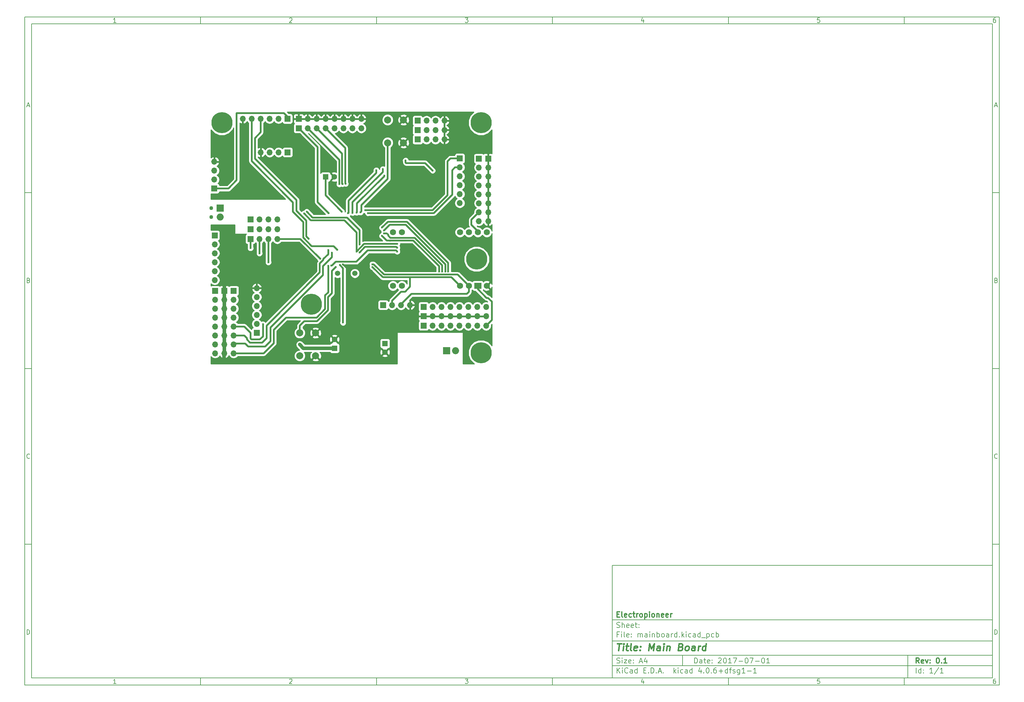
<source format=gbr>
G04 #@! TF.FileFunction,Copper,L2,Bot,Signal*
%FSLAX46Y46*%
G04 Gerber Fmt 4.6, Leading zero omitted, Abs format (unit mm)*
G04 Created by KiCad (PCBNEW 4.0.6+dfsg1-1) date Wed Nov 29 19:22:06 2017*
%MOMM*%
%LPD*%
G01*
G04 APERTURE LIST*
%ADD10C,0.100000*%
%ADD11C,0.150000*%
%ADD12C,0.300000*%
%ADD13C,0.400000*%
%ADD14R,1.700000X1.700000*%
%ADD15O,1.700000X1.700000*%
%ADD16O,1.998980X1.998980*%
%ADD17R,1.998980X1.998980*%
%ADD18C,1.100000*%
%ADD19C,1.727200*%
%ADD20R,2.032000X1.727200*%
%ADD21C,1.500000*%
%ADD22C,2.000000*%
%ADD23R,1.600000X1.600000*%
%ADD24C,1.600000*%
%ADD25C,6.000000*%
%ADD26C,0.600000*%
%ADD27C,1.000000*%
%ADD28C,0.500000*%
%ADD29C,0.254000*%
G04 APERTURE END LIST*
D10*
D11*
X177002200Y-166007200D02*
X177002200Y-198007200D01*
X285002200Y-198007200D01*
X285002200Y-166007200D01*
X177002200Y-166007200D01*
D10*
D11*
X10000000Y-10000000D02*
X10000000Y-200007200D01*
X287002200Y-200007200D01*
X287002200Y-10000000D01*
X10000000Y-10000000D01*
D10*
D11*
X12000000Y-12000000D02*
X12000000Y-198007200D01*
X285002200Y-198007200D01*
X285002200Y-12000000D01*
X12000000Y-12000000D01*
D10*
D11*
X60000000Y-12000000D02*
X60000000Y-10000000D01*
D10*
D11*
X110000000Y-12000000D02*
X110000000Y-10000000D01*
D10*
D11*
X160000000Y-12000000D02*
X160000000Y-10000000D01*
D10*
D11*
X210000000Y-12000000D02*
X210000000Y-10000000D01*
D10*
D11*
X260000000Y-12000000D02*
X260000000Y-10000000D01*
D10*
D11*
X35990476Y-11588095D02*
X35247619Y-11588095D01*
X35619048Y-11588095D02*
X35619048Y-10288095D01*
X35495238Y-10473810D01*
X35371429Y-10597619D01*
X35247619Y-10659524D01*
D10*
D11*
X85247619Y-10411905D02*
X85309524Y-10350000D01*
X85433333Y-10288095D01*
X85742857Y-10288095D01*
X85866667Y-10350000D01*
X85928571Y-10411905D01*
X85990476Y-10535714D01*
X85990476Y-10659524D01*
X85928571Y-10845238D01*
X85185714Y-11588095D01*
X85990476Y-11588095D01*
D10*
D11*
X135185714Y-10288095D02*
X135990476Y-10288095D01*
X135557143Y-10783333D01*
X135742857Y-10783333D01*
X135866667Y-10845238D01*
X135928571Y-10907143D01*
X135990476Y-11030952D01*
X135990476Y-11340476D01*
X135928571Y-11464286D01*
X135866667Y-11526190D01*
X135742857Y-11588095D01*
X135371429Y-11588095D01*
X135247619Y-11526190D01*
X135185714Y-11464286D01*
D10*
D11*
X185866667Y-10721429D02*
X185866667Y-11588095D01*
X185557143Y-10226190D02*
X185247619Y-11154762D01*
X186052381Y-11154762D01*
D10*
D11*
X235928571Y-10288095D02*
X235309524Y-10288095D01*
X235247619Y-10907143D01*
X235309524Y-10845238D01*
X235433333Y-10783333D01*
X235742857Y-10783333D01*
X235866667Y-10845238D01*
X235928571Y-10907143D01*
X235990476Y-11030952D01*
X235990476Y-11340476D01*
X235928571Y-11464286D01*
X235866667Y-11526190D01*
X235742857Y-11588095D01*
X235433333Y-11588095D01*
X235309524Y-11526190D01*
X235247619Y-11464286D01*
D10*
D11*
X285866667Y-10288095D02*
X285619048Y-10288095D01*
X285495238Y-10350000D01*
X285433333Y-10411905D01*
X285309524Y-10597619D01*
X285247619Y-10845238D01*
X285247619Y-11340476D01*
X285309524Y-11464286D01*
X285371429Y-11526190D01*
X285495238Y-11588095D01*
X285742857Y-11588095D01*
X285866667Y-11526190D01*
X285928571Y-11464286D01*
X285990476Y-11340476D01*
X285990476Y-11030952D01*
X285928571Y-10907143D01*
X285866667Y-10845238D01*
X285742857Y-10783333D01*
X285495238Y-10783333D01*
X285371429Y-10845238D01*
X285309524Y-10907143D01*
X285247619Y-11030952D01*
D10*
D11*
X60000000Y-198007200D02*
X60000000Y-200007200D01*
D10*
D11*
X110000000Y-198007200D02*
X110000000Y-200007200D01*
D10*
D11*
X160000000Y-198007200D02*
X160000000Y-200007200D01*
D10*
D11*
X210000000Y-198007200D02*
X210000000Y-200007200D01*
D10*
D11*
X260000000Y-198007200D02*
X260000000Y-200007200D01*
D10*
D11*
X35990476Y-199595295D02*
X35247619Y-199595295D01*
X35619048Y-199595295D02*
X35619048Y-198295295D01*
X35495238Y-198481010D01*
X35371429Y-198604819D01*
X35247619Y-198666724D01*
D10*
D11*
X85247619Y-198419105D02*
X85309524Y-198357200D01*
X85433333Y-198295295D01*
X85742857Y-198295295D01*
X85866667Y-198357200D01*
X85928571Y-198419105D01*
X85990476Y-198542914D01*
X85990476Y-198666724D01*
X85928571Y-198852438D01*
X85185714Y-199595295D01*
X85990476Y-199595295D01*
D10*
D11*
X135185714Y-198295295D02*
X135990476Y-198295295D01*
X135557143Y-198790533D01*
X135742857Y-198790533D01*
X135866667Y-198852438D01*
X135928571Y-198914343D01*
X135990476Y-199038152D01*
X135990476Y-199347676D01*
X135928571Y-199471486D01*
X135866667Y-199533390D01*
X135742857Y-199595295D01*
X135371429Y-199595295D01*
X135247619Y-199533390D01*
X135185714Y-199471486D01*
D10*
D11*
X185866667Y-198728629D02*
X185866667Y-199595295D01*
X185557143Y-198233390D02*
X185247619Y-199161962D01*
X186052381Y-199161962D01*
D10*
D11*
X235928571Y-198295295D02*
X235309524Y-198295295D01*
X235247619Y-198914343D01*
X235309524Y-198852438D01*
X235433333Y-198790533D01*
X235742857Y-198790533D01*
X235866667Y-198852438D01*
X235928571Y-198914343D01*
X235990476Y-199038152D01*
X235990476Y-199347676D01*
X235928571Y-199471486D01*
X235866667Y-199533390D01*
X235742857Y-199595295D01*
X235433333Y-199595295D01*
X235309524Y-199533390D01*
X235247619Y-199471486D01*
D10*
D11*
X285866667Y-198295295D02*
X285619048Y-198295295D01*
X285495238Y-198357200D01*
X285433333Y-198419105D01*
X285309524Y-198604819D01*
X285247619Y-198852438D01*
X285247619Y-199347676D01*
X285309524Y-199471486D01*
X285371429Y-199533390D01*
X285495238Y-199595295D01*
X285742857Y-199595295D01*
X285866667Y-199533390D01*
X285928571Y-199471486D01*
X285990476Y-199347676D01*
X285990476Y-199038152D01*
X285928571Y-198914343D01*
X285866667Y-198852438D01*
X285742857Y-198790533D01*
X285495238Y-198790533D01*
X285371429Y-198852438D01*
X285309524Y-198914343D01*
X285247619Y-199038152D01*
D10*
D11*
X10000000Y-60000000D02*
X12000000Y-60000000D01*
D10*
D11*
X10000000Y-110000000D02*
X12000000Y-110000000D01*
D10*
D11*
X10000000Y-160000000D02*
X12000000Y-160000000D01*
D10*
D11*
X10690476Y-35216667D02*
X11309524Y-35216667D01*
X10566667Y-35588095D02*
X11000000Y-34288095D01*
X11433333Y-35588095D01*
D10*
D11*
X11092857Y-84907143D02*
X11278571Y-84969048D01*
X11340476Y-85030952D01*
X11402381Y-85154762D01*
X11402381Y-85340476D01*
X11340476Y-85464286D01*
X11278571Y-85526190D01*
X11154762Y-85588095D01*
X10659524Y-85588095D01*
X10659524Y-84288095D01*
X11092857Y-84288095D01*
X11216667Y-84350000D01*
X11278571Y-84411905D01*
X11340476Y-84535714D01*
X11340476Y-84659524D01*
X11278571Y-84783333D01*
X11216667Y-84845238D01*
X11092857Y-84907143D01*
X10659524Y-84907143D01*
D10*
D11*
X11402381Y-135464286D02*
X11340476Y-135526190D01*
X11154762Y-135588095D01*
X11030952Y-135588095D01*
X10845238Y-135526190D01*
X10721429Y-135402381D01*
X10659524Y-135278571D01*
X10597619Y-135030952D01*
X10597619Y-134845238D01*
X10659524Y-134597619D01*
X10721429Y-134473810D01*
X10845238Y-134350000D01*
X11030952Y-134288095D01*
X11154762Y-134288095D01*
X11340476Y-134350000D01*
X11402381Y-134411905D01*
D10*
D11*
X10659524Y-185588095D02*
X10659524Y-184288095D01*
X10969048Y-184288095D01*
X11154762Y-184350000D01*
X11278571Y-184473810D01*
X11340476Y-184597619D01*
X11402381Y-184845238D01*
X11402381Y-185030952D01*
X11340476Y-185278571D01*
X11278571Y-185402381D01*
X11154762Y-185526190D01*
X10969048Y-185588095D01*
X10659524Y-185588095D01*
D10*
D11*
X287002200Y-60000000D02*
X285002200Y-60000000D01*
D10*
D11*
X287002200Y-110000000D02*
X285002200Y-110000000D01*
D10*
D11*
X287002200Y-160000000D02*
X285002200Y-160000000D01*
D10*
D11*
X285692676Y-35216667D02*
X286311724Y-35216667D01*
X285568867Y-35588095D02*
X286002200Y-34288095D01*
X286435533Y-35588095D01*
D10*
D11*
X286095057Y-84907143D02*
X286280771Y-84969048D01*
X286342676Y-85030952D01*
X286404581Y-85154762D01*
X286404581Y-85340476D01*
X286342676Y-85464286D01*
X286280771Y-85526190D01*
X286156962Y-85588095D01*
X285661724Y-85588095D01*
X285661724Y-84288095D01*
X286095057Y-84288095D01*
X286218867Y-84350000D01*
X286280771Y-84411905D01*
X286342676Y-84535714D01*
X286342676Y-84659524D01*
X286280771Y-84783333D01*
X286218867Y-84845238D01*
X286095057Y-84907143D01*
X285661724Y-84907143D01*
D10*
D11*
X286404581Y-135464286D02*
X286342676Y-135526190D01*
X286156962Y-135588095D01*
X286033152Y-135588095D01*
X285847438Y-135526190D01*
X285723629Y-135402381D01*
X285661724Y-135278571D01*
X285599819Y-135030952D01*
X285599819Y-134845238D01*
X285661724Y-134597619D01*
X285723629Y-134473810D01*
X285847438Y-134350000D01*
X286033152Y-134288095D01*
X286156962Y-134288095D01*
X286342676Y-134350000D01*
X286404581Y-134411905D01*
D10*
D11*
X285661724Y-185588095D02*
X285661724Y-184288095D01*
X285971248Y-184288095D01*
X286156962Y-184350000D01*
X286280771Y-184473810D01*
X286342676Y-184597619D01*
X286404581Y-184845238D01*
X286404581Y-185030952D01*
X286342676Y-185278571D01*
X286280771Y-185402381D01*
X286156962Y-185526190D01*
X285971248Y-185588095D01*
X285661724Y-185588095D01*
D10*
D11*
X200359343Y-193785771D02*
X200359343Y-192285771D01*
X200716486Y-192285771D01*
X200930771Y-192357200D01*
X201073629Y-192500057D01*
X201145057Y-192642914D01*
X201216486Y-192928629D01*
X201216486Y-193142914D01*
X201145057Y-193428629D01*
X201073629Y-193571486D01*
X200930771Y-193714343D01*
X200716486Y-193785771D01*
X200359343Y-193785771D01*
X202502200Y-193785771D02*
X202502200Y-193000057D01*
X202430771Y-192857200D01*
X202287914Y-192785771D01*
X202002200Y-192785771D01*
X201859343Y-192857200D01*
X202502200Y-193714343D02*
X202359343Y-193785771D01*
X202002200Y-193785771D01*
X201859343Y-193714343D01*
X201787914Y-193571486D01*
X201787914Y-193428629D01*
X201859343Y-193285771D01*
X202002200Y-193214343D01*
X202359343Y-193214343D01*
X202502200Y-193142914D01*
X203002200Y-192785771D02*
X203573629Y-192785771D01*
X203216486Y-192285771D02*
X203216486Y-193571486D01*
X203287914Y-193714343D01*
X203430772Y-193785771D01*
X203573629Y-193785771D01*
X204645057Y-193714343D02*
X204502200Y-193785771D01*
X204216486Y-193785771D01*
X204073629Y-193714343D01*
X204002200Y-193571486D01*
X204002200Y-193000057D01*
X204073629Y-192857200D01*
X204216486Y-192785771D01*
X204502200Y-192785771D01*
X204645057Y-192857200D01*
X204716486Y-193000057D01*
X204716486Y-193142914D01*
X204002200Y-193285771D01*
X205359343Y-193642914D02*
X205430771Y-193714343D01*
X205359343Y-193785771D01*
X205287914Y-193714343D01*
X205359343Y-193642914D01*
X205359343Y-193785771D01*
X205359343Y-192857200D02*
X205430771Y-192928629D01*
X205359343Y-193000057D01*
X205287914Y-192928629D01*
X205359343Y-192857200D01*
X205359343Y-193000057D01*
X207145057Y-192428629D02*
X207216486Y-192357200D01*
X207359343Y-192285771D01*
X207716486Y-192285771D01*
X207859343Y-192357200D01*
X207930772Y-192428629D01*
X208002200Y-192571486D01*
X208002200Y-192714343D01*
X207930772Y-192928629D01*
X207073629Y-193785771D01*
X208002200Y-193785771D01*
X208930771Y-192285771D02*
X209073628Y-192285771D01*
X209216485Y-192357200D01*
X209287914Y-192428629D01*
X209359343Y-192571486D01*
X209430771Y-192857200D01*
X209430771Y-193214343D01*
X209359343Y-193500057D01*
X209287914Y-193642914D01*
X209216485Y-193714343D01*
X209073628Y-193785771D01*
X208930771Y-193785771D01*
X208787914Y-193714343D01*
X208716485Y-193642914D01*
X208645057Y-193500057D01*
X208573628Y-193214343D01*
X208573628Y-192857200D01*
X208645057Y-192571486D01*
X208716485Y-192428629D01*
X208787914Y-192357200D01*
X208930771Y-192285771D01*
X210859342Y-193785771D02*
X210002199Y-193785771D01*
X210430771Y-193785771D02*
X210430771Y-192285771D01*
X210287914Y-192500057D01*
X210145056Y-192642914D01*
X210002199Y-192714343D01*
X211359342Y-192285771D02*
X212359342Y-192285771D01*
X211716485Y-193785771D01*
X212930770Y-193214343D02*
X214073627Y-193214343D01*
X215073627Y-192285771D02*
X215216484Y-192285771D01*
X215359341Y-192357200D01*
X215430770Y-192428629D01*
X215502199Y-192571486D01*
X215573627Y-192857200D01*
X215573627Y-193214343D01*
X215502199Y-193500057D01*
X215430770Y-193642914D01*
X215359341Y-193714343D01*
X215216484Y-193785771D01*
X215073627Y-193785771D01*
X214930770Y-193714343D01*
X214859341Y-193642914D01*
X214787913Y-193500057D01*
X214716484Y-193214343D01*
X214716484Y-192857200D01*
X214787913Y-192571486D01*
X214859341Y-192428629D01*
X214930770Y-192357200D01*
X215073627Y-192285771D01*
X216073627Y-192285771D02*
X217073627Y-192285771D01*
X216430770Y-193785771D01*
X217645055Y-193214343D02*
X218787912Y-193214343D01*
X219787912Y-192285771D02*
X219930769Y-192285771D01*
X220073626Y-192357200D01*
X220145055Y-192428629D01*
X220216484Y-192571486D01*
X220287912Y-192857200D01*
X220287912Y-193214343D01*
X220216484Y-193500057D01*
X220145055Y-193642914D01*
X220073626Y-193714343D01*
X219930769Y-193785771D01*
X219787912Y-193785771D01*
X219645055Y-193714343D01*
X219573626Y-193642914D01*
X219502198Y-193500057D01*
X219430769Y-193214343D01*
X219430769Y-192857200D01*
X219502198Y-192571486D01*
X219573626Y-192428629D01*
X219645055Y-192357200D01*
X219787912Y-192285771D01*
X221716483Y-193785771D02*
X220859340Y-193785771D01*
X221287912Y-193785771D02*
X221287912Y-192285771D01*
X221145055Y-192500057D01*
X221002197Y-192642914D01*
X220859340Y-192714343D01*
D10*
D11*
X177002200Y-194507200D02*
X285002200Y-194507200D01*
D10*
D11*
X178359343Y-196585771D02*
X178359343Y-195085771D01*
X179216486Y-196585771D02*
X178573629Y-195728629D01*
X179216486Y-195085771D02*
X178359343Y-195942914D01*
X179859343Y-196585771D02*
X179859343Y-195585771D01*
X179859343Y-195085771D02*
X179787914Y-195157200D01*
X179859343Y-195228629D01*
X179930771Y-195157200D01*
X179859343Y-195085771D01*
X179859343Y-195228629D01*
X181430772Y-196442914D02*
X181359343Y-196514343D01*
X181145057Y-196585771D01*
X181002200Y-196585771D01*
X180787915Y-196514343D01*
X180645057Y-196371486D01*
X180573629Y-196228629D01*
X180502200Y-195942914D01*
X180502200Y-195728629D01*
X180573629Y-195442914D01*
X180645057Y-195300057D01*
X180787915Y-195157200D01*
X181002200Y-195085771D01*
X181145057Y-195085771D01*
X181359343Y-195157200D01*
X181430772Y-195228629D01*
X182716486Y-196585771D02*
X182716486Y-195800057D01*
X182645057Y-195657200D01*
X182502200Y-195585771D01*
X182216486Y-195585771D01*
X182073629Y-195657200D01*
X182716486Y-196514343D02*
X182573629Y-196585771D01*
X182216486Y-196585771D01*
X182073629Y-196514343D01*
X182002200Y-196371486D01*
X182002200Y-196228629D01*
X182073629Y-196085771D01*
X182216486Y-196014343D01*
X182573629Y-196014343D01*
X182716486Y-195942914D01*
X184073629Y-196585771D02*
X184073629Y-195085771D01*
X184073629Y-196514343D02*
X183930772Y-196585771D01*
X183645058Y-196585771D01*
X183502200Y-196514343D01*
X183430772Y-196442914D01*
X183359343Y-196300057D01*
X183359343Y-195871486D01*
X183430772Y-195728629D01*
X183502200Y-195657200D01*
X183645058Y-195585771D01*
X183930772Y-195585771D01*
X184073629Y-195657200D01*
X185930772Y-195800057D02*
X186430772Y-195800057D01*
X186645058Y-196585771D02*
X185930772Y-196585771D01*
X185930772Y-195085771D01*
X186645058Y-195085771D01*
X187287915Y-196442914D02*
X187359343Y-196514343D01*
X187287915Y-196585771D01*
X187216486Y-196514343D01*
X187287915Y-196442914D01*
X187287915Y-196585771D01*
X188002201Y-196585771D02*
X188002201Y-195085771D01*
X188359344Y-195085771D01*
X188573629Y-195157200D01*
X188716487Y-195300057D01*
X188787915Y-195442914D01*
X188859344Y-195728629D01*
X188859344Y-195942914D01*
X188787915Y-196228629D01*
X188716487Y-196371486D01*
X188573629Y-196514343D01*
X188359344Y-196585771D01*
X188002201Y-196585771D01*
X189502201Y-196442914D02*
X189573629Y-196514343D01*
X189502201Y-196585771D01*
X189430772Y-196514343D01*
X189502201Y-196442914D01*
X189502201Y-196585771D01*
X190145058Y-196157200D02*
X190859344Y-196157200D01*
X190002201Y-196585771D02*
X190502201Y-195085771D01*
X191002201Y-196585771D01*
X191502201Y-196442914D02*
X191573629Y-196514343D01*
X191502201Y-196585771D01*
X191430772Y-196514343D01*
X191502201Y-196442914D01*
X191502201Y-196585771D01*
X194502201Y-196585771D02*
X194502201Y-195085771D01*
X194645058Y-196014343D02*
X195073629Y-196585771D01*
X195073629Y-195585771D02*
X194502201Y-196157200D01*
X195716487Y-196585771D02*
X195716487Y-195585771D01*
X195716487Y-195085771D02*
X195645058Y-195157200D01*
X195716487Y-195228629D01*
X195787915Y-195157200D01*
X195716487Y-195085771D01*
X195716487Y-195228629D01*
X197073630Y-196514343D02*
X196930773Y-196585771D01*
X196645059Y-196585771D01*
X196502201Y-196514343D01*
X196430773Y-196442914D01*
X196359344Y-196300057D01*
X196359344Y-195871486D01*
X196430773Y-195728629D01*
X196502201Y-195657200D01*
X196645059Y-195585771D01*
X196930773Y-195585771D01*
X197073630Y-195657200D01*
X198359344Y-196585771D02*
X198359344Y-195800057D01*
X198287915Y-195657200D01*
X198145058Y-195585771D01*
X197859344Y-195585771D01*
X197716487Y-195657200D01*
X198359344Y-196514343D02*
X198216487Y-196585771D01*
X197859344Y-196585771D01*
X197716487Y-196514343D01*
X197645058Y-196371486D01*
X197645058Y-196228629D01*
X197716487Y-196085771D01*
X197859344Y-196014343D01*
X198216487Y-196014343D01*
X198359344Y-195942914D01*
X199716487Y-196585771D02*
X199716487Y-195085771D01*
X199716487Y-196514343D02*
X199573630Y-196585771D01*
X199287916Y-196585771D01*
X199145058Y-196514343D01*
X199073630Y-196442914D01*
X199002201Y-196300057D01*
X199002201Y-195871486D01*
X199073630Y-195728629D01*
X199145058Y-195657200D01*
X199287916Y-195585771D01*
X199573630Y-195585771D01*
X199716487Y-195657200D01*
X202216487Y-195585771D02*
X202216487Y-196585771D01*
X201859344Y-195014343D02*
X201502201Y-196085771D01*
X202430773Y-196085771D01*
X203002201Y-196442914D02*
X203073629Y-196514343D01*
X203002201Y-196585771D01*
X202930772Y-196514343D01*
X203002201Y-196442914D01*
X203002201Y-196585771D01*
X204002201Y-195085771D02*
X204145058Y-195085771D01*
X204287915Y-195157200D01*
X204359344Y-195228629D01*
X204430773Y-195371486D01*
X204502201Y-195657200D01*
X204502201Y-196014343D01*
X204430773Y-196300057D01*
X204359344Y-196442914D01*
X204287915Y-196514343D01*
X204145058Y-196585771D01*
X204002201Y-196585771D01*
X203859344Y-196514343D01*
X203787915Y-196442914D01*
X203716487Y-196300057D01*
X203645058Y-196014343D01*
X203645058Y-195657200D01*
X203716487Y-195371486D01*
X203787915Y-195228629D01*
X203859344Y-195157200D01*
X204002201Y-195085771D01*
X205145058Y-196442914D02*
X205216486Y-196514343D01*
X205145058Y-196585771D01*
X205073629Y-196514343D01*
X205145058Y-196442914D01*
X205145058Y-196585771D01*
X206502201Y-195085771D02*
X206216487Y-195085771D01*
X206073630Y-195157200D01*
X206002201Y-195228629D01*
X205859344Y-195442914D01*
X205787915Y-195728629D01*
X205787915Y-196300057D01*
X205859344Y-196442914D01*
X205930772Y-196514343D01*
X206073630Y-196585771D01*
X206359344Y-196585771D01*
X206502201Y-196514343D01*
X206573630Y-196442914D01*
X206645058Y-196300057D01*
X206645058Y-195942914D01*
X206573630Y-195800057D01*
X206502201Y-195728629D01*
X206359344Y-195657200D01*
X206073630Y-195657200D01*
X205930772Y-195728629D01*
X205859344Y-195800057D01*
X205787915Y-195942914D01*
X207287915Y-196014343D02*
X208430772Y-196014343D01*
X207859343Y-196585771D02*
X207859343Y-195442914D01*
X209787915Y-196585771D02*
X209787915Y-195085771D01*
X209787915Y-196514343D02*
X209645058Y-196585771D01*
X209359344Y-196585771D01*
X209216486Y-196514343D01*
X209145058Y-196442914D01*
X209073629Y-196300057D01*
X209073629Y-195871486D01*
X209145058Y-195728629D01*
X209216486Y-195657200D01*
X209359344Y-195585771D01*
X209645058Y-195585771D01*
X209787915Y-195657200D01*
X210287915Y-195585771D02*
X210859344Y-195585771D01*
X210502201Y-196585771D02*
X210502201Y-195300057D01*
X210573629Y-195157200D01*
X210716487Y-195085771D01*
X210859344Y-195085771D01*
X211287915Y-196514343D02*
X211430772Y-196585771D01*
X211716487Y-196585771D01*
X211859344Y-196514343D01*
X211930772Y-196371486D01*
X211930772Y-196300057D01*
X211859344Y-196157200D01*
X211716487Y-196085771D01*
X211502201Y-196085771D01*
X211359344Y-196014343D01*
X211287915Y-195871486D01*
X211287915Y-195800057D01*
X211359344Y-195657200D01*
X211502201Y-195585771D01*
X211716487Y-195585771D01*
X211859344Y-195657200D01*
X213216487Y-195585771D02*
X213216487Y-196800057D01*
X213145058Y-196942914D01*
X213073630Y-197014343D01*
X212930773Y-197085771D01*
X212716487Y-197085771D01*
X212573630Y-197014343D01*
X213216487Y-196514343D02*
X213073630Y-196585771D01*
X212787916Y-196585771D01*
X212645058Y-196514343D01*
X212573630Y-196442914D01*
X212502201Y-196300057D01*
X212502201Y-195871486D01*
X212573630Y-195728629D01*
X212645058Y-195657200D01*
X212787916Y-195585771D01*
X213073630Y-195585771D01*
X213216487Y-195657200D01*
X214716487Y-196585771D02*
X213859344Y-196585771D01*
X214287916Y-196585771D02*
X214287916Y-195085771D01*
X214145059Y-195300057D01*
X214002201Y-195442914D01*
X213859344Y-195514343D01*
X215359344Y-196014343D02*
X216502201Y-196014343D01*
X218002201Y-196585771D02*
X217145058Y-196585771D01*
X217573630Y-196585771D02*
X217573630Y-195085771D01*
X217430773Y-195300057D01*
X217287915Y-195442914D01*
X217145058Y-195514343D01*
D10*
D11*
X177002200Y-191507200D02*
X285002200Y-191507200D01*
D10*
D12*
X264216486Y-193785771D02*
X263716486Y-193071486D01*
X263359343Y-193785771D02*
X263359343Y-192285771D01*
X263930771Y-192285771D01*
X264073629Y-192357200D01*
X264145057Y-192428629D01*
X264216486Y-192571486D01*
X264216486Y-192785771D01*
X264145057Y-192928629D01*
X264073629Y-193000057D01*
X263930771Y-193071486D01*
X263359343Y-193071486D01*
X265430771Y-193714343D02*
X265287914Y-193785771D01*
X265002200Y-193785771D01*
X264859343Y-193714343D01*
X264787914Y-193571486D01*
X264787914Y-193000057D01*
X264859343Y-192857200D01*
X265002200Y-192785771D01*
X265287914Y-192785771D01*
X265430771Y-192857200D01*
X265502200Y-193000057D01*
X265502200Y-193142914D01*
X264787914Y-193285771D01*
X266002200Y-192785771D02*
X266359343Y-193785771D01*
X266716485Y-192785771D01*
X267287914Y-193642914D02*
X267359342Y-193714343D01*
X267287914Y-193785771D01*
X267216485Y-193714343D01*
X267287914Y-193642914D01*
X267287914Y-193785771D01*
X267287914Y-192857200D02*
X267359342Y-192928629D01*
X267287914Y-193000057D01*
X267216485Y-192928629D01*
X267287914Y-192857200D01*
X267287914Y-193000057D01*
X269430771Y-192285771D02*
X269573628Y-192285771D01*
X269716485Y-192357200D01*
X269787914Y-192428629D01*
X269859343Y-192571486D01*
X269930771Y-192857200D01*
X269930771Y-193214343D01*
X269859343Y-193500057D01*
X269787914Y-193642914D01*
X269716485Y-193714343D01*
X269573628Y-193785771D01*
X269430771Y-193785771D01*
X269287914Y-193714343D01*
X269216485Y-193642914D01*
X269145057Y-193500057D01*
X269073628Y-193214343D01*
X269073628Y-192857200D01*
X269145057Y-192571486D01*
X269216485Y-192428629D01*
X269287914Y-192357200D01*
X269430771Y-192285771D01*
X270573628Y-193642914D02*
X270645056Y-193714343D01*
X270573628Y-193785771D01*
X270502199Y-193714343D01*
X270573628Y-193642914D01*
X270573628Y-193785771D01*
X272073628Y-193785771D02*
X271216485Y-193785771D01*
X271645057Y-193785771D02*
X271645057Y-192285771D01*
X271502200Y-192500057D01*
X271359342Y-192642914D01*
X271216485Y-192714343D01*
D10*
D11*
X178287914Y-193714343D02*
X178502200Y-193785771D01*
X178859343Y-193785771D01*
X179002200Y-193714343D01*
X179073629Y-193642914D01*
X179145057Y-193500057D01*
X179145057Y-193357200D01*
X179073629Y-193214343D01*
X179002200Y-193142914D01*
X178859343Y-193071486D01*
X178573629Y-193000057D01*
X178430771Y-192928629D01*
X178359343Y-192857200D01*
X178287914Y-192714343D01*
X178287914Y-192571486D01*
X178359343Y-192428629D01*
X178430771Y-192357200D01*
X178573629Y-192285771D01*
X178930771Y-192285771D01*
X179145057Y-192357200D01*
X179787914Y-193785771D02*
X179787914Y-192785771D01*
X179787914Y-192285771D02*
X179716485Y-192357200D01*
X179787914Y-192428629D01*
X179859342Y-192357200D01*
X179787914Y-192285771D01*
X179787914Y-192428629D01*
X180359343Y-192785771D02*
X181145057Y-192785771D01*
X180359343Y-193785771D01*
X181145057Y-193785771D01*
X182287914Y-193714343D02*
X182145057Y-193785771D01*
X181859343Y-193785771D01*
X181716486Y-193714343D01*
X181645057Y-193571486D01*
X181645057Y-193000057D01*
X181716486Y-192857200D01*
X181859343Y-192785771D01*
X182145057Y-192785771D01*
X182287914Y-192857200D01*
X182359343Y-193000057D01*
X182359343Y-193142914D01*
X181645057Y-193285771D01*
X183002200Y-193642914D02*
X183073628Y-193714343D01*
X183002200Y-193785771D01*
X182930771Y-193714343D01*
X183002200Y-193642914D01*
X183002200Y-193785771D01*
X183002200Y-192857200D02*
X183073628Y-192928629D01*
X183002200Y-193000057D01*
X182930771Y-192928629D01*
X183002200Y-192857200D01*
X183002200Y-193000057D01*
X184787914Y-193357200D02*
X185502200Y-193357200D01*
X184645057Y-193785771D02*
X185145057Y-192285771D01*
X185645057Y-193785771D01*
X186787914Y-192785771D02*
X186787914Y-193785771D01*
X186430771Y-192214343D02*
X186073628Y-193285771D01*
X187002200Y-193285771D01*
D10*
D11*
X263359343Y-196585771D02*
X263359343Y-195085771D01*
X264716486Y-196585771D02*
X264716486Y-195085771D01*
X264716486Y-196514343D02*
X264573629Y-196585771D01*
X264287915Y-196585771D01*
X264145057Y-196514343D01*
X264073629Y-196442914D01*
X264002200Y-196300057D01*
X264002200Y-195871486D01*
X264073629Y-195728629D01*
X264145057Y-195657200D01*
X264287915Y-195585771D01*
X264573629Y-195585771D01*
X264716486Y-195657200D01*
X265430772Y-196442914D02*
X265502200Y-196514343D01*
X265430772Y-196585771D01*
X265359343Y-196514343D01*
X265430772Y-196442914D01*
X265430772Y-196585771D01*
X265430772Y-195657200D02*
X265502200Y-195728629D01*
X265430772Y-195800057D01*
X265359343Y-195728629D01*
X265430772Y-195657200D01*
X265430772Y-195800057D01*
X268073629Y-196585771D02*
X267216486Y-196585771D01*
X267645058Y-196585771D02*
X267645058Y-195085771D01*
X267502201Y-195300057D01*
X267359343Y-195442914D01*
X267216486Y-195514343D01*
X269787914Y-195014343D02*
X268502200Y-196942914D01*
X271073629Y-196585771D02*
X270216486Y-196585771D01*
X270645058Y-196585771D02*
X270645058Y-195085771D01*
X270502201Y-195300057D01*
X270359343Y-195442914D01*
X270216486Y-195514343D01*
D10*
D11*
X177002200Y-187507200D02*
X285002200Y-187507200D01*
D10*
D13*
X178454581Y-188211962D02*
X179597438Y-188211962D01*
X178776010Y-190211962D02*
X179026010Y-188211962D01*
X180014105Y-190211962D02*
X180180771Y-188878629D01*
X180264105Y-188211962D02*
X180156962Y-188307200D01*
X180240295Y-188402438D01*
X180347439Y-188307200D01*
X180264105Y-188211962D01*
X180240295Y-188402438D01*
X180847438Y-188878629D02*
X181609343Y-188878629D01*
X181216486Y-188211962D02*
X181002200Y-189926248D01*
X181073630Y-190116724D01*
X181252201Y-190211962D01*
X181442677Y-190211962D01*
X182395058Y-190211962D02*
X182216487Y-190116724D01*
X182145057Y-189926248D01*
X182359343Y-188211962D01*
X183930772Y-190116724D02*
X183728391Y-190211962D01*
X183347439Y-190211962D01*
X183168867Y-190116724D01*
X183097438Y-189926248D01*
X183192676Y-189164343D01*
X183311724Y-188973867D01*
X183514105Y-188878629D01*
X183895057Y-188878629D01*
X184073629Y-188973867D01*
X184145057Y-189164343D01*
X184121248Y-189354819D01*
X183145057Y-189545295D01*
X184895057Y-190021486D02*
X184978392Y-190116724D01*
X184871248Y-190211962D01*
X184787915Y-190116724D01*
X184895057Y-190021486D01*
X184871248Y-190211962D01*
X185026010Y-188973867D02*
X185109344Y-189069105D01*
X185002200Y-189164343D01*
X184918867Y-189069105D01*
X185026010Y-188973867D01*
X185002200Y-189164343D01*
X187347439Y-190211962D02*
X187597439Y-188211962D01*
X188085534Y-189640533D01*
X188930773Y-188211962D01*
X188680773Y-190211962D01*
X190490296Y-190211962D02*
X190621248Y-189164343D01*
X190549820Y-188973867D01*
X190371248Y-188878629D01*
X189990296Y-188878629D01*
X189787915Y-188973867D01*
X190502201Y-190116724D02*
X190299820Y-190211962D01*
X189823630Y-190211962D01*
X189645058Y-190116724D01*
X189573629Y-189926248D01*
X189597439Y-189735771D01*
X189716486Y-189545295D01*
X189918868Y-189450057D01*
X190395058Y-189450057D01*
X190597439Y-189354819D01*
X191442677Y-190211962D02*
X191609343Y-188878629D01*
X191692677Y-188211962D02*
X191585534Y-188307200D01*
X191668867Y-188402438D01*
X191776011Y-188307200D01*
X191692677Y-188211962D01*
X191668867Y-188402438D01*
X192561724Y-188878629D02*
X192395058Y-190211962D01*
X192537915Y-189069105D02*
X192645059Y-188973867D01*
X192847439Y-188878629D01*
X193133153Y-188878629D01*
X193311725Y-188973867D01*
X193383153Y-189164343D01*
X193252201Y-190211962D01*
X196526011Y-189164343D02*
X196799820Y-189259581D01*
X196883155Y-189354819D01*
X196954583Y-189545295D01*
X196918869Y-189831010D01*
X196799821Y-190021486D01*
X196692678Y-190116724D01*
X196490297Y-190211962D01*
X195728392Y-190211962D01*
X195978392Y-188211962D01*
X196645059Y-188211962D01*
X196823630Y-188307200D01*
X196906963Y-188402438D01*
X196978393Y-188592914D01*
X196954583Y-188783390D01*
X196835535Y-188973867D01*
X196728392Y-189069105D01*
X196526011Y-189164343D01*
X195859344Y-189164343D01*
X198014107Y-190211962D02*
X197835536Y-190116724D01*
X197752201Y-190021486D01*
X197680773Y-189831010D01*
X197752201Y-189259581D01*
X197871249Y-189069105D01*
X197978393Y-188973867D01*
X198180773Y-188878629D01*
X198466487Y-188878629D01*
X198645059Y-188973867D01*
X198728392Y-189069105D01*
X198799820Y-189259581D01*
X198728392Y-189831010D01*
X198609344Y-190021486D01*
X198502202Y-190116724D01*
X198299821Y-190211962D01*
X198014107Y-190211962D01*
X200395059Y-190211962D02*
X200526011Y-189164343D01*
X200454583Y-188973867D01*
X200276011Y-188878629D01*
X199895059Y-188878629D01*
X199692678Y-188973867D01*
X200406964Y-190116724D02*
X200204583Y-190211962D01*
X199728393Y-190211962D01*
X199549821Y-190116724D01*
X199478392Y-189926248D01*
X199502202Y-189735771D01*
X199621249Y-189545295D01*
X199823631Y-189450057D01*
X200299821Y-189450057D01*
X200502202Y-189354819D01*
X201347440Y-190211962D02*
X201514106Y-188878629D01*
X201466487Y-189259581D02*
X201585536Y-189069105D01*
X201692679Y-188973867D01*
X201895059Y-188878629D01*
X202085535Y-188878629D01*
X203442678Y-190211962D02*
X203692678Y-188211962D01*
X203454583Y-190116724D02*
X203252202Y-190211962D01*
X202871250Y-190211962D01*
X202692679Y-190116724D01*
X202609344Y-190021486D01*
X202537916Y-189831010D01*
X202609344Y-189259581D01*
X202728392Y-189069105D01*
X202835536Y-188973867D01*
X203037916Y-188878629D01*
X203418868Y-188878629D01*
X203597440Y-188973867D01*
D10*
D11*
X178859343Y-185600057D02*
X178359343Y-185600057D01*
X178359343Y-186385771D02*
X178359343Y-184885771D01*
X179073629Y-184885771D01*
X179645057Y-186385771D02*
X179645057Y-185385771D01*
X179645057Y-184885771D02*
X179573628Y-184957200D01*
X179645057Y-185028629D01*
X179716485Y-184957200D01*
X179645057Y-184885771D01*
X179645057Y-185028629D01*
X180573629Y-186385771D02*
X180430771Y-186314343D01*
X180359343Y-186171486D01*
X180359343Y-184885771D01*
X181716485Y-186314343D02*
X181573628Y-186385771D01*
X181287914Y-186385771D01*
X181145057Y-186314343D01*
X181073628Y-186171486D01*
X181073628Y-185600057D01*
X181145057Y-185457200D01*
X181287914Y-185385771D01*
X181573628Y-185385771D01*
X181716485Y-185457200D01*
X181787914Y-185600057D01*
X181787914Y-185742914D01*
X181073628Y-185885771D01*
X182430771Y-186242914D02*
X182502199Y-186314343D01*
X182430771Y-186385771D01*
X182359342Y-186314343D01*
X182430771Y-186242914D01*
X182430771Y-186385771D01*
X182430771Y-185457200D02*
X182502199Y-185528629D01*
X182430771Y-185600057D01*
X182359342Y-185528629D01*
X182430771Y-185457200D01*
X182430771Y-185600057D01*
X184287914Y-186385771D02*
X184287914Y-185385771D01*
X184287914Y-185528629D02*
X184359342Y-185457200D01*
X184502200Y-185385771D01*
X184716485Y-185385771D01*
X184859342Y-185457200D01*
X184930771Y-185600057D01*
X184930771Y-186385771D01*
X184930771Y-185600057D02*
X185002200Y-185457200D01*
X185145057Y-185385771D01*
X185359342Y-185385771D01*
X185502200Y-185457200D01*
X185573628Y-185600057D01*
X185573628Y-186385771D01*
X186930771Y-186385771D02*
X186930771Y-185600057D01*
X186859342Y-185457200D01*
X186716485Y-185385771D01*
X186430771Y-185385771D01*
X186287914Y-185457200D01*
X186930771Y-186314343D02*
X186787914Y-186385771D01*
X186430771Y-186385771D01*
X186287914Y-186314343D01*
X186216485Y-186171486D01*
X186216485Y-186028629D01*
X186287914Y-185885771D01*
X186430771Y-185814343D01*
X186787914Y-185814343D01*
X186930771Y-185742914D01*
X187645057Y-186385771D02*
X187645057Y-185385771D01*
X187645057Y-184885771D02*
X187573628Y-184957200D01*
X187645057Y-185028629D01*
X187716485Y-184957200D01*
X187645057Y-184885771D01*
X187645057Y-185028629D01*
X188359343Y-185385771D02*
X188359343Y-186385771D01*
X188359343Y-185528629D02*
X188430771Y-185457200D01*
X188573629Y-185385771D01*
X188787914Y-185385771D01*
X188930771Y-185457200D01*
X189002200Y-185600057D01*
X189002200Y-186385771D01*
X189716486Y-186385771D02*
X189716486Y-184885771D01*
X189716486Y-185457200D02*
X189859343Y-185385771D01*
X190145057Y-185385771D01*
X190287914Y-185457200D01*
X190359343Y-185528629D01*
X190430772Y-185671486D01*
X190430772Y-186100057D01*
X190359343Y-186242914D01*
X190287914Y-186314343D01*
X190145057Y-186385771D01*
X189859343Y-186385771D01*
X189716486Y-186314343D01*
X191287915Y-186385771D02*
X191145057Y-186314343D01*
X191073629Y-186242914D01*
X191002200Y-186100057D01*
X191002200Y-185671486D01*
X191073629Y-185528629D01*
X191145057Y-185457200D01*
X191287915Y-185385771D01*
X191502200Y-185385771D01*
X191645057Y-185457200D01*
X191716486Y-185528629D01*
X191787915Y-185671486D01*
X191787915Y-186100057D01*
X191716486Y-186242914D01*
X191645057Y-186314343D01*
X191502200Y-186385771D01*
X191287915Y-186385771D01*
X193073629Y-186385771D02*
X193073629Y-185600057D01*
X193002200Y-185457200D01*
X192859343Y-185385771D01*
X192573629Y-185385771D01*
X192430772Y-185457200D01*
X193073629Y-186314343D02*
X192930772Y-186385771D01*
X192573629Y-186385771D01*
X192430772Y-186314343D01*
X192359343Y-186171486D01*
X192359343Y-186028629D01*
X192430772Y-185885771D01*
X192573629Y-185814343D01*
X192930772Y-185814343D01*
X193073629Y-185742914D01*
X193787915Y-186385771D02*
X193787915Y-185385771D01*
X193787915Y-185671486D02*
X193859343Y-185528629D01*
X193930772Y-185457200D01*
X194073629Y-185385771D01*
X194216486Y-185385771D01*
X195359343Y-186385771D02*
X195359343Y-184885771D01*
X195359343Y-186314343D02*
X195216486Y-186385771D01*
X194930772Y-186385771D01*
X194787914Y-186314343D01*
X194716486Y-186242914D01*
X194645057Y-186100057D01*
X194645057Y-185671486D01*
X194716486Y-185528629D01*
X194787914Y-185457200D01*
X194930772Y-185385771D01*
X195216486Y-185385771D01*
X195359343Y-185457200D01*
X196073629Y-186242914D02*
X196145057Y-186314343D01*
X196073629Y-186385771D01*
X196002200Y-186314343D01*
X196073629Y-186242914D01*
X196073629Y-186385771D01*
X196787915Y-186385771D02*
X196787915Y-184885771D01*
X196930772Y-185814343D02*
X197359343Y-186385771D01*
X197359343Y-185385771D02*
X196787915Y-185957200D01*
X198002201Y-186385771D02*
X198002201Y-185385771D01*
X198002201Y-184885771D02*
X197930772Y-184957200D01*
X198002201Y-185028629D01*
X198073629Y-184957200D01*
X198002201Y-184885771D01*
X198002201Y-185028629D01*
X199359344Y-186314343D02*
X199216487Y-186385771D01*
X198930773Y-186385771D01*
X198787915Y-186314343D01*
X198716487Y-186242914D01*
X198645058Y-186100057D01*
X198645058Y-185671486D01*
X198716487Y-185528629D01*
X198787915Y-185457200D01*
X198930773Y-185385771D01*
X199216487Y-185385771D01*
X199359344Y-185457200D01*
X200645058Y-186385771D02*
X200645058Y-185600057D01*
X200573629Y-185457200D01*
X200430772Y-185385771D01*
X200145058Y-185385771D01*
X200002201Y-185457200D01*
X200645058Y-186314343D02*
X200502201Y-186385771D01*
X200145058Y-186385771D01*
X200002201Y-186314343D01*
X199930772Y-186171486D01*
X199930772Y-186028629D01*
X200002201Y-185885771D01*
X200145058Y-185814343D01*
X200502201Y-185814343D01*
X200645058Y-185742914D01*
X202002201Y-186385771D02*
X202002201Y-184885771D01*
X202002201Y-186314343D02*
X201859344Y-186385771D01*
X201573630Y-186385771D01*
X201430772Y-186314343D01*
X201359344Y-186242914D01*
X201287915Y-186100057D01*
X201287915Y-185671486D01*
X201359344Y-185528629D01*
X201430772Y-185457200D01*
X201573630Y-185385771D01*
X201859344Y-185385771D01*
X202002201Y-185457200D01*
X202359344Y-186528629D02*
X203502201Y-186528629D01*
X203859344Y-185385771D02*
X203859344Y-186885771D01*
X203859344Y-185457200D02*
X204002201Y-185385771D01*
X204287915Y-185385771D01*
X204430772Y-185457200D01*
X204502201Y-185528629D01*
X204573630Y-185671486D01*
X204573630Y-186100057D01*
X204502201Y-186242914D01*
X204430772Y-186314343D01*
X204287915Y-186385771D01*
X204002201Y-186385771D01*
X203859344Y-186314343D01*
X205859344Y-186314343D02*
X205716487Y-186385771D01*
X205430773Y-186385771D01*
X205287915Y-186314343D01*
X205216487Y-186242914D01*
X205145058Y-186100057D01*
X205145058Y-185671486D01*
X205216487Y-185528629D01*
X205287915Y-185457200D01*
X205430773Y-185385771D01*
X205716487Y-185385771D01*
X205859344Y-185457200D01*
X206502201Y-186385771D02*
X206502201Y-184885771D01*
X206502201Y-185457200D02*
X206645058Y-185385771D01*
X206930772Y-185385771D01*
X207073629Y-185457200D01*
X207145058Y-185528629D01*
X207216487Y-185671486D01*
X207216487Y-186100057D01*
X207145058Y-186242914D01*
X207073629Y-186314343D01*
X206930772Y-186385771D01*
X206645058Y-186385771D01*
X206502201Y-186314343D01*
D10*
D11*
X177002200Y-181507200D02*
X285002200Y-181507200D01*
D10*
D11*
X178287914Y-183614343D02*
X178502200Y-183685771D01*
X178859343Y-183685771D01*
X179002200Y-183614343D01*
X179073629Y-183542914D01*
X179145057Y-183400057D01*
X179145057Y-183257200D01*
X179073629Y-183114343D01*
X179002200Y-183042914D01*
X178859343Y-182971486D01*
X178573629Y-182900057D01*
X178430771Y-182828629D01*
X178359343Y-182757200D01*
X178287914Y-182614343D01*
X178287914Y-182471486D01*
X178359343Y-182328629D01*
X178430771Y-182257200D01*
X178573629Y-182185771D01*
X178930771Y-182185771D01*
X179145057Y-182257200D01*
X179787914Y-183685771D02*
X179787914Y-182185771D01*
X180430771Y-183685771D02*
X180430771Y-182900057D01*
X180359342Y-182757200D01*
X180216485Y-182685771D01*
X180002200Y-182685771D01*
X179859342Y-182757200D01*
X179787914Y-182828629D01*
X181716485Y-183614343D02*
X181573628Y-183685771D01*
X181287914Y-183685771D01*
X181145057Y-183614343D01*
X181073628Y-183471486D01*
X181073628Y-182900057D01*
X181145057Y-182757200D01*
X181287914Y-182685771D01*
X181573628Y-182685771D01*
X181716485Y-182757200D01*
X181787914Y-182900057D01*
X181787914Y-183042914D01*
X181073628Y-183185771D01*
X183002199Y-183614343D02*
X182859342Y-183685771D01*
X182573628Y-183685771D01*
X182430771Y-183614343D01*
X182359342Y-183471486D01*
X182359342Y-182900057D01*
X182430771Y-182757200D01*
X182573628Y-182685771D01*
X182859342Y-182685771D01*
X183002199Y-182757200D01*
X183073628Y-182900057D01*
X183073628Y-183042914D01*
X182359342Y-183185771D01*
X183502199Y-182685771D02*
X184073628Y-182685771D01*
X183716485Y-182185771D02*
X183716485Y-183471486D01*
X183787913Y-183614343D01*
X183930771Y-183685771D01*
X184073628Y-183685771D01*
X184573628Y-183542914D02*
X184645056Y-183614343D01*
X184573628Y-183685771D01*
X184502199Y-183614343D01*
X184573628Y-183542914D01*
X184573628Y-183685771D01*
X184573628Y-182757200D02*
X184645056Y-182828629D01*
X184573628Y-182900057D01*
X184502199Y-182828629D01*
X184573628Y-182757200D01*
X184573628Y-182900057D01*
D10*
D12*
X178359343Y-179900057D02*
X178859343Y-179900057D01*
X179073629Y-180685771D02*
X178359343Y-180685771D01*
X178359343Y-179185771D01*
X179073629Y-179185771D01*
X179930772Y-180685771D02*
X179787914Y-180614343D01*
X179716486Y-180471486D01*
X179716486Y-179185771D01*
X181073628Y-180614343D02*
X180930771Y-180685771D01*
X180645057Y-180685771D01*
X180502200Y-180614343D01*
X180430771Y-180471486D01*
X180430771Y-179900057D01*
X180502200Y-179757200D01*
X180645057Y-179685771D01*
X180930771Y-179685771D01*
X181073628Y-179757200D01*
X181145057Y-179900057D01*
X181145057Y-180042914D01*
X180430771Y-180185771D01*
X182430771Y-180614343D02*
X182287914Y-180685771D01*
X182002200Y-180685771D01*
X181859342Y-180614343D01*
X181787914Y-180542914D01*
X181716485Y-180400057D01*
X181716485Y-179971486D01*
X181787914Y-179828629D01*
X181859342Y-179757200D01*
X182002200Y-179685771D01*
X182287914Y-179685771D01*
X182430771Y-179757200D01*
X182859342Y-179685771D02*
X183430771Y-179685771D01*
X183073628Y-179185771D02*
X183073628Y-180471486D01*
X183145056Y-180614343D01*
X183287914Y-180685771D01*
X183430771Y-180685771D01*
X183930771Y-180685771D02*
X183930771Y-179685771D01*
X183930771Y-179971486D02*
X184002199Y-179828629D01*
X184073628Y-179757200D01*
X184216485Y-179685771D01*
X184359342Y-179685771D01*
X185073628Y-180685771D02*
X184930770Y-180614343D01*
X184859342Y-180542914D01*
X184787913Y-180400057D01*
X184787913Y-179971486D01*
X184859342Y-179828629D01*
X184930770Y-179757200D01*
X185073628Y-179685771D01*
X185287913Y-179685771D01*
X185430770Y-179757200D01*
X185502199Y-179828629D01*
X185573628Y-179971486D01*
X185573628Y-180400057D01*
X185502199Y-180542914D01*
X185430770Y-180614343D01*
X185287913Y-180685771D01*
X185073628Y-180685771D01*
X186216485Y-179685771D02*
X186216485Y-181185771D01*
X186216485Y-179757200D02*
X186359342Y-179685771D01*
X186645056Y-179685771D01*
X186787913Y-179757200D01*
X186859342Y-179828629D01*
X186930771Y-179971486D01*
X186930771Y-180400057D01*
X186859342Y-180542914D01*
X186787913Y-180614343D01*
X186645056Y-180685771D01*
X186359342Y-180685771D01*
X186216485Y-180614343D01*
X187573628Y-180685771D02*
X187573628Y-179685771D01*
X187573628Y-179185771D02*
X187502199Y-179257200D01*
X187573628Y-179328629D01*
X187645056Y-179257200D01*
X187573628Y-179185771D01*
X187573628Y-179328629D01*
X188502200Y-180685771D02*
X188359342Y-180614343D01*
X188287914Y-180542914D01*
X188216485Y-180400057D01*
X188216485Y-179971486D01*
X188287914Y-179828629D01*
X188359342Y-179757200D01*
X188502200Y-179685771D01*
X188716485Y-179685771D01*
X188859342Y-179757200D01*
X188930771Y-179828629D01*
X189002200Y-179971486D01*
X189002200Y-180400057D01*
X188930771Y-180542914D01*
X188859342Y-180614343D01*
X188716485Y-180685771D01*
X188502200Y-180685771D01*
X189645057Y-179685771D02*
X189645057Y-180685771D01*
X189645057Y-179828629D02*
X189716485Y-179757200D01*
X189859343Y-179685771D01*
X190073628Y-179685771D01*
X190216485Y-179757200D01*
X190287914Y-179900057D01*
X190287914Y-180685771D01*
X191573628Y-180614343D02*
X191430771Y-180685771D01*
X191145057Y-180685771D01*
X191002200Y-180614343D01*
X190930771Y-180471486D01*
X190930771Y-179900057D01*
X191002200Y-179757200D01*
X191145057Y-179685771D01*
X191430771Y-179685771D01*
X191573628Y-179757200D01*
X191645057Y-179900057D01*
X191645057Y-180042914D01*
X190930771Y-180185771D01*
X192859342Y-180614343D02*
X192716485Y-180685771D01*
X192430771Y-180685771D01*
X192287914Y-180614343D01*
X192216485Y-180471486D01*
X192216485Y-179900057D01*
X192287914Y-179757200D01*
X192430771Y-179685771D01*
X192716485Y-179685771D01*
X192859342Y-179757200D01*
X192930771Y-179900057D01*
X192930771Y-180042914D01*
X192216485Y-180185771D01*
X193573628Y-180685771D02*
X193573628Y-179685771D01*
X193573628Y-179971486D02*
X193645056Y-179828629D01*
X193716485Y-179757200D01*
X193859342Y-179685771D01*
X194002199Y-179685771D01*
D10*
D11*
X197002200Y-191507200D02*
X197002200Y-194507200D01*
D10*
D11*
X261002200Y-191507200D02*
X261002200Y-198007200D01*
D14*
X69405500Y-87884000D03*
D15*
X69405500Y-90424000D03*
X69405500Y-92964000D03*
X69405500Y-95504000D03*
X69405500Y-98044000D03*
X69405500Y-100584000D03*
X69405500Y-103124000D03*
X69405500Y-105664000D03*
D14*
X74168000Y-67564000D03*
D15*
X76708000Y-67564000D03*
X79248000Y-67564000D03*
X81788000Y-67564000D03*
D14*
X63881000Y-58801000D03*
D15*
X63881000Y-56261000D03*
X63881000Y-53721000D03*
X63881000Y-51181000D03*
D16*
X65532000Y-66929000D03*
D17*
X65532000Y-64389000D03*
D18*
X62992000Y-64389000D03*
X62992000Y-66929000D03*
D19*
X141325600Y-71221600D03*
X138785600Y-71221600D03*
X133705600Y-71221600D03*
X114655600Y-71221600D03*
X117195600Y-71221600D03*
X136245600Y-86461600D03*
X133705600Y-86461600D03*
D20*
X138785600Y-86461600D03*
D19*
X141325600Y-86461600D03*
X114655600Y-86461600D03*
X117195600Y-86461600D03*
X136245600Y-71221600D03*
D14*
X74168000Y-70358000D03*
D15*
X76708000Y-70358000D03*
X79248000Y-70358000D03*
X81788000Y-70358000D03*
D14*
X75946000Y-99822000D03*
D15*
X75946000Y-97282000D03*
X75946000Y-94742000D03*
X75946000Y-92202000D03*
X75946000Y-89662000D03*
X75946000Y-87122000D03*
D16*
X132461000Y-104902000D03*
D17*
X129921000Y-104902000D03*
D21*
X98933000Y-82931000D03*
X103833000Y-82931000D03*
D14*
X87884000Y-38989000D03*
D15*
X90424000Y-38989000D03*
X92964000Y-38989000D03*
X95504000Y-38989000D03*
X98044000Y-38989000D03*
X100584000Y-38989000D03*
X103124000Y-38989000D03*
X105664000Y-38989000D03*
D14*
X121666000Y-39497000D03*
D15*
X124206000Y-39497000D03*
X126746000Y-39497000D03*
X129286000Y-39497000D03*
D14*
X141732000Y-50292000D03*
D15*
X141732000Y-52832000D03*
X141732000Y-55372000D03*
X141732000Y-57912000D03*
X141732000Y-60452000D03*
X141732000Y-62992000D03*
X141732000Y-65532000D03*
X141732000Y-68072000D03*
D14*
X84709000Y-48514000D03*
D15*
X82169000Y-48514000D03*
X79629000Y-48514000D03*
X77089000Y-48514000D03*
D14*
X66738500Y-87884000D03*
D15*
X66738500Y-90424000D03*
X66738500Y-92964000D03*
X66738500Y-95504000D03*
X66738500Y-98044000D03*
X66738500Y-100584000D03*
X66738500Y-103124000D03*
X66738500Y-105664000D03*
D22*
X117657000Y-45796200D03*
X113157000Y-45796200D03*
X117657000Y-39296200D03*
X113157000Y-39296200D03*
X92676100Y-106362500D03*
X88176100Y-106362500D03*
X92676100Y-99862500D03*
X88176100Y-99862500D03*
D23*
X112395000Y-102870000D03*
D24*
X112395000Y-105370000D03*
D23*
X95504000Y-55499000D03*
D24*
X98004000Y-55499000D03*
D23*
X98069400Y-104216200D03*
D24*
X98069400Y-101716200D03*
D14*
X121666000Y-42164000D03*
D15*
X124206000Y-42164000D03*
X126746000Y-42164000D03*
X129286000Y-42164000D03*
D14*
X121666000Y-44831000D03*
D15*
X124206000Y-44831000D03*
X126746000Y-44831000D03*
X129286000Y-44831000D03*
D14*
X111887000Y-91948000D03*
D15*
X114427000Y-91948000D03*
X116967000Y-91948000D03*
X119507000Y-91948000D03*
D14*
X139090400Y-50292000D03*
D15*
X139090400Y-52832000D03*
X139090400Y-55372000D03*
X139090400Y-57912000D03*
X139090400Y-60452000D03*
X139090400Y-62992000D03*
X139090400Y-65532000D03*
X139090400Y-68072000D03*
D14*
X64135000Y-87884000D03*
D15*
X64135000Y-90424000D03*
X64135000Y-92964000D03*
X64135000Y-95504000D03*
X64135000Y-98044000D03*
X64135000Y-100584000D03*
X64135000Y-103124000D03*
X64135000Y-105664000D03*
D14*
X123380500Y-92456000D03*
D15*
X125920500Y-92456000D03*
X128460500Y-92456000D03*
X131000500Y-92456000D03*
X133540500Y-92456000D03*
X136080500Y-92456000D03*
X138620500Y-92456000D03*
X141160500Y-92456000D03*
D14*
X123380500Y-95123000D03*
D15*
X125920500Y-95123000D03*
X128460500Y-95123000D03*
X131000500Y-95123000D03*
X133540500Y-95123000D03*
X136080500Y-95123000D03*
X138620500Y-95123000D03*
X141160500Y-95123000D03*
D14*
X64008000Y-72136000D03*
D15*
X64008000Y-74676000D03*
X64008000Y-77216000D03*
X64008000Y-79756000D03*
X64008000Y-82296000D03*
X64008000Y-84836000D03*
D14*
X84683600Y-38963600D03*
D15*
X82143600Y-38963600D03*
X79603600Y-38963600D03*
X77063600Y-38963600D03*
X74523600Y-38963600D03*
X71983600Y-38963600D03*
D14*
X87884000Y-41656000D03*
D15*
X90424000Y-41656000D03*
X92964000Y-41656000D03*
X95504000Y-41656000D03*
X98044000Y-41656000D03*
X100584000Y-41656000D03*
X103124000Y-41656000D03*
X105664000Y-41656000D03*
D14*
X133654800Y-50241200D03*
D15*
X133654800Y-52781200D03*
X133654800Y-55321200D03*
X133654800Y-57861200D03*
X133654800Y-60401200D03*
X133654800Y-62941200D03*
D14*
X74168000Y-73152000D03*
D15*
X76708000Y-73152000D03*
X79248000Y-73152000D03*
X81788000Y-73152000D03*
D14*
X123380500Y-97790000D03*
D15*
X125920500Y-97790000D03*
X128460500Y-97790000D03*
X131000500Y-97790000D03*
X133540500Y-97790000D03*
X136080500Y-97790000D03*
X138620500Y-97790000D03*
X141160500Y-97790000D03*
D25*
X91480000Y-91712000D03*
X138430000Y-78867000D03*
X139700000Y-40081200D03*
X66040000Y-40081200D03*
X139700000Y-105511600D03*
D26*
X68478400Y-70358000D03*
X100482400Y-80365600D03*
X108051600Y-86868000D03*
X123647200Y-53594000D03*
X121158000Y-48260000D03*
X113131600Y-58534300D03*
X100114100Y-65354200D03*
X99568000Y-80568800D03*
X100482400Y-96926400D03*
X118262400Y-50850800D03*
X125933200Y-53695600D03*
X98380000Y-81112000D03*
X98806000Y-76200000D03*
X88176100Y-99862500D03*
X88176100Y-103187500D03*
X111760000Y-53276500D03*
X103187500Y-65722500D03*
X112204500Y-55181500D03*
X104330500Y-65659000D03*
X108813600Y-80340200D03*
X108864400Y-81153000D03*
X106762000Y-64942000D03*
X107562000Y-65779000D03*
X90710000Y-73120000D03*
X77724000Y-97409000D03*
X96266000Y-76327000D03*
X97282000Y-77089000D03*
X96280000Y-80812000D03*
X93980000Y-78803500D03*
X82042000Y-73152000D03*
X111556800Y-72288400D03*
X127762000Y-82423000D03*
X128651000Y-82423000D03*
X112141000Y-71564500D03*
X129540000Y-82423000D03*
X112141000Y-70739000D03*
X130365500Y-82423000D03*
X111569500Y-69913500D03*
X74168000Y-75755500D03*
X76708000Y-77216000D03*
X79248000Y-79756000D03*
X96367600Y-65836800D03*
X99415600Y-57556400D03*
X100330000Y-57505600D03*
X101193600Y-57454800D03*
X105410000Y-65595500D03*
X109918500Y-53594000D03*
X101917500Y-65849500D03*
X89408000Y-65913000D03*
X115824000Y-74574400D03*
X104343200Y-76708000D03*
X105156000Y-74676000D03*
X90170000Y-65405000D03*
X105156000Y-77012800D03*
X115874800Y-75641200D03*
X97129600Y-80721200D03*
X115874800Y-76708000D03*
D27*
X66738500Y-87884000D02*
X66738500Y-90424000D01*
X66738500Y-90424000D02*
X66738500Y-92964000D01*
X66738500Y-92964000D02*
X66738500Y-95504000D01*
X66738500Y-95504000D02*
X66738500Y-98044000D01*
X66738500Y-98044000D02*
X66738500Y-100584000D01*
X66738500Y-100584000D02*
X66738500Y-103124000D01*
X66738500Y-103124000D02*
X66738500Y-105664000D01*
X66738500Y-105664000D02*
X66649600Y-105752900D01*
X66649600Y-105752900D02*
X66649600Y-107594400D01*
X66649600Y-107594400D02*
X66700400Y-107645200D01*
X66738500Y-87884000D02*
X66738500Y-86194900D01*
X66738500Y-86194900D02*
X66700400Y-86156800D01*
D28*
X101600000Y-81483200D02*
X101600000Y-86512400D01*
X100482400Y-80365600D02*
X101600000Y-81483200D01*
X129286000Y-47142400D02*
X129286000Y-44831000D01*
X128219200Y-48209200D02*
X129286000Y-47142400D01*
X121208800Y-48209200D02*
X128219200Y-48209200D01*
X121158000Y-48260000D02*
X121208800Y-48209200D01*
X138785600Y-86461600D02*
X138785600Y-87426800D01*
X142748000Y-96202500D02*
X141160500Y-97790000D01*
X142748000Y-90982800D02*
X142748000Y-96202500D01*
X141681200Y-89916000D02*
X142748000Y-90982800D01*
X141274800Y-89916000D02*
X141681200Y-89916000D01*
X138785600Y-87426800D02*
X141274800Y-89916000D01*
X95504000Y-60744100D02*
X95504000Y-55499000D01*
X100114100Y-65354200D02*
X95504000Y-60744100D01*
X84683600Y-38963600D02*
X84683600Y-38354000D01*
X84683600Y-38354000D02*
X83667600Y-37338000D01*
X67894200Y-58801000D02*
X63881000Y-58801000D01*
X70256400Y-56438800D02*
X67894200Y-58801000D01*
X70256400Y-37388800D02*
X70256400Y-56438800D01*
X70307200Y-37338000D02*
X70256400Y-37388800D01*
X83667600Y-37338000D02*
X70307200Y-37338000D01*
X100482400Y-96926400D02*
X100482400Y-82905600D01*
X100482400Y-81483200D02*
X100482400Y-82905600D01*
X99568000Y-80568800D02*
X100482400Y-81483200D01*
X118262400Y-51409600D02*
X118262400Y-50850800D01*
X118414800Y-51562000D02*
X118262400Y-51409600D01*
X123799600Y-51562000D02*
X118414800Y-51562000D01*
X125933200Y-53695600D02*
X123799600Y-51562000D01*
X88176100Y-97815900D02*
X88176100Y-99862500D01*
X89480000Y-96512000D02*
X88176100Y-97815900D01*
X93080000Y-96512000D02*
X89480000Y-96512000D01*
X96180000Y-93412000D02*
X93080000Y-96512000D01*
X96180000Y-89712000D02*
X96180000Y-93412000D01*
X97280000Y-88612000D02*
X96180000Y-89712000D01*
X97280000Y-82212000D02*
X97280000Y-88612000D01*
X97880000Y-81612000D02*
X97280000Y-82212000D01*
X98380000Y-81112000D02*
X97880000Y-81612000D01*
X74523600Y-38963600D02*
X74523600Y-51028600D01*
X97790000Y-75184000D02*
X98806000Y-76200000D01*
X91567000Y-75184000D02*
X97790000Y-75184000D01*
X89154000Y-72771000D02*
X91567000Y-75184000D01*
X89154000Y-68326000D02*
X89154000Y-72771000D01*
X86233000Y-65405000D02*
X89154000Y-68326000D01*
X86233000Y-62738000D02*
X86233000Y-65405000D01*
X74523600Y-51028600D02*
X86233000Y-62738000D01*
X74549000Y-38989000D02*
X74523600Y-38963600D01*
D27*
X98069400Y-104216200D02*
X89204800Y-104216200D01*
X89204800Y-104216200D02*
X88176100Y-103187500D01*
D28*
X111760000Y-54102000D02*
X111760000Y-53276500D01*
X103187500Y-62674500D02*
X111760000Y-54102000D01*
X103187500Y-65722500D02*
X103187500Y-62674500D01*
X112204500Y-55308500D02*
X112204500Y-55181500D01*
X104457500Y-63055500D02*
X112204500Y-55308500D01*
X104457500Y-65532000D02*
X104457500Y-63055500D01*
X104330500Y-65659000D02*
X104457500Y-65532000D01*
X116967000Y-91948000D02*
X116967000Y-91694000D01*
X116967000Y-91694000D02*
X119888000Y-88773000D01*
X119888000Y-88773000D02*
X135636000Y-88773000D01*
X135636000Y-88773000D02*
X136245600Y-88163400D01*
X136245600Y-88163400D02*
X136245600Y-86461600D01*
X133070600Y-83286600D02*
X136245600Y-86461600D01*
X112090200Y-83286600D02*
X133070600Y-83286600D01*
X109169200Y-80365600D02*
X112090200Y-83286600D01*
X108839000Y-80365600D02*
X109169200Y-80365600D01*
X108813600Y-80340200D02*
X108839000Y-80365600D01*
X114427000Y-91948000D02*
X114427000Y-90678000D01*
X119507000Y-86741000D02*
X119507000Y-84048600D01*
X118110000Y-88138000D02*
X119507000Y-86741000D01*
X116967000Y-88138000D02*
X118110000Y-88138000D01*
X114427000Y-90678000D02*
X116967000Y-88138000D01*
X131292600Y-84048600D02*
X133705600Y-86461600D01*
X111760000Y-84048600D02*
X119507000Y-84048600D01*
X119507000Y-84048600D02*
X120167400Y-84048600D01*
X120167400Y-84048600D02*
X121310400Y-84048600D01*
X121310400Y-84048600D02*
X131292600Y-84048600D01*
X108864400Y-81153000D02*
X111760000Y-84048600D01*
X133654800Y-50241200D02*
X130987800Y-50241200D01*
X130175000Y-51054000D02*
X130987800Y-50241200D01*
X130175000Y-60706000D02*
X130175000Y-51054000D01*
X125920500Y-64960500D02*
X130175000Y-60706000D01*
X106780500Y-64960500D02*
X125920500Y-64960500D01*
X106780500Y-64960500D02*
X106762000Y-64942000D01*
X107562000Y-65779000D02*
X107569000Y-65786000D01*
X107569000Y-65786000D02*
X126301500Y-65786000D01*
X132321300Y-52781200D02*
X133654800Y-52781200D01*
X131508500Y-53594000D02*
X132321300Y-52781200D01*
X131508500Y-60579000D02*
X131508500Y-53594000D01*
X126301500Y-65786000D02*
X131508500Y-60579000D01*
X138785600Y-71221600D02*
X138785600Y-70967600D01*
X138785600Y-70967600D02*
X136969500Y-69151500D01*
X136969500Y-69151500D02*
X136969500Y-67652900D01*
X136969500Y-67652900D02*
X139090400Y-65532000D01*
X77063600Y-38963600D02*
X77063600Y-42824400D01*
X75438000Y-44450000D02*
X77063600Y-42824400D01*
X75438000Y-50292000D02*
X75438000Y-44450000D01*
X87249000Y-62103000D02*
X75438000Y-50292000D01*
X87249000Y-65151000D02*
X87249000Y-62103000D01*
X90043000Y-67945000D02*
X87249000Y-65151000D01*
X90043000Y-72453000D02*
X90043000Y-67945000D01*
X90043000Y-72453000D02*
X90710000Y-73120000D01*
X69405500Y-98044000D02*
X72390000Y-98044000D01*
X77724000Y-100838000D02*
X77724000Y-97409000D01*
X76835000Y-101727000D02*
X77724000Y-100838000D01*
X74422000Y-101727000D02*
X76835000Y-101727000D01*
X74168000Y-101473000D02*
X74422000Y-101727000D01*
X74168000Y-99822000D02*
X74168000Y-101473000D01*
X72390000Y-98044000D02*
X74168000Y-99822000D01*
X72390000Y-100584000D02*
X69405500Y-100584000D01*
X73152000Y-101346000D02*
X72390000Y-100584000D01*
X73152000Y-101727000D02*
X73152000Y-101346000D01*
X74041000Y-102616000D02*
X73152000Y-101727000D01*
X77470000Y-102616000D02*
X74041000Y-102616000D01*
X78740000Y-101346000D02*
X77470000Y-102616000D01*
X78740000Y-97790000D02*
X78740000Y-101346000D01*
X93853000Y-82677000D02*
X78740000Y-97790000D01*
X93853000Y-80137000D02*
X93853000Y-82677000D01*
X94869000Y-79121000D02*
X93853000Y-80137000D01*
X94869000Y-78867000D02*
X94869000Y-79121000D01*
X96266000Y-77470000D02*
X94869000Y-78867000D01*
X96266000Y-76327000D02*
X96266000Y-77470000D01*
X72644000Y-102870000D02*
X69659500Y-102870000D01*
X73533000Y-103759000D02*
X72644000Y-102870000D01*
X78359000Y-103759000D02*
X73533000Y-103759000D01*
X79883000Y-102235000D02*
X78359000Y-103759000D01*
X79883000Y-98298000D02*
X79883000Y-102235000D01*
X94742000Y-83439000D02*
X79883000Y-98298000D01*
X94742000Y-80899000D02*
X94742000Y-83439000D01*
X97282000Y-78359000D02*
X94742000Y-80899000D01*
X97282000Y-77089000D02*
X97282000Y-78359000D01*
X69659500Y-102870000D02*
X69405500Y-103124000D01*
X69405500Y-105664000D02*
X77928000Y-105664000D01*
X96280000Y-88312000D02*
X96280000Y-80812000D01*
X95380000Y-89212000D02*
X96280000Y-88312000D01*
X95380000Y-93112000D02*
X95380000Y-89212000D01*
X92980000Y-95512000D02*
X95380000Y-93112000D01*
X84280000Y-95512000D02*
X92980000Y-95512000D01*
X80780000Y-99012000D02*
X84280000Y-95512000D01*
X80780000Y-102812000D02*
X80780000Y-99012000D01*
X77928000Y-105664000D02*
X80780000Y-102812000D01*
X81788000Y-73152000D02*
X88328500Y-73152000D01*
X88328500Y-73152000D02*
X93980000Y-78803500D01*
X113919000Y-73596500D02*
X112864900Y-73596500D01*
X112864900Y-73596500D02*
X111556800Y-72288400D01*
X127762000Y-82423000D02*
X127762000Y-80899000D01*
X127762000Y-80899000D02*
X120459500Y-73596500D01*
X120459500Y-73596500D02*
X113919000Y-73596500D01*
X113919000Y-73596500D02*
X113855500Y-73660000D01*
X128651000Y-80645000D02*
X128651000Y-82423000D01*
X120840500Y-72834500D02*
X128651000Y-80645000D01*
X113919000Y-72834500D02*
X120840500Y-72834500D01*
X113284000Y-72199500D02*
X113919000Y-72834500D01*
X113284000Y-71945500D02*
X113284000Y-72199500D01*
X112903000Y-71564500D02*
X113284000Y-71945500D01*
X112141000Y-71564500D02*
X112903000Y-71564500D01*
X129540000Y-80391000D02*
X129540000Y-82423000D01*
X118300500Y-69151500D02*
X129540000Y-80391000D01*
X113728500Y-69151500D02*
X118300500Y-69151500D01*
X112141000Y-70739000D02*
X113728500Y-69151500D01*
X130365500Y-79946500D02*
X130365500Y-82423000D01*
X118681500Y-68262500D02*
X130365500Y-79946500D01*
X113220500Y-68262500D02*
X118681500Y-68262500D01*
X111569500Y-69913500D02*
X113220500Y-68262500D01*
X74168000Y-73152000D02*
X74168000Y-75755500D01*
X76708000Y-73152000D02*
X76708000Y-77216000D01*
X79248000Y-73152000D02*
X79248000Y-79756000D01*
X93218000Y-46990000D02*
X87884000Y-41656000D01*
X93218000Y-62687200D02*
X93218000Y-46990000D01*
X96367600Y-65836800D02*
X93218000Y-62687200D01*
X99466400Y-50698400D02*
X90424000Y-41656000D01*
X99466400Y-57505600D02*
X99466400Y-50698400D01*
X99415600Y-57556400D02*
X99466400Y-57505600D01*
X100228400Y-48920400D02*
X92964000Y-41656000D01*
X100228400Y-57404000D02*
X100228400Y-48920400D01*
X100330000Y-57505600D02*
X100228400Y-57404000D01*
X101092000Y-47244000D02*
X95504000Y-41656000D01*
X101092000Y-57353200D02*
X101092000Y-47244000D01*
X101193600Y-57454800D02*
X101092000Y-57353200D01*
X113157000Y-56070500D02*
X113157000Y-45796200D01*
X105664000Y-63563500D02*
X113157000Y-56070500D01*
X105664000Y-65341500D02*
X105664000Y-63563500D01*
X105410000Y-65595500D02*
X105664000Y-65341500D01*
X109918500Y-54356000D02*
X109918500Y-53594000D01*
X102044500Y-62230000D02*
X109918500Y-54356000D01*
X102044500Y-65722500D02*
X102044500Y-62230000D01*
X101917500Y-65849500D02*
X102044500Y-65722500D01*
X104343200Y-76708000D02*
X104343200Y-71323200D01*
X91313000Y-67818000D02*
X89408000Y-65913000D01*
X100838000Y-67818000D02*
X91313000Y-67818000D01*
X104343200Y-71323200D02*
X100838000Y-67818000D01*
X106476800Y-74574400D02*
X115824000Y-74574400D01*
X104343200Y-76708000D02*
X106476800Y-74574400D01*
X105156000Y-70612000D02*
X105156000Y-74676000D01*
X101600000Y-67056000D02*
X105156000Y-70612000D01*
X91821000Y-67056000D02*
X101600000Y-67056000D01*
X90170000Y-65405000D02*
X91821000Y-67056000D01*
X105156000Y-76962000D02*
X105156000Y-77012800D01*
X106730800Y-75387200D02*
X105156000Y-76962000D01*
X115620800Y-75387200D02*
X106730800Y-75387200D01*
X115874800Y-75641200D02*
X115620800Y-75387200D01*
X97332800Y-80721200D02*
X97129600Y-80721200D01*
X98450400Y-79603600D02*
X97332800Y-80721200D01*
X104292400Y-79603600D02*
X98450400Y-79603600D01*
X107492800Y-76403200D02*
X104292400Y-79603600D01*
X115570000Y-76403200D02*
X107492800Y-76403200D01*
X115874800Y-76708000D02*
X115570000Y-76403200D01*
D29*
G36*
X69723000Y-71628000D02*
X69731685Y-71674159D01*
X69758965Y-71716553D01*
X69800590Y-71744994D01*
X69850000Y-71755000D01*
X72979239Y-71755000D01*
X72989074Y-71759074D01*
X72866559Y-71837910D01*
X72721569Y-72050110D01*
X72670560Y-72302000D01*
X72670560Y-74002000D01*
X72714838Y-74237317D01*
X72853910Y-74453441D01*
X73066110Y-74598431D01*
X73283000Y-74642352D01*
X73283000Y-75448678D01*
X73233162Y-75568701D01*
X73232838Y-75940667D01*
X73374883Y-76284443D01*
X73637673Y-76547692D01*
X73981201Y-76690338D01*
X74353167Y-76690662D01*
X74696943Y-76548617D01*
X74960192Y-76285827D01*
X75102838Y-75942299D01*
X75103162Y-75570333D01*
X75053000Y-75448931D01*
X75053000Y-74642854D01*
X75253317Y-74605162D01*
X75469441Y-74466090D01*
X75614431Y-74253890D01*
X75628086Y-74186459D01*
X75657946Y-74231147D01*
X75823000Y-74341432D01*
X75823000Y-76909178D01*
X75773162Y-77029201D01*
X75772838Y-77401167D01*
X75914883Y-77744943D01*
X76177673Y-78008192D01*
X76521201Y-78150838D01*
X76893167Y-78151162D01*
X77236943Y-78009117D01*
X77500192Y-77746327D01*
X77642838Y-77402799D01*
X77643162Y-77030833D01*
X77593000Y-76909431D01*
X77593000Y-74341432D01*
X77758054Y-74231147D01*
X77978000Y-73901974D01*
X78197946Y-74231147D01*
X78363000Y-74341432D01*
X78363000Y-79449178D01*
X78313162Y-79569201D01*
X78312838Y-79941167D01*
X78454883Y-80284943D01*
X78717673Y-80548192D01*
X79061201Y-80690838D01*
X79433167Y-80691162D01*
X79776943Y-80549117D01*
X80040192Y-80286327D01*
X80182838Y-79942799D01*
X80183162Y-79570833D01*
X80133000Y-79449431D01*
X80133000Y-74341432D01*
X80298054Y-74231147D01*
X80518000Y-73901974D01*
X80737946Y-74231147D01*
X81219715Y-74553054D01*
X81788000Y-74666093D01*
X82356285Y-74553054D01*
X82838054Y-74231147D01*
X82967779Y-74037000D01*
X87961920Y-74037000D01*
X93137255Y-79212334D01*
X93186883Y-79332443D01*
X93296334Y-79442086D01*
X93227210Y-79511210D01*
X93035367Y-79798325D01*
X93035367Y-79798326D01*
X92967999Y-80137000D01*
X92968000Y-80137005D01*
X92968000Y-82310421D01*
X78457792Y-96820628D01*
X78254327Y-96616808D01*
X77910799Y-96474162D01*
X77538833Y-96473838D01*
X77262943Y-96587833D01*
X77025147Y-96231946D01*
X76695974Y-96012000D01*
X77025147Y-95792054D01*
X77347054Y-95310285D01*
X77460093Y-94742000D01*
X77347054Y-94173715D01*
X77025147Y-93691946D01*
X76695974Y-93472000D01*
X77025147Y-93252054D01*
X77347054Y-92770285D01*
X77460093Y-92202000D01*
X77347054Y-91633715D01*
X77025147Y-91151946D01*
X76695974Y-90932000D01*
X77025147Y-90712054D01*
X77347054Y-90230285D01*
X77460093Y-89662000D01*
X77347054Y-89093715D01*
X77025147Y-88611946D01*
X76684447Y-88384298D01*
X76827358Y-88317183D01*
X77217645Y-87888924D01*
X77387476Y-87478890D01*
X77266155Y-87249000D01*
X76073000Y-87249000D01*
X76073000Y-87269000D01*
X75819000Y-87269000D01*
X75819000Y-87249000D01*
X74625845Y-87249000D01*
X74504524Y-87478890D01*
X74674355Y-87888924D01*
X75064642Y-88317183D01*
X75207553Y-88384298D01*
X74866853Y-88611946D01*
X74544946Y-89093715D01*
X74431907Y-89662000D01*
X74544946Y-90230285D01*
X74866853Y-90712054D01*
X75196026Y-90932000D01*
X74866853Y-91151946D01*
X74544946Y-91633715D01*
X74431907Y-92202000D01*
X74544946Y-92770285D01*
X74866853Y-93252054D01*
X75196026Y-93472000D01*
X74866853Y-93691946D01*
X74544946Y-94173715D01*
X74431907Y-94742000D01*
X74544946Y-95310285D01*
X74866853Y-95792054D01*
X75196026Y-96012000D01*
X74866853Y-96231946D01*
X74544946Y-96713715D01*
X74431907Y-97282000D01*
X74544946Y-97850285D01*
X74866853Y-98332054D01*
X74908452Y-98359850D01*
X74860683Y-98368838D01*
X74644559Y-98507910D01*
X74499569Y-98720110D01*
X74468940Y-98871361D01*
X73015790Y-97418210D01*
X72883224Y-97329633D01*
X72728675Y-97226367D01*
X72672484Y-97215190D01*
X72390000Y-97158999D01*
X72389995Y-97159000D01*
X70594932Y-97159000D01*
X70484647Y-96993946D01*
X70155474Y-96774000D01*
X70484647Y-96554054D01*
X70806554Y-96072285D01*
X70919593Y-95504000D01*
X70806554Y-94935715D01*
X70484647Y-94453946D01*
X70155474Y-94234000D01*
X70484647Y-94014054D01*
X70806554Y-93532285D01*
X70919593Y-92964000D01*
X70806554Y-92395715D01*
X70484647Y-91913946D01*
X70155474Y-91694000D01*
X70484647Y-91474054D01*
X70806554Y-90992285D01*
X70919593Y-90424000D01*
X70806554Y-89855715D01*
X70484647Y-89373946D01*
X70443048Y-89346150D01*
X70490817Y-89337162D01*
X70706941Y-89198090D01*
X70851931Y-88985890D01*
X70902940Y-88734000D01*
X70902940Y-87034000D01*
X70858662Y-86798683D01*
X70837059Y-86765110D01*
X74504524Y-86765110D01*
X74625845Y-86995000D01*
X75819000Y-86995000D01*
X75819000Y-85801181D01*
X76073000Y-85801181D01*
X76073000Y-86995000D01*
X77266155Y-86995000D01*
X77387476Y-86765110D01*
X77217645Y-86355076D01*
X76827358Y-85926817D01*
X76302892Y-85680514D01*
X76073000Y-85801181D01*
X75819000Y-85801181D01*
X75589108Y-85680514D01*
X75064642Y-85926817D01*
X74674355Y-86355076D01*
X74504524Y-86765110D01*
X70837059Y-86765110D01*
X70719590Y-86582559D01*
X70507390Y-86437569D01*
X70255500Y-86386560D01*
X68555500Y-86386560D01*
X68320183Y-86430838D01*
X68104059Y-86569910D01*
X68070927Y-86618401D01*
X67948198Y-86495673D01*
X67714809Y-86399000D01*
X67024250Y-86399000D01*
X66865500Y-86557750D01*
X66865500Y-87757000D01*
X66885500Y-87757000D01*
X66885500Y-88011000D01*
X66865500Y-88011000D01*
X66865500Y-90297000D01*
X66885500Y-90297000D01*
X66885500Y-90551000D01*
X66865500Y-90551000D01*
X66865500Y-92837000D01*
X66885500Y-92837000D01*
X66885500Y-93091000D01*
X66865500Y-93091000D01*
X66865500Y-95377000D01*
X66885500Y-95377000D01*
X66885500Y-95631000D01*
X66865500Y-95631000D01*
X66865500Y-97917000D01*
X66885500Y-97917000D01*
X66885500Y-98171000D01*
X66865500Y-98171000D01*
X66865500Y-100457000D01*
X66885500Y-100457000D01*
X66885500Y-100711000D01*
X66865500Y-100711000D01*
X66865500Y-102997000D01*
X66885500Y-102997000D01*
X66885500Y-103251000D01*
X66865500Y-103251000D01*
X66865500Y-105537000D01*
X66885500Y-105537000D01*
X66885500Y-105791000D01*
X66865500Y-105791000D01*
X66865500Y-106984819D01*
X67095392Y-107105486D01*
X67619858Y-106859183D01*
X68010145Y-106430924D01*
X68058754Y-106313563D01*
X68326353Y-106714054D01*
X68808122Y-107035961D01*
X69376407Y-107149000D01*
X69434593Y-107149000D01*
X70002878Y-107035961D01*
X70484647Y-106714054D01*
X70503194Y-106686295D01*
X86540816Y-106686295D01*
X86789206Y-107287443D01*
X87248737Y-107747778D01*
X87849452Y-107997216D01*
X88499895Y-107997784D01*
X89101043Y-107749394D01*
X89335815Y-107515032D01*
X91703173Y-107515032D01*
X91801836Y-107781887D01*
X92411561Y-108008408D01*
X93061560Y-107984356D01*
X93550364Y-107781887D01*
X93649027Y-107515032D01*
X92676100Y-106542105D01*
X91703173Y-107515032D01*
X89335815Y-107515032D01*
X89561378Y-107289863D01*
X89810816Y-106689148D01*
X89811384Y-106038705D01*
X89562994Y-105437557D01*
X89476788Y-105351200D01*
X91485192Y-105351200D01*
X91523566Y-105389574D01*
X91256713Y-105488236D01*
X91030192Y-106097961D01*
X91054244Y-106747960D01*
X91256713Y-107236764D01*
X91523568Y-107335427D01*
X92496495Y-106362500D01*
X92482353Y-106348358D01*
X92661958Y-106168753D01*
X92676100Y-106182895D01*
X92690243Y-106168753D01*
X92869848Y-106348358D01*
X92855705Y-106362500D01*
X93828632Y-107335427D01*
X94095487Y-107236764D01*
X94322008Y-106627039D01*
X94312784Y-106377745D01*
X111566861Y-106377745D01*
X111640995Y-106623864D01*
X112178223Y-106816965D01*
X112748454Y-106789778D01*
X113149005Y-106623864D01*
X113223139Y-106377745D01*
X112395000Y-105549605D01*
X111566861Y-106377745D01*
X94312784Y-106377745D01*
X94297956Y-105977040D01*
X94095487Y-105488236D01*
X93828634Y-105389574D01*
X93867008Y-105351200D01*
X96730382Y-105351200D01*
X96805310Y-105467641D01*
X97017510Y-105612631D01*
X97269400Y-105663640D01*
X98869400Y-105663640D01*
X99104717Y-105619362D01*
X99320841Y-105480290D01*
X99465831Y-105268090D01*
X99489092Y-105153223D01*
X110948035Y-105153223D01*
X110975222Y-105723454D01*
X111141136Y-106124005D01*
X111387255Y-106198139D01*
X112215395Y-105370000D01*
X112574605Y-105370000D01*
X113402745Y-106198139D01*
X113648864Y-106124005D01*
X113841965Y-105586777D01*
X113814778Y-105016546D01*
X113648864Y-104615995D01*
X113402745Y-104541861D01*
X112574605Y-105370000D01*
X112215395Y-105370000D01*
X111387255Y-104541861D01*
X111141136Y-104615995D01*
X110948035Y-105153223D01*
X99489092Y-105153223D01*
X99516840Y-105016200D01*
X99516840Y-103416200D01*
X99472562Y-103180883D01*
X99333490Y-102964759D01*
X99121290Y-102819769D01*
X98883199Y-102771554D01*
X98897539Y-102723945D01*
X98069400Y-101895805D01*
X97241261Y-102723945D01*
X97255545Y-102771367D01*
X97034083Y-102813038D01*
X96817959Y-102952110D01*
X96729756Y-103081200D01*
X89674933Y-103081200D01*
X88978666Y-102384934D01*
X88610445Y-102138897D01*
X88176100Y-102052500D01*
X87741755Y-102138897D01*
X87373534Y-102384934D01*
X87127497Y-102753155D01*
X87041100Y-103187500D01*
X87127497Y-103621845D01*
X87373534Y-103990066D01*
X88110909Y-104727442D01*
X87852305Y-104727216D01*
X87251157Y-104975606D01*
X86790822Y-105435137D01*
X86541384Y-106035852D01*
X86540816Y-106686295D01*
X70503194Y-106686295D01*
X70594932Y-106549000D01*
X77927995Y-106549000D01*
X77928000Y-106549001D01*
X78210484Y-106492810D01*
X78266675Y-106481633D01*
X78553790Y-106289790D01*
X81405787Y-103437792D01*
X81405790Y-103437790D01*
X81597633Y-103150675D01*
X81617135Y-103052633D01*
X81665001Y-102812000D01*
X81665000Y-102811995D01*
X81665000Y-99378580D01*
X84646579Y-96397000D01*
X88343421Y-96397000D01*
X87550310Y-97190110D01*
X87358467Y-97477225D01*
X87358467Y-97477226D01*
X87291099Y-97815900D01*
X87291100Y-97815905D01*
X87291100Y-98459102D01*
X87251157Y-98475606D01*
X86790822Y-98935137D01*
X86541384Y-99535852D01*
X86540816Y-100186295D01*
X86789206Y-100787443D01*
X87248737Y-101247778D01*
X87849452Y-101497216D01*
X88499895Y-101497784D01*
X89101043Y-101249394D01*
X89335815Y-101015032D01*
X91703173Y-101015032D01*
X91801836Y-101281887D01*
X92411561Y-101508408D01*
X92654378Y-101499423D01*
X96622435Y-101499423D01*
X96649622Y-102069654D01*
X96815536Y-102470205D01*
X97061655Y-102544339D01*
X97889795Y-101716200D01*
X98249005Y-101716200D01*
X99077145Y-102544339D01*
X99323264Y-102470205D01*
X99467113Y-102070000D01*
X110947560Y-102070000D01*
X110947560Y-103670000D01*
X110991838Y-103905317D01*
X111130910Y-104121441D01*
X111343110Y-104266431D01*
X111581201Y-104314646D01*
X111566861Y-104362255D01*
X112395000Y-105190395D01*
X113223139Y-104362255D01*
X113208855Y-104314833D01*
X113430317Y-104273162D01*
X113646441Y-104134090D01*
X113791431Y-103921890D01*
X113842440Y-103670000D01*
X113842440Y-102070000D01*
X113798162Y-101834683D01*
X113659090Y-101618559D01*
X113446890Y-101473569D01*
X113195000Y-101422560D01*
X111595000Y-101422560D01*
X111359683Y-101466838D01*
X111143559Y-101605910D01*
X110998569Y-101818110D01*
X110947560Y-102070000D01*
X99467113Y-102070000D01*
X99516365Y-101932977D01*
X99489178Y-101362746D01*
X99323264Y-100962195D01*
X99077145Y-100888061D01*
X98249005Y-101716200D01*
X97889795Y-101716200D01*
X97061655Y-100888061D01*
X96815536Y-100962195D01*
X96622435Y-101499423D01*
X92654378Y-101499423D01*
X93061560Y-101484356D01*
X93550364Y-101281887D01*
X93649027Y-101015032D01*
X92676100Y-100042105D01*
X91703173Y-101015032D01*
X89335815Y-101015032D01*
X89561378Y-100789863D01*
X89810816Y-100189148D01*
X89811332Y-99597961D01*
X91030192Y-99597961D01*
X91054244Y-100247960D01*
X91256713Y-100736764D01*
X91523568Y-100835427D01*
X92496495Y-99862500D01*
X92855705Y-99862500D01*
X93828632Y-100835427D01*
X94095487Y-100736764D01*
X94106004Y-100708455D01*
X97241261Y-100708455D01*
X98069400Y-101536595D01*
X98897539Y-100708455D01*
X98823405Y-100462336D01*
X98286177Y-100269235D01*
X97715946Y-100296422D01*
X97315395Y-100462336D01*
X97241261Y-100708455D01*
X94106004Y-100708455D01*
X94322008Y-100127039D01*
X94297956Y-99477040D01*
X94095487Y-98988236D01*
X93828632Y-98889573D01*
X92855705Y-99862500D01*
X92496495Y-99862500D01*
X91523568Y-98889573D01*
X91256713Y-98988236D01*
X91030192Y-99597961D01*
X89811332Y-99597961D01*
X89811384Y-99538705D01*
X89562994Y-98937557D01*
X89335803Y-98709968D01*
X91703173Y-98709968D01*
X92676100Y-99682895D01*
X93649027Y-98709968D01*
X93550364Y-98443113D01*
X92940639Y-98216592D01*
X92290640Y-98240644D01*
X91801836Y-98443113D01*
X91703173Y-98709968D01*
X89335803Y-98709968D01*
X89103463Y-98477222D01*
X89061100Y-98459631D01*
X89061100Y-98182480D01*
X89846579Y-97397000D01*
X93079995Y-97397000D01*
X93080000Y-97397001D01*
X93362484Y-97340810D01*
X93418675Y-97329633D01*
X93705790Y-97137790D01*
X96805787Y-94037792D01*
X96805790Y-94037790D01*
X96997633Y-93750675D01*
X97035981Y-93557890D01*
X97065001Y-93412000D01*
X97065000Y-93411995D01*
X97065000Y-90078580D01*
X97905787Y-89237792D01*
X97905790Y-89237790D01*
X98097633Y-88950675D01*
X98140733Y-88734000D01*
X98165001Y-88612000D01*
X98165000Y-88611995D01*
X98165000Y-84111754D01*
X98656298Y-84315759D01*
X99207285Y-84316240D01*
X99597400Y-84155048D01*
X99597400Y-96619578D01*
X99547562Y-96739601D01*
X99547238Y-97111567D01*
X99689283Y-97455343D01*
X99952073Y-97718592D01*
X100295601Y-97861238D01*
X100667567Y-97861562D01*
X101011343Y-97719517D01*
X101274592Y-97456727D01*
X101417238Y-97113199D01*
X101417562Y-96741233D01*
X101367400Y-96619831D01*
X101367400Y-83205285D01*
X102447760Y-83205285D01*
X102658169Y-83714515D01*
X103047436Y-84104461D01*
X103556298Y-84315759D01*
X104107285Y-84316240D01*
X104616515Y-84105831D01*
X105006461Y-83716564D01*
X105217759Y-83207702D01*
X105218240Y-82656715D01*
X105007831Y-82147485D01*
X104618564Y-81757539D01*
X104109702Y-81546241D01*
X103558715Y-81545760D01*
X103049485Y-81756169D01*
X102659539Y-82145436D01*
X102448241Y-82654298D01*
X102447760Y-83205285D01*
X101367400Y-83205285D01*
X101367400Y-81483205D01*
X101367401Y-81483200D01*
X101309992Y-81194590D01*
X101300033Y-81144525D01*
X101108190Y-80857410D01*
X101108187Y-80857408D01*
X100739379Y-80488600D01*
X104292395Y-80488600D01*
X104292400Y-80488601D01*
X104574884Y-80432410D01*
X104631075Y-80421233D01*
X104918190Y-80229390D01*
X107859379Y-77288200D01*
X115132851Y-77288200D01*
X115344473Y-77500192D01*
X115688001Y-77642838D01*
X116059967Y-77643162D01*
X116403743Y-77501117D01*
X116666992Y-77238327D01*
X116809638Y-76894799D01*
X116809962Y-76522833D01*
X116667917Y-76179057D01*
X116663690Y-76174823D01*
X116666992Y-76171527D01*
X116809638Y-75827999D01*
X116809962Y-75456033D01*
X116667917Y-75112257D01*
X116629179Y-75073451D01*
X116758838Y-74761199D01*
X116759082Y-74481500D01*
X120092920Y-74481500D01*
X126877000Y-81265579D01*
X126877000Y-82116178D01*
X126827162Y-82236201D01*
X126827018Y-82401600D01*
X112456779Y-82401600D01*
X109794990Y-79739810D01*
X109597459Y-79607825D01*
X109507875Y-79547967D01*
X109451684Y-79536790D01*
X109192981Y-79485329D01*
X109000399Y-79405362D01*
X108628433Y-79405038D01*
X108284657Y-79547083D01*
X108021408Y-79809873D01*
X107878762Y-80153401D01*
X107878438Y-80525367D01*
X107995236Y-80808041D01*
X107929562Y-80966201D01*
X107929238Y-81338167D01*
X108071283Y-81681943D01*
X108334073Y-81945192D01*
X108455386Y-81995566D01*
X111134208Y-84674387D01*
X111134210Y-84674390D01*
X111421325Y-84866233D01*
X111477516Y-84877410D01*
X111760000Y-84933601D01*
X111760005Y-84933600D01*
X118622000Y-84933600D01*
X118622000Y-85989453D01*
X118466792Y-85613820D01*
X118045597Y-85191890D01*
X117494998Y-84963261D01*
X116898818Y-84962741D01*
X116347820Y-85190408D01*
X115925890Y-85611603D01*
X115925505Y-85612531D01*
X115505597Y-85191890D01*
X114954998Y-84963261D01*
X114358818Y-84962741D01*
X113807820Y-85190408D01*
X113385890Y-85611603D01*
X113157261Y-86162202D01*
X113156741Y-86758382D01*
X113384408Y-87309380D01*
X113805603Y-87731310D01*
X114356202Y-87959939D01*
X114952382Y-87960459D01*
X115503380Y-87732792D01*
X115925310Y-87311597D01*
X115925695Y-87310669D01*
X116233954Y-87619467D01*
X113801210Y-90052210D01*
X113609367Y-90339325D01*
X113609367Y-90339326D01*
X113541999Y-90678000D01*
X113542000Y-90678005D01*
X113542000Y-90758568D01*
X113376946Y-90868853D01*
X113349150Y-90910452D01*
X113340162Y-90862683D01*
X113201090Y-90646559D01*
X112988890Y-90501569D01*
X112737000Y-90450560D01*
X111037000Y-90450560D01*
X110801683Y-90494838D01*
X110585559Y-90633910D01*
X110440569Y-90846110D01*
X110389560Y-91098000D01*
X110389560Y-92798000D01*
X110433838Y-93033317D01*
X110572910Y-93249441D01*
X110785110Y-93394431D01*
X111037000Y-93445440D01*
X112737000Y-93445440D01*
X112972317Y-93401162D01*
X113188441Y-93262090D01*
X113333431Y-93049890D01*
X113347086Y-92982459D01*
X113376946Y-93027147D01*
X113858715Y-93349054D01*
X114427000Y-93462093D01*
X114995285Y-93349054D01*
X115477054Y-93027147D01*
X115697000Y-92697974D01*
X115916946Y-93027147D01*
X116398715Y-93349054D01*
X116967000Y-93462093D01*
X117535285Y-93349054D01*
X118017054Y-93027147D01*
X118244702Y-92686447D01*
X118311817Y-92829358D01*
X118740076Y-93219645D01*
X119150110Y-93389476D01*
X119380000Y-93268155D01*
X119380000Y-92075000D01*
X119634000Y-92075000D01*
X119634000Y-93268155D01*
X119863890Y-93389476D01*
X120273924Y-93219645D01*
X120702183Y-92829358D01*
X120948486Y-92304892D01*
X120827819Y-92075000D01*
X119634000Y-92075000D01*
X119380000Y-92075000D01*
X119360000Y-92075000D01*
X119360000Y-91821000D01*
X119380000Y-91821000D01*
X119380000Y-90627845D01*
X119634000Y-90627845D01*
X119634000Y-91821000D01*
X120827819Y-91821000D01*
X120948486Y-91591108D01*
X120702183Y-91066642D01*
X120273924Y-90676355D01*
X119863890Y-90506524D01*
X119634000Y-90627845D01*
X119380000Y-90627845D01*
X119317643Y-90594937D01*
X120254579Y-89658000D01*
X135635995Y-89658000D01*
X135636000Y-89658001D01*
X135918484Y-89601810D01*
X135974675Y-89590633D01*
X136261790Y-89398790D01*
X136261791Y-89398789D01*
X136871387Y-88789192D01*
X136871390Y-88789190D01*
X137063233Y-88502075D01*
X137063234Y-88502074D01*
X137130601Y-88163400D01*
X137130600Y-88163395D01*
X137130600Y-87695637D01*
X137205361Y-87621006D01*
X137305510Y-87776641D01*
X137517710Y-87921631D01*
X137769600Y-87972640D01*
X138106389Y-87972640D01*
X138106848Y-87973326D01*
X138159810Y-88052590D01*
X140649008Y-90541787D01*
X140649010Y-90541790D01*
X140936125Y-90733633D01*
X141274800Y-90801000D01*
X141314620Y-90801000D01*
X141528784Y-91015163D01*
X141160500Y-90941907D01*
X140592215Y-91054946D01*
X140110446Y-91376853D01*
X139890500Y-91706026D01*
X139670554Y-91376853D01*
X139188785Y-91054946D01*
X138620500Y-90941907D01*
X138052215Y-91054946D01*
X137570446Y-91376853D01*
X137350500Y-91706026D01*
X137130554Y-91376853D01*
X136648785Y-91054946D01*
X136080500Y-90941907D01*
X135512215Y-91054946D01*
X135030446Y-91376853D01*
X134810500Y-91706026D01*
X134590554Y-91376853D01*
X134108785Y-91054946D01*
X133540500Y-90941907D01*
X132972215Y-91054946D01*
X132490446Y-91376853D01*
X132270500Y-91706026D01*
X132050554Y-91376853D01*
X131568785Y-91054946D01*
X131000500Y-90941907D01*
X130432215Y-91054946D01*
X129950446Y-91376853D01*
X129730500Y-91706026D01*
X129510554Y-91376853D01*
X129028785Y-91054946D01*
X128460500Y-90941907D01*
X127892215Y-91054946D01*
X127410446Y-91376853D01*
X127190500Y-91706026D01*
X126970554Y-91376853D01*
X126488785Y-91054946D01*
X125920500Y-90941907D01*
X125352215Y-91054946D01*
X124870446Y-91376853D01*
X124842650Y-91418452D01*
X124833662Y-91370683D01*
X124694590Y-91154559D01*
X124482390Y-91009569D01*
X124230500Y-90958560D01*
X122530500Y-90958560D01*
X122295183Y-91002838D01*
X122079059Y-91141910D01*
X121934069Y-91354110D01*
X121883060Y-91606000D01*
X121883060Y-93306000D01*
X121927338Y-93541317D01*
X122066410Y-93757441D01*
X122114901Y-93790573D01*
X121992173Y-93913302D01*
X121895500Y-94146691D01*
X121895500Y-94837250D01*
X122054250Y-94996000D01*
X123253500Y-94996000D01*
X123253500Y-94976000D01*
X123507500Y-94976000D01*
X123507500Y-94996000D01*
X125793500Y-94996000D01*
X125793500Y-94976000D01*
X126047500Y-94976000D01*
X126047500Y-94996000D01*
X128333500Y-94996000D01*
X128333500Y-94976000D01*
X128587500Y-94976000D01*
X128587500Y-94996000D01*
X130873500Y-94996000D01*
X130873500Y-94976000D01*
X131127500Y-94976000D01*
X131127500Y-94996000D01*
X133413500Y-94996000D01*
X133413500Y-94976000D01*
X133667500Y-94976000D01*
X133667500Y-94996000D01*
X135953500Y-94996000D01*
X135953500Y-94976000D01*
X136207500Y-94976000D01*
X136207500Y-94996000D01*
X138493500Y-94996000D01*
X138493500Y-94976000D01*
X138747500Y-94976000D01*
X138747500Y-94996000D01*
X141033500Y-94996000D01*
X141033500Y-94976000D01*
X141287500Y-94976000D01*
X141287500Y-94996000D01*
X141307500Y-94996000D01*
X141307500Y-95250000D01*
X141287500Y-95250000D01*
X141287500Y-95270000D01*
X141033500Y-95270000D01*
X141033500Y-95250000D01*
X138747500Y-95250000D01*
X138747500Y-95270000D01*
X138493500Y-95270000D01*
X138493500Y-95250000D01*
X136207500Y-95250000D01*
X136207500Y-95270000D01*
X135953500Y-95270000D01*
X135953500Y-95250000D01*
X133667500Y-95250000D01*
X133667500Y-95270000D01*
X133413500Y-95270000D01*
X133413500Y-95250000D01*
X131127500Y-95250000D01*
X131127500Y-95270000D01*
X130873500Y-95270000D01*
X130873500Y-95250000D01*
X128587500Y-95250000D01*
X128587500Y-95270000D01*
X128333500Y-95270000D01*
X128333500Y-95250000D01*
X126047500Y-95250000D01*
X126047500Y-95270000D01*
X125793500Y-95270000D01*
X125793500Y-95250000D01*
X123507500Y-95250000D01*
X123507500Y-95270000D01*
X123253500Y-95270000D01*
X123253500Y-95250000D01*
X122054250Y-95250000D01*
X121895500Y-95408750D01*
X121895500Y-96099309D01*
X121992173Y-96332698D01*
X122113331Y-96453857D01*
X122079059Y-96475910D01*
X121934069Y-96688110D01*
X121883060Y-96940000D01*
X121883060Y-98640000D01*
X121927338Y-98875317D01*
X122066410Y-99091441D01*
X122278610Y-99236431D01*
X122530500Y-99287440D01*
X124230500Y-99287440D01*
X124465817Y-99243162D01*
X124681941Y-99104090D01*
X124826931Y-98891890D01*
X124840586Y-98824459D01*
X124870446Y-98869147D01*
X125352215Y-99191054D01*
X125920500Y-99304093D01*
X126488785Y-99191054D01*
X126970554Y-98869147D01*
X127190500Y-98539974D01*
X127410446Y-98869147D01*
X127892215Y-99191054D01*
X128460500Y-99304093D01*
X129028785Y-99191054D01*
X129510554Y-98869147D01*
X129730500Y-98539974D01*
X129950446Y-98869147D01*
X130432215Y-99191054D01*
X131000500Y-99304093D01*
X131568785Y-99191054D01*
X132050554Y-98869147D01*
X132270500Y-98539974D01*
X132490446Y-98869147D01*
X132972215Y-99191054D01*
X133540500Y-99304093D01*
X134108785Y-99191054D01*
X134590554Y-98869147D01*
X134810500Y-98539974D01*
X135030446Y-98869147D01*
X135512215Y-99191054D01*
X136080500Y-99304093D01*
X136648785Y-99191054D01*
X137130554Y-98869147D01*
X137350500Y-98539974D01*
X137570446Y-98869147D01*
X138052215Y-99191054D01*
X138620500Y-99304093D01*
X139188785Y-99191054D01*
X139670554Y-98869147D01*
X139890500Y-98539974D01*
X140110446Y-98869147D01*
X140592215Y-99191054D01*
X141160500Y-99304093D01*
X141728785Y-99191054D01*
X142210554Y-98869147D01*
X142532461Y-98387378D01*
X142645500Y-97819093D01*
X142645500Y-97760907D01*
X142611600Y-97590480D01*
X142800000Y-97402079D01*
X142800000Y-103495403D01*
X142783400Y-103455228D01*
X141761751Y-102431794D01*
X140426218Y-101877232D01*
X138980126Y-101875970D01*
X137643628Y-102428200D01*
X136620194Y-103449849D01*
X136065632Y-104785382D01*
X136064370Y-106231474D01*
X136616600Y-107567972D01*
X137638249Y-108591406D01*
X137748051Y-108637000D01*
X134543800Y-108637000D01*
X134543800Y-99822000D01*
X134535115Y-99775841D01*
X134507835Y-99733447D01*
X134466210Y-99705006D01*
X134416800Y-99695000D01*
X115976400Y-99695000D01*
X115930241Y-99703685D01*
X115887847Y-99730965D01*
X115859406Y-99772590D01*
X115849400Y-99822000D01*
X115849400Y-108637000D01*
X62940000Y-108637000D01*
X62940000Y-106540667D01*
X63055853Y-106714054D01*
X63537622Y-107035961D01*
X64105907Y-107149000D01*
X64164093Y-107149000D01*
X64732378Y-107035961D01*
X65214147Y-106714054D01*
X65442545Y-106372231D01*
X65466855Y-106430924D01*
X65857142Y-106859183D01*
X66381608Y-107105486D01*
X66611500Y-106984819D01*
X66611500Y-105791000D01*
X66591500Y-105791000D01*
X66591500Y-105537000D01*
X66611500Y-105537000D01*
X66611500Y-103251000D01*
X66591500Y-103251000D01*
X66591500Y-102997000D01*
X66611500Y-102997000D01*
X66611500Y-100711000D01*
X66591500Y-100711000D01*
X66591500Y-100457000D01*
X66611500Y-100457000D01*
X66611500Y-98171000D01*
X66591500Y-98171000D01*
X66591500Y-97917000D01*
X66611500Y-97917000D01*
X66611500Y-95631000D01*
X66591500Y-95631000D01*
X66591500Y-95377000D01*
X66611500Y-95377000D01*
X66611500Y-93091000D01*
X66591500Y-93091000D01*
X66591500Y-92837000D01*
X66611500Y-92837000D01*
X66611500Y-90551000D01*
X66591500Y-90551000D01*
X66591500Y-90297000D01*
X66611500Y-90297000D01*
X66611500Y-88011000D01*
X66591500Y-88011000D01*
X66591500Y-87757000D01*
X66611500Y-87757000D01*
X66611500Y-86557750D01*
X66452750Y-86399000D01*
X65762191Y-86399000D01*
X65528802Y-86495673D01*
X65444828Y-86579647D01*
X65236890Y-86437569D01*
X64985000Y-86386560D01*
X63285000Y-86386560D01*
X63049683Y-86430838D01*
X62940000Y-86501417D01*
X62940000Y-85893502D01*
X63410622Y-86207961D01*
X63978907Y-86321000D01*
X64037093Y-86321000D01*
X64605378Y-86207961D01*
X65087147Y-85886054D01*
X65409054Y-85404285D01*
X65522093Y-84836000D01*
X65409054Y-84267715D01*
X65087147Y-83785946D01*
X64757974Y-83566000D01*
X65087147Y-83346054D01*
X65409054Y-82864285D01*
X65522093Y-82296000D01*
X65409054Y-81727715D01*
X65087147Y-81245946D01*
X64757974Y-81026000D01*
X65087147Y-80806054D01*
X65409054Y-80324285D01*
X65522093Y-79756000D01*
X65409054Y-79187715D01*
X65087147Y-78705946D01*
X64757974Y-78486000D01*
X65087147Y-78266054D01*
X65409054Y-77784285D01*
X65522093Y-77216000D01*
X65409054Y-76647715D01*
X65087147Y-76165946D01*
X64757974Y-75946000D01*
X65087147Y-75726054D01*
X65409054Y-75244285D01*
X65522093Y-74676000D01*
X65409054Y-74107715D01*
X65087147Y-73625946D01*
X65045548Y-73598150D01*
X65093317Y-73589162D01*
X65309441Y-73450090D01*
X65454431Y-73237890D01*
X65505440Y-72986000D01*
X65505440Y-71286000D01*
X65461162Y-71050683D01*
X65322090Y-70834559D01*
X65109890Y-70689569D01*
X64858000Y-70638560D01*
X63158000Y-70638560D01*
X62940000Y-70679580D01*
X62940000Y-69088000D01*
X69723000Y-69088000D01*
X69723000Y-71628000D01*
X69723000Y-71628000D01*
G37*
X69723000Y-71628000D02*
X69731685Y-71674159D01*
X69758965Y-71716553D01*
X69800590Y-71744994D01*
X69850000Y-71755000D01*
X72979239Y-71755000D01*
X72989074Y-71759074D01*
X72866559Y-71837910D01*
X72721569Y-72050110D01*
X72670560Y-72302000D01*
X72670560Y-74002000D01*
X72714838Y-74237317D01*
X72853910Y-74453441D01*
X73066110Y-74598431D01*
X73283000Y-74642352D01*
X73283000Y-75448678D01*
X73233162Y-75568701D01*
X73232838Y-75940667D01*
X73374883Y-76284443D01*
X73637673Y-76547692D01*
X73981201Y-76690338D01*
X74353167Y-76690662D01*
X74696943Y-76548617D01*
X74960192Y-76285827D01*
X75102838Y-75942299D01*
X75103162Y-75570333D01*
X75053000Y-75448931D01*
X75053000Y-74642854D01*
X75253317Y-74605162D01*
X75469441Y-74466090D01*
X75614431Y-74253890D01*
X75628086Y-74186459D01*
X75657946Y-74231147D01*
X75823000Y-74341432D01*
X75823000Y-76909178D01*
X75773162Y-77029201D01*
X75772838Y-77401167D01*
X75914883Y-77744943D01*
X76177673Y-78008192D01*
X76521201Y-78150838D01*
X76893167Y-78151162D01*
X77236943Y-78009117D01*
X77500192Y-77746327D01*
X77642838Y-77402799D01*
X77643162Y-77030833D01*
X77593000Y-76909431D01*
X77593000Y-74341432D01*
X77758054Y-74231147D01*
X77978000Y-73901974D01*
X78197946Y-74231147D01*
X78363000Y-74341432D01*
X78363000Y-79449178D01*
X78313162Y-79569201D01*
X78312838Y-79941167D01*
X78454883Y-80284943D01*
X78717673Y-80548192D01*
X79061201Y-80690838D01*
X79433167Y-80691162D01*
X79776943Y-80549117D01*
X80040192Y-80286327D01*
X80182838Y-79942799D01*
X80183162Y-79570833D01*
X80133000Y-79449431D01*
X80133000Y-74341432D01*
X80298054Y-74231147D01*
X80518000Y-73901974D01*
X80737946Y-74231147D01*
X81219715Y-74553054D01*
X81788000Y-74666093D01*
X82356285Y-74553054D01*
X82838054Y-74231147D01*
X82967779Y-74037000D01*
X87961920Y-74037000D01*
X93137255Y-79212334D01*
X93186883Y-79332443D01*
X93296334Y-79442086D01*
X93227210Y-79511210D01*
X93035367Y-79798325D01*
X93035367Y-79798326D01*
X92967999Y-80137000D01*
X92968000Y-80137005D01*
X92968000Y-82310421D01*
X78457792Y-96820628D01*
X78254327Y-96616808D01*
X77910799Y-96474162D01*
X77538833Y-96473838D01*
X77262943Y-96587833D01*
X77025147Y-96231946D01*
X76695974Y-96012000D01*
X77025147Y-95792054D01*
X77347054Y-95310285D01*
X77460093Y-94742000D01*
X77347054Y-94173715D01*
X77025147Y-93691946D01*
X76695974Y-93472000D01*
X77025147Y-93252054D01*
X77347054Y-92770285D01*
X77460093Y-92202000D01*
X77347054Y-91633715D01*
X77025147Y-91151946D01*
X76695974Y-90932000D01*
X77025147Y-90712054D01*
X77347054Y-90230285D01*
X77460093Y-89662000D01*
X77347054Y-89093715D01*
X77025147Y-88611946D01*
X76684447Y-88384298D01*
X76827358Y-88317183D01*
X77217645Y-87888924D01*
X77387476Y-87478890D01*
X77266155Y-87249000D01*
X76073000Y-87249000D01*
X76073000Y-87269000D01*
X75819000Y-87269000D01*
X75819000Y-87249000D01*
X74625845Y-87249000D01*
X74504524Y-87478890D01*
X74674355Y-87888924D01*
X75064642Y-88317183D01*
X75207553Y-88384298D01*
X74866853Y-88611946D01*
X74544946Y-89093715D01*
X74431907Y-89662000D01*
X74544946Y-90230285D01*
X74866853Y-90712054D01*
X75196026Y-90932000D01*
X74866853Y-91151946D01*
X74544946Y-91633715D01*
X74431907Y-92202000D01*
X74544946Y-92770285D01*
X74866853Y-93252054D01*
X75196026Y-93472000D01*
X74866853Y-93691946D01*
X74544946Y-94173715D01*
X74431907Y-94742000D01*
X74544946Y-95310285D01*
X74866853Y-95792054D01*
X75196026Y-96012000D01*
X74866853Y-96231946D01*
X74544946Y-96713715D01*
X74431907Y-97282000D01*
X74544946Y-97850285D01*
X74866853Y-98332054D01*
X74908452Y-98359850D01*
X74860683Y-98368838D01*
X74644559Y-98507910D01*
X74499569Y-98720110D01*
X74468940Y-98871361D01*
X73015790Y-97418210D01*
X72883224Y-97329633D01*
X72728675Y-97226367D01*
X72672484Y-97215190D01*
X72390000Y-97158999D01*
X72389995Y-97159000D01*
X70594932Y-97159000D01*
X70484647Y-96993946D01*
X70155474Y-96774000D01*
X70484647Y-96554054D01*
X70806554Y-96072285D01*
X70919593Y-95504000D01*
X70806554Y-94935715D01*
X70484647Y-94453946D01*
X70155474Y-94234000D01*
X70484647Y-94014054D01*
X70806554Y-93532285D01*
X70919593Y-92964000D01*
X70806554Y-92395715D01*
X70484647Y-91913946D01*
X70155474Y-91694000D01*
X70484647Y-91474054D01*
X70806554Y-90992285D01*
X70919593Y-90424000D01*
X70806554Y-89855715D01*
X70484647Y-89373946D01*
X70443048Y-89346150D01*
X70490817Y-89337162D01*
X70706941Y-89198090D01*
X70851931Y-88985890D01*
X70902940Y-88734000D01*
X70902940Y-87034000D01*
X70858662Y-86798683D01*
X70837059Y-86765110D01*
X74504524Y-86765110D01*
X74625845Y-86995000D01*
X75819000Y-86995000D01*
X75819000Y-85801181D01*
X76073000Y-85801181D01*
X76073000Y-86995000D01*
X77266155Y-86995000D01*
X77387476Y-86765110D01*
X77217645Y-86355076D01*
X76827358Y-85926817D01*
X76302892Y-85680514D01*
X76073000Y-85801181D01*
X75819000Y-85801181D01*
X75589108Y-85680514D01*
X75064642Y-85926817D01*
X74674355Y-86355076D01*
X74504524Y-86765110D01*
X70837059Y-86765110D01*
X70719590Y-86582559D01*
X70507390Y-86437569D01*
X70255500Y-86386560D01*
X68555500Y-86386560D01*
X68320183Y-86430838D01*
X68104059Y-86569910D01*
X68070927Y-86618401D01*
X67948198Y-86495673D01*
X67714809Y-86399000D01*
X67024250Y-86399000D01*
X66865500Y-86557750D01*
X66865500Y-87757000D01*
X66885500Y-87757000D01*
X66885500Y-88011000D01*
X66865500Y-88011000D01*
X66865500Y-90297000D01*
X66885500Y-90297000D01*
X66885500Y-90551000D01*
X66865500Y-90551000D01*
X66865500Y-92837000D01*
X66885500Y-92837000D01*
X66885500Y-93091000D01*
X66865500Y-93091000D01*
X66865500Y-95377000D01*
X66885500Y-95377000D01*
X66885500Y-95631000D01*
X66865500Y-95631000D01*
X66865500Y-97917000D01*
X66885500Y-97917000D01*
X66885500Y-98171000D01*
X66865500Y-98171000D01*
X66865500Y-100457000D01*
X66885500Y-100457000D01*
X66885500Y-100711000D01*
X66865500Y-100711000D01*
X66865500Y-102997000D01*
X66885500Y-102997000D01*
X66885500Y-103251000D01*
X66865500Y-103251000D01*
X66865500Y-105537000D01*
X66885500Y-105537000D01*
X66885500Y-105791000D01*
X66865500Y-105791000D01*
X66865500Y-106984819D01*
X67095392Y-107105486D01*
X67619858Y-106859183D01*
X68010145Y-106430924D01*
X68058754Y-106313563D01*
X68326353Y-106714054D01*
X68808122Y-107035961D01*
X69376407Y-107149000D01*
X69434593Y-107149000D01*
X70002878Y-107035961D01*
X70484647Y-106714054D01*
X70503194Y-106686295D01*
X86540816Y-106686295D01*
X86789206Y-107287443D01*
X87248737Y-107747778D01*
X87849452Y-107997216D01*
X88499895Y-107997784D01*
X89101043Y-107749394D01*
X89335815Y-107515032D01*
X91703173Y-107515032D01*
X91801836Y-107781887D01*
X92411561Y-108008408D01*
X93061560Y-107984356D01*
X93550364Y-107781887D01*
X93649027Y-107515032D01*
X92676100Y-106542105D01*
X91703173Y-107515032D01*
X89335815Y-107515032D01*
X89561378Y-107289863D01*
X89810816Y-106689148D01*
X89811384Y-106038705D01*
X89562994Y-105437557D01*
X89476788Y-105351200D01*
X91485192Y-105351200D01*
X91523566Y-105389574D01*
X91256713Y-105488236D01*
X91030192Y-106097961D01*
X91054244Y-106747960D01*
X91256713Y-107236764D01*
X91523568Y-107335427D01*
X92496495Y-106362500D01*
X92482353Y-106348358D01*
X92661958Y-106168753D01*
X92676100Y-106182895D01*
X92690243Y-106168753D01*
X92869848Y-106348358D01*
X92855705Y-106362500D01*
X93828632Y-107335427D01*
X94095487Y-107236764D01*
X94322008Y-106627039D01*
X94312784Y-106377745D01*
X111566861Y-106377745D01*
X111640995Y-106623864D01*
X112178223Y-106816965D01*
X112748454Y-106789778D01*
X113149005Y-106623864D01*
X113223139Y-106377745D01*
X112395000Y-105549605D01*
X111566861Y-106377745D01*
X94312784Y-106377745D01*
X94297956Y-105977040D01*
X94095487Y-105488236D01*
X93828634Y-105389574D01*
X93867008Y-105351200D01*
X96730382Y-105351200D01*
X96805310Y-105467641D01*
X97017510Y-105612631D01*
X97269400Y-105663640D01*
X98869400Y-105663640D01*
X99104717Y-105619362D01*
X99320841Y-105480290D01*
X99465831Y-105268090D01*
X99489092Y-105153223D01*
X110948035Y-105153223D01*
X110975222Y-105723454D01*
X111141136Y-106124005D01*
X111387255Y-106198139D01*
X112215395Y-105370000D01*
X112574605Y-105370000D01*
X113402745Y-106198139D01*
X113648864Y-106124005D01*
X113841965Y-105586777D01*
X113814778Y-105016546D01*
X113648864Y-104615995D01*
X113402745Y-104541861D01*
X112574605Y-105370000D01*
X112215395Y-105370000D01*
X111387255Y-104541861D01*
X111141136Y-104615995D01*
X110948035Y-105153223D01*
X99489092Y-105153223D01*
X99516840Y-105016200D01*
X99516840Y-103416200D01*
X99472562Y-103180883D01*
X99333490Y-102964759D01*
X99121290Y-102819769D01*
X98883199Y-102771554D01*
X98897539Y-102723945D01*
X98069400Y-101895805D01*
X97241261Y-102723945D01*
X97255545Y-102771367D01*
X97034083Y-102813038D01*
X96817959Y-102952110D01*
X96729756Y-103081200D01*
X89674933Y-103081200D01*
X88978666Y-102384934D01*
X88610445Y-102138897D01*
X88176100Y-102052500D01*
X87741755Y-102138897D01*
X87373534Y-102384934D01*
X87127497Y-102753155D01*
X87041100Y-103187500D01*
X87127497Y-103621845D01*
X87373534Y-103990066D01*
X88110909Y-104727442D01*
X87852305Y-104727216D01*
X87251157Y-104975606D01*
X86790822Y-105435137D01*
X86541384Y-106035852D01*
X86540816Y-106686295D01*
X70503194Y-106686295D01*
X70594932Y-106549000D01*
X77927995Y-106549000D01*
X77928000Y-106549001D01*
X78210484Y-106492810D01*
X78266675Y-106481633D01*
X78553790Y-106289790D01*
X81405787Y-103437792D01*
X81405790Y-103437790D01*
X81597633Y-103150675D01*
X81617135Y-103052633D01*
X81665001Y-102812000D01*
X81665000Y-102811995D01*
X81665000Y-99378580D01*
X84646579Y-96397000D01*
X88343421Y-96397000D01*
X87550310Y-97190110D01*
X87358467Y-97477225D01*
X87358467Y-97477226D01*
X87291099Y-97815900D01*
X87291100Y-97815905D01*
X87291100Y-98459102D01*
X87251157Y-98475606D01*
X86790822Y-98935137D01*
X86541384Y-99535852D01*
X86540816Y-100186295D01*
X86789206Y-100787443D01*
X87248737Y-101247778D01*
X87849452Y-101497216D01*
X88499895Y-101497784D01*
X89101043Y-101249394D01*
X89335815Y-101015032D01*
X91703173Y-101015032D01*
X91801836Y-101281887D01*
X92411561Y-101508408D01*
X92654378Y-101499423D01*
X96622435Y-101499423D01*
X96649622Y-102069654D01*
X96815536Y-102470205D01*
X97061655Y-102544339D01*
X97889795Y-101716200D01*
X98249005Y-101716200D01*
X99077145Y-102544339D01*
X99323264Y-102470205D01*
X99467113Y-102070000D01*
X110947560Y-102070000D01*
X110947560Y-103670000D01*
X110991838Y-103905317D01*
X111130910Y-104121441D01*
X111343110Y-104266431D01*
X111581201Y-104314646D01*
X111566861Y-104362255D01*
X112395000Y-105190395D01*
X113223139Y-104362255D01*
X113208855Y-104314833D01*
X113430317Y-104273162D01*
X113646441Y-104134090D01*
X113791431Y-103921890D01*
X113842440Y-103670000D01*
X113842440Y-102070000D01*
X113798162Y-101834683D01*
X113659090Y-101618559D01*
X113446890Y-101473569D01*
X113195000Y-101422560D01*
X111595000Y-101422560D01*
X111359683Y-101466838D01*
X111143559Y-101605910D01*
X110998569Y-101818110D01*
X110947560Y-102070000D01*
X99467113Y-102070000D01*
X99516365Y-101932977D01*
X99489178Y-101362746D01*
X99323264Y-100962195D01*
X99077145Y-100888061D01*
X98249005Y-101716200D01*
X97889795Y-101716200D01*
X97061655Y-100888061D01*
X96815536Y-100962195D01*
X96622435Y-101499423D01*
X92654378Y-101499423D01*
X93061560Y-101484356D01*
X93550364Y-101281887D01*
X93649027Y-101015032D01*
X92676100Y-100042105D01*
X91703173Y-101015032D01*
X89335815Y-101015032D01*
X89561378Y-100789863D01*
X89810816Y-100189148D01*
X89811332Y-99597961D01*
X91030192Y-99597961D01*
X91054244Y-100247960D01*
X91256713Y-100736764D01*
X91523568Y-100835427D01*
X92496495Y-99862500D01*
X92855705Y-99862500D01*
X93828632Y-100835427D01*
X94095487Y-100736764D01*
X94106004Y-100708455D01*
X97241261Y-100708455D01*
X98069400Y-101536595D01*
X98897539Y-100708455D01*
X98823405Y-100462336D01*
X98286177Y-100269235D01*
X97715946Y-100296422D01*
X97315395Y-100462336D01*
X97241261Y-100708455D01*
X94106004Y-100708455D01*
X94322008Y-100127039D01*
X94297956Y-99477040D01*
X94095487Y-98988236D01*
X93828632Y-98889573D01*
X92855705Y-99862500D01*
X92496495Y-99862500D01*
X91523568Y-98889573D01*
X91256713Y-98988236D01*
X91030192Y-99597961D01*
X89811332Y-99597961D01*
X89811384Y-99538705D01*
X89562994Y-98937557D01*
X89335803Y-98709968D01*
X91703173Y-98709968D01*
X92676100Y-99682895D01*
X93649027Y-98709968D01*
X93550364Y-98443113D01*
X92940639Y-98216592D01*
X92290640Y-98240644D01*
X91801836Y-98443113D01*
X91703173Y-98709968D01*
X89335803Y-98709968D01*
X89103463Y-98477222D01*
X89061100Y-98459631D01*
X89061100Y-98182480D01*
X89846579Y-97397000D01*
X93079995Y-97397000D01*
X93080000Y-97397001D01*
X93362484Y-97340810D01*
X93418675Y-97329633D01*
X93705790Y-97137790D01*
X96805787Y-94037792D01*
X96805790Y-94037790D01*
X96997633Y-93750675D01*
X97035981Y-93557890D01*
X97065001Y-93412000D01*
X97065000Y-93411995D01*
X97065000Y-90078580D01*
X97905787Y-89237792D01*
X97905790Y-89237790D01*
X98097633Y-88950675D01*
X98140733Y-88734000D01*
X98165001Y-88612000D01*
X98165000Y-88611995D01*
X98165000Y-84111754D01*
X98656298Y-84315759D01*
X99207285Y-84316240D01*
X99597400Y-84155048D01*
X99597400Y-96619578D01*
X99547562Y-96739601D01*
X99547238Y-97111567D01*
X99689283Y-97455343D01*
X99952073Y-97718592D01*
X100295601Y-97861238D01*
X100667567Y-97861562D01*
X101011343Y-97719517D01*
X101274592Y-97456727D01*
X101417238Y-97113199D01*
X101417562Y-96741233D01*
X101367400Y-96619831D01*
X101367400Y-83205285D01*
X102447760Y-83205285D01*
X102658169Y-83714515D01*
X103047436Y-84104461D01*
X103556298Y-84315759D01*
X104107285Y-84316240D01*
X104616515Y-84105831D01*
X105006461Y-83716564D01*
X105217759Y-83207702D01*
X105218240Y-82656715D01*
X105007831Y-82147485D01*
X104618564Y-81757539D01*
X104109702Y-81546241D01*
X103558715Y-81545760D01*
X103049485Y-81756169D01*
X102659539Y-82145436D01*
X102448241Y-82654298D01*
X102447760Y-83205285D01*
X101367400Y-83205285D01*
X101367400Y-81483205D01*
X101367401Y-81483200D01*
X101309992Y-81194590D01*
X101300033Y-81144525D01*
X101108190Y-80857410D01*
X101108187Y-80857408D01*
X100739379Y-80488600D01*
X104292395Y-80488600D01*
X104292400Y-80488601D01*
X104574884Y-80432410D01*
X104631075Y-80421233D01*
X104918190Y-80229390D01*
X107859379Y-77288200D01*
X115132851Y-77288200D01*
X115344473Y-77500192D01*
X115688001Y-77642838D01*
X116059967Y-77643162D01*
X116403743Y-77501117D01*
X116666992Y-77238327D01*
X116809638Y-76894799D01*
X116809962Y-76522833D01*
X116667917Y-76179057D01*
X116663690Y-76174823D01*
X116666992Y-76171527D01*
X116809638Y-75827999D01*
X116809962Y-75456033D01*
X116667917Y-75112257D01*
X116629179Y-75073451D01*
X116758838Y-74761199D01*
X116759082Y-74481500D01*
X120092920Y-74481500D01*
X126877000Y-81265579D01*
X126877000Y-82116178D01*
X126827162Y-82236201D01*
X126827018Y-82401600D01*
X112456779Y-82401600D01*
X109794990Y-79739810D01*
X109597459Y-79607825D01*
X109507875Y-79547967D01*
X109451684Y-79536790D01*
X109192981Y-79485329D01*
X109000399Y-79405362D01*
X108628433Y-79405038D01*
X108284657Y-79547083D01*
X108021408Y-79809873D01*
X107878762Y-80153401D01*
X107878438Y-80525367D01*
X107995236Y-80808041D01*
X107929562Y-80966201D01*
X107929238Y-81338167D01*
X108071283Y-81681943D01*
X108334073Y-81945192D01*
X108455386Y-81995566D01*
X111134208Y-84674387D01*
X111134210Y-84674390D01*
X111421325Y-84866233D01*
X111477516Y-84877410D01*
X111760000Y-84933601D01*
X111760005Y-84933600D01*
X118622000Y-84933600D01*
X118622000Y-85989453D01*
X118466792Y-85613820D01*
X118045597Y-85191890D01*
X117494998Y-84963261D01*
X116898818Y-84962741D01*
X116347820Y-85190408D01*
X115925890Y-85611603D01*
X115925505Y-85612531D01*
X115505597Y-85191890D01*
X114954998Y-84963261D01*
X114358818Y-84962741D01*
X113807820Y-85190408D01*
X113385890Y-85611603D01*
X113157261Y-86162202D01*
X113156741Y-86758382D01*
X113384408Y-87309380D01*
X113805603Y-87731310D01*
X114356202Y-87959939D01*
X114952382Y-87960459D01*
X115503380Y-87732792D01*
X115925310Y-87311597D01*
X115925695Y-87310669D01*
X116233954Y-87619467D01*
X113801210Y-90052210D01*
X113609367Y-90339325D01*
X113609367Y-90339326D01*
X113541999Y-90678000D01*
X113542000Y-90678005D01*
X113542000Y-90758568D01*
X113376946Y-90868853D01*
X113349150Y-90910452D01*
X113340162Y-90862683D01*
X113201090Y-90646559D01*
X112988890Y-90501569D01*
X112737000Y-90450560D01*
X111037000Y-90450560D01*
X110801683Y-90494838D01*
X110585559Y-90633910D01*
X110440569Y-90846110D01*
X110389560Y-91098000D01*
X110389560Y-92798000D01*
X110433838Y-93033317D01*
X110572910Y-93249441D01*
X110785110Y-93394431D01*
X111037000Y-93445440D01*
X112737000Y-93445440D01*
X112972317Y-93401162D01*
X113188441Y-93262090D01*
X113333431Y-93049890D01*
X113347086Y-92982459D01*
X113376946Y-93027147D01*
X113858715Y-93349054D01*
X114427000Y-93462093D01*
X114995285Y-93349054D01*
X115477054Y-93027147D01*
X115697000Y-92697974D01*
X115916946Y-93027147D01*
X116398715Y-93349054D01*
X116967000Y-93462093D01*
X117535285Y-93349054D01*
X118017054Y-93027147D01*
X118244702Y-92686447D01*
X118311817Y-92829358D01*
X118740076Y-93219645D01*
X119150110Y-93389476D01*
X119380000Y-93268155D01*
X119380000Y-92075000D01*
X119634000Y-92075000D01*
X119634000Y-93268155D01*
X119863890Y-93389476D01*
X120273924Y-93219645D01*
X120702183Y-92829358D01*
X120948486Y-92304892D01*
X120827819Y-92075000D01*
X119634000Y-92075000D01*
X119380000Y-92075000D01*
X119360000Y-92075000D01*
X119360000Y-91821000D01*
X119380000Y-91821000D01*
X119380000Y-90627845D01*
X119634000Y-90627845D01*
X119634000Y-91821000D01*
X120827819Y-91821000D01*
X120948486Y-91591108D01*
X120702183Y-91066642D01*
X120273924Y-90676355D01*
X119863890Y-90506524D01*
X119634000Y-90627845D01*
X119380000Y-90627845D01*
X119317643Y-90594937D01*
X120254579Y-89658000D01*
X135635995Y-89658000D01*
X135636000Y-89658001D01*
X135918484Y-89601810D01*
X135974675Y-89590633D01*
X136261790Y-89398790D01*
X136261791Y-89398789D01*
X136871387Y-88789192D01*
X136871390Y-88789190D01*
X137063233Y-88502075D01*
X137063234Y-88502074D01*
X137130601Y-88163400D01*
X137130600Y-88163395D01*
X137130600Y-87695637D01*
X137205361Y-87621006D01*
X137305510Y-87776641D01*
X137517710Y-87921631D01*
X137769600Y-87972640D01*
X138106389Y-87972640D01*
X138106848Y-87973326D01*
X138159810Y-88052590D01*
X140649008Y-90541787D01*
X140649010Y-90541790D01*
X140936125Y-90733633D01*
X141274800Y-90801000D01*
X141314620Y-90801000D01*
X141528784Y-91015163D01*
X141160500Y-90941907D01*
X140592215Y-91054946D01*
X140110446Y-91376853D01*
X139890500Y-91706026D01*
X139670554Y-91376853D01*
X139188785Y-91054946D01*
X138620500Y-90941907D01*
X138052215Y-91054946D01*
X137570446Y-91376853D01*
X137350500Y-91706026D01*
X137130554Y-91376853D01*
X136648785Y-91054946D01*
X136080500Y-90941907D01*
X135512215Y-91054946D01*
X135030446Y-91376853D01*
X134810500Y-91706026D01*
X134590554Y-91376853D01*
X134108785Y-91054946D01*
X133540500Y-90941907D01*
X132972215Y-91054946D01*
X132490446Y-91376853D01*
X132270500Y-91706026D01*
X132050554Y-91376853D01*
X131568785Y-91054946D01*
X131000500Y-90941907D01*
X130432215Y-91054946D01*
X129950446Y-91376853D01*
X129730500Y-91706026D01*
X129510554Y-91376853D01*
X129028785Y-91054946D01*
X128460500Y-90941907D01*
X127892215Y-91054946D01*
X127410446Y-91376853D01*
X127190500Y-91706026D01*
X126970554Y-91376853D01*
X126488785Y-91054946D01*
X125920500Y-90941907D01*
X125352215Y-91054946D01*
X124870446Y-91376853D01*
X124842650Y-91418452D01*
X124833662Y-91370683D01*
X124694590Y-91154559D01*
X124482390Y-91009569D01*
X124230500Y-90958560D01*
X122530500Y-90958560D01*
X122295183Y-91002838D01*
X122079059Y-91141910D01*
X121934069Y-91354110D01*
X121883060Y-91606000D01*
X121883060Y-93306000D01*
X121927338Y-93541317D01*
X122066410Y-93757441D01*
X122114901Y-93790573D01*
X121992173Y-93913302D01*
X121895500Y-94146691D01*
X121895500Y-94837250D01*
X122054250Y-94996000D01*
X123253500Y-94996000D01*
X123253500Y-94976000D01*
X123507500Y-94976000D01*
X123507500Y-94996000D01*
X125793500Y-94996000D01*
X125793500Y-94976000D01*
X126047500Y-94976000D01*
X126047500Y-94996000D01*
X128333500Y-94996000D01*
X128333500Y-94976000D01*
X128587500Y-94976000D01*
X128587500Y-94996000D01*
X130873500Y-94996000D01*
X130873500Y-94976000D01*
X131127500Y-94976000D01*
X131127500Y-94996000D01*
X133413500Y-94996000D01*
X133413500Y-94976000D01*
X133667500Y-94976000D01*
X133667500Y-94996000D01*
X135953500Y-94996000D01*
X135953500Y-94976000D01*
X136207500Y-94976000D01*
X136207500Y-94996000D01*
X138493500Y-94996000D01*
X138493500Y-94976000D01*
X138747500Y-94976000D01*
X138747500Y-94996000D01*
X141033500Y-94996000D01*
X141033500Y-94976000D01*
X141287500Y-94976000D01*
X141287500Y-94996000D01*
X141307500Y-94996000D01*
X141307500Y-95250000D01*
X141287500Y-95250000D01*
X141287500Y-95270000D01*
X141033500Y-95270000D01*
X141033500Y-95250000D01*
X138747500Y-95250000D01*
X138747500Y-95270000D01*
X138493500Y-95270000D01*
X138493500Y-95250000D01*
X136207500Y-95250000D01*
X136207500Y-95270000D01*
X135953500Y-95270000D01*
X135953500Y-95250000D01*
X133667500Y-95250000D01*
X133667500Y-95270000D01*
X133413500Y-95270000D01*
X133413500Y-95250000D01*
X131127500Y-95250000D01*
X131127500Y-95270000D01*
X130873500Y-95270000D01*
X130873500Y-95250000D01*
X128587500Y-95250000D01*
X128587500Y-95270000D01*
X128333500Y-95270000D01*
X128333500Y-95250000D01*
X126047500Y-95250000D01*
X126047500Y-95270000D01*
X125793500Y-95270000D01*
X125793500Y-95250000D01*
X123507500Y-95250000D01*
X123507500Y-95270000D01*
X123253500Y-95270000D01*
X123253500Y-95250000D01*
X122054250Y-95250000D01*
X121895500Y-95408750D01*
X121895500Y-96099309D01*
X121992173Y-96332698D01*
X122113331Y-96453857D01*
X122079059Y-96475910D01*
X121934069Y-96688110D01*
X121883060Y-96940000D01*
X121883060Y-98640000D01*
X121927338Y-98875317D01*
X122066410Y-99091441D01*
X122278610Y-99236431D01*
X122530500Y-99287440D01*
X124230500Y-99287440D01*
X124465817Y-99243162D01*
X124681941Y-99104090D01*
X124826931Y-98891890D01*
X124840586Y-98824459D01*
X124870446Y-98869147D01*
X125352215Y-99191054D01*
X125920500Y-99304093D01*
X126488785Y-99191054D01*
X126970554Y-98869147D01*
X127190500Y-98539974D01*
X127410446Y-98869147D01*
X127892215Y-99191054D01*
X128460500Y-99304093D01*
X129028785Y-99191054D01*
X129510554Y-98869147D01*
X129730500Y-98539974D01*
X129950446Y-98869147D01*
X130432215Y-99191054D01*
X131000500Y-99304093D01*
X131568785Y-99191054D01*
X132050554Y-98869147D01*
X132270500Y-98539974D01*
X132490446Y-98869147D01*
X132972215Y-99191054D01*
X133540500Y-99304093D01*
X134108785Y-99191054D01*
X134590554Y-98869147D01*
X134810500Y-98539974D01*
X135030446Y-98869147D01*
X135512215Y-99191054D01*
X136080500Y-99304093D01*
X136648785Y-99191054D01*
X137130554Y-98869147D01*
X137350500Y-98539974D01*
X137570446Y-98869147D01*
X138052215Y-99191054D01*
X138620500Y-99304093D01*
X139188785Y-99191054D01*
X139670554Y-98869147D01*
X139890500Y-98539974D01*
X140110446Y-98869147D01*
X140592215Y-99191054D01*
X141160500Y-99304093D01*
X141728785Y-99191054D01*
X142210554Y-98869147D01*
X142532461Y-98387378D01*
X142645500Y-97819093D01*
X142645500Y-97760907D01*
X142611600Y-97590480D01*
X142800000Y-97402079D01*
X142800000Y-103495403D01*
X142783400Y-103455228D01*
X141761751Y-102431794D01*
X140426218Y-101877232D01*
X138980126Y-101875970D01*
X137643628Y-102428200D01*
X136620194Y-103449849D01*
X136065632Y-104785382D01*
X136064370Y-106231474D01*
X136616600Y-107567972D01*
X137638249Y-108591406D01*
X137748051Y-108637000D01*
X134543800Y-108637000D01*
X134543800Y-99822000D01*
X134535115Y-99775841D01*
X134507835Y-99733447D01*
X134466210Y-99705006D01*
X134416800Y-99695000D01*
X115976400Y-99695000D01*
X115930241Y-99703685D01*
X115887847Y-99730965D01*
X115859406Y-99772590D01*
X115849400Y-99822000D01*
X115849400Y-108637000D01*
X62940000Y-108637000D01*
X62940000Y-106540667D01*
X63055853Y-106714054D01*
X63537622Y-107035961D01*
X64105907Y-107149000D01*
X64164093Y-107149000D01*
X64732378Y-107035961D01*
X65214147Y-106714054D01*
X65442545Y-106372231D01*
X65466855Y-106430924D01*
X65857142Y-106859183D01*
X66381608Y-107105486D01*
X66611500Y-106984819D01*
X66611500Y-105791000D01*
X66591500Y-105791000D01*
X66591500Y-105537000D01*
X66611500Y-105537000D01*
X66611500Y-103251000D01*
X66591500Y-103251000D01*
X66591500Y-102997000D01*
X66611500Y-102997000D01*
X66611500Y-100711000D01*
X66591500Y-100711000D01*
X66591500Y-100457000D01*
X66611500Y-100457000D01*
X66611500Y-98171000D01*
X66591500Y-98171000D01*
X66591500Y-97917000D01*
X66611500Y-97917000D01*
X66611500Y-95631000D01*
X66591500Y-95631000D01*
X66591500Y-95377000D01*
X66611500Y-95377000D01*
X66611500Y-93091000D01*
X66591500Y-93091000D01*
X66591500Y-92837000D01*
X66611500Y-92837000D01*
X66611500Y-90551000D01*
X66591500Y-90551000D01*
X66591500Y-90297000D01*
X66611500Y-90297000D01*
X66611500Y-88011000D01*
X66591500Y-88011000D01*
X66591500Y-87757000D01*
X66611500Y-87757000D01*
X66611500Y-86557750D01*
X66452750Y-86399000D01*
X65762191Y-86399000D01*
X65528802Y-86495673D01*
X65444828Y-86579647D01*
X65236890Y-86437569D01*
X64985000Y-86386560D01*
X63285000Y-86386560D01*
X63049683Y-86430838D01*
X62940000Y-86501417D01*
X62940000Y-85893502D01*
X63410622Y-86207961D01*
X63978907Y-86321000D01*
X64037093Y-86321000D01*
X64605378Y-86207961D01*
X65087147Y-85886054D01*
X65409054Y-85404285D01*
X65522093Y-84836000D01*
X65409054Y-84267715D01*
X65087147Y-83785946D01*
X64757974Y-83566000D01*
X65087147Y-83346054D01*
X65409054Y-82864285D01*
X65522093Y-82296000D01*
X65409054Y-81727715D01*
X65087147Y-81245946D01*
X64757974Y-81026000D01*
X65087147Y-80806054D01*
X65409054Y-80324285D01*
X65522093Y-79756000D01*
X65409054Y-79187715D01*
X65087147Y-78705946D01*
X64757974Y-78486000D01*
X65087147Y-78266054D01*
X65409054Y-77784285D01*
X65522093Y-77216000D01*
X65409054Y-76647715D01*
X65087147Y-76165946D01*
X64757974Y-75946000D01*
X65087147Y-75726054D01*
X65409054Y-75244285D01*
X65522093Y-74676000D01*
X65409054Y-74107715D01*
X65087147Y-73625946D01*
X65045548Y-73598150D01*
X65093317Y-73589162D01*
X65309441Y-73450090D01*
X65454431Y-73237890D01*
X65505440Y-72986000D01*
X65505440Y-71286000D01*
X65461162Y-71050683D01*
X65322090Y-70834559D01*
X65109890Y-70689569D01*
X64858000Y-70638560D01*
X63158000Y-70638560D01*
X62940000Y-70679580D01*
X62940000Y-69088000D01*
X69723000Y-69088000D01*
X69723000Y-71628000D01*
G36*
X136620194Y-38019449D02*
X136065632Y-39354982D01*
X136064370Y-40801074D01*
X136616600Y-42137572D01*
X137638249Y-43161006D01*
X138973782Y-43715568D01*
X140419874Y-43716830D01*
X141756372Y-43164600D01*
X142779806Y-42142951D01*
X142800000Y-42094318D01*
X142800000Y-48844980D01*
X142708309Y-48807000D01*
X142017750Y-48807000D01*
X141859000Y-48965750D01*
X141859000Y-50165000D01*
X141879000Y-50165000D01*
X141879000Y-50419000D01*
X141859000Y-50419000D01*
X141859000Y-52705000D01*
X141879000Y-52705000D01*
X141879000Y-52959000D01*
X141859000Y-52959000D01*
X141859000Y-55245000D01*
X141879000Y-55245000D01*
X141879000Y-55499000D01*
X141859000Y-55499000D01*
X141859000Y-57785000D01*
X141879000Y-57785000D01*
X141879000Y-58039000D01*
X141859000Y-58039000D01*
X141859000Y-60325000D01*
X141879000Y-60325000D01*
X141879000Y-60579000D01*
X141859000Y-60579000D01*
X141859000Y-62865000D01*
X141879000Y-62865000D01*
X141879000Y-63119000D01*
X141859000Y-63119000D01*
X141859000Y-65405000D01*
X141879000Y-65405000D01*
X141879000Y-65659000D01*
X141859000Y-65659000D01*
X141859000Y-67945000D01*
X141879000Y-67945000D01*
X141879000Y-68199000D01*
X141859000Y-68199000D01*
X141859000Y-69392819D01*
X142088892Y-69513486D01*
X142613358Y-69267183D01*
X142800000Y-69062382D01*
X142800000Y-70865623D01*
X142596792Y-70373820D01*
X142175597Y-69951890D01*
X141624998Y-69723261D01*
X141028818Y-69722741D01*
X140477820Y-69950408D01*
X140055890Y-70371603D01*
X140055505Y-70372531D01*
X139635597Y-69951890D01*
X139084998Y-69723261D01*
X138792585Y-69723006D01*
X138518635Y-69449056D01*
X139061307Y-69557000D01*
X139119493Y-69557000D01*
X139687778Y-69443961D01*
X140169547Y-69122054D01*
X140421465Y-68745030D01*
X140460355Y-68838924D01*
X140850642Y-69267183D01*
X141375108Y-69513486D01*
X141605000Y-69392819D01*
X141605000Y-68199000D01*
X141585000Y-68199000D01*
X141585000Y-67945000D01*
X141605000Y-67945000D01*
X141605000Y-65659000D01*
X141585000Y-65659000D01*
X141585000Y-65405000D01*
X141605000Y-65405000D01*
X141605000Y-63119000D01*
X141585000Y-63119000D01*
X141585000Y-62865000D01*
X141605000Y-62865000D01*
X141605000Y-60579000D01*
X141585000Y-60579000D01*
X141585000Y-60325000D01*
X141605000Y-60325000D01*
X141605000Y-58039000D01*
X141585000Y-58039000D01*
X141585000Y-57785000D01*
X141605000Y-57785000D01*
X141605000Y-55499000D01*
X141585000Y-55499000D01*
X141585000Y-55245000D01*
X141605000Y-55245000D01*
X141605000Y-52959000D01*
X141585000Y-52959000D01*
X141585000Y-52705000D01*
X141605000Y-52705000D01*
X141605000Y-50419000D01*
X141585000Y-50419000D01*
X141585000Y-50165000D01*
X141605000Y-50165000D01*
X141605000Y-48965750D01*
X141446250Y-48807000D01*
X140755691Y-48807000D01*
X140522302Y-48903673D01*
X140416598Y-49009376D01*
X140404490Y-48990559D01*
X140192290Y-48845569D01*
X139940400Y-48794560D01*
X138240400Y-48794560D01*
X138005083Y-48838838D01*
X137788959Y-48977910D01*
X137643969Y-49190110D01*
X137592960Y-49442000D01*
X137592960Y-51142000D01*
X137637238Y-51377317D01*
X137776310Y-51593441D01*
X137988510Y-51738431D01*
X138055941Y-51752086D01*
X138011253Y-51781946D01*
X137689346Y-52263715D01*
X137576307Y-52832000D01*
X137689346Y-53400285D01*
X138011253Y-53882054D01*
X138340426Y-54102000D01*
X138011253Y-54321946D01*
X137689346Y-54803715D01*
X137576307Y-55372000D01*
X137689346Y-55940285D01*
X138011253Y-56422054D01*
X138340426Y-56642000D01*
X138011253Y-56861946D01*
X137689346Y-57343715D01*
X137576307Y-57912000D01*
X137689346Y-58480285D01*
X138011253Y-58962054D01*
X138340426Y-59182000D01*
X138011253Y-59401946D01*
X137689346Y-59883715D01*
X137576307Y-60452000D01*
X137689346Y-61020285D01*
X138011253Y-61502054D01*
X138340426Y-61722000D01*
X138011253Y-61941946D01*
X137689346Y-62423715D01*
X137576307Y-62992000D01*
X137689346Y-63560285D01*
X138011253Y-64042054D01*
X138340426Y-64262000D01*
X138011253Y-64481946D01*
X137689346Y-64963715D01*
X137576307Y-65532000D01*
X137619861Y-65750960D01*
X136343710Y-67027110D01*
X136151867Y-67314225D01*
X136150875Y-67319211D01*
X136084499Y-67652900D01*
X136084500Y-67652905D01*
X136084500Y-69151495D01*
X136084499Y-69151500D01*
X136140690Y-69433984D01*
X136151867Y-69490175D01*
X136307471Y-69723054D01*
X135948818Y-69722741D01*
X135397820Y-69950408D01*
X134975890Y-70371603D01*
X134975505Y-70372531D01*
X134555597Y-69951890D01*
X134004998Y-69723261D01*
X133408818Y-69722741D01*
X132857820Y-69950408D01*
X132435890Y-70371603D01*
X132207261Y-70922202D01*
X132206741Y-71518382D01*
X132434408Y-72069380D01*
X132855603Y-72491310D01*
X133406202Y-72719939D01*
X134002382Y-72720459D01*
X134553380Y-72492792D01*
X134975310Y-72071597D01*
X134975695Y-72070669D01*
X135395603Y-72491310D01*
X135946202Y-72719939D01*
X136542382Y-72720459D01*
X137093380Y-72492792D01*
X137515310Y-72071597D01*
X137515695Y-72070669D01*
X137935603Y-72491310D01*
X138486202Y-72719939D01*
X139082382Y-72720459D01*
X139633380Y-72492792D01*
X140055310Y-72071597D01*
X140055695Y-72070669D01*
X140475603Y-72491310D01*
X141026202Y-72719939D01*
X141622382Y-72720459D01*
X142173380Y-72492792D01*
X142595310Y-72071597D01*
X142800000Y-71578649D01*
X142800000Y-86074649D01*
X142632116Y-85669341D01*
X142379405Y-85587400D01*
X141505205Y-86461600D01*
X142379405Y-87335800D01*
X142632116Y-87253859D01*
X142800000Y-86792157D01*
X142800000Y-89783220D01*
X142306990Y-89290210D01*
X142215108Y-89228817D01*
X142019875Y-89098367D01*
X141958758Y-89086210D01*
X141681200Y-89030999D01*
X141681195Y-89031000D01*
X141641379Y-89031000D01*
X140312560Y-87702181D01*
X140398031Y-87577090D01*
X140400142Y-87566666D01*
X140451401Y-87515407D01*
X140533341Y-87768116D01*
X141093630Y-87971848D01*
X141689235Y-87945658D01*
X142117859Y-87768116D01*
X142199800Y-87515405D01*
X141325600Y-86641205D01*
X141311458Y-86655348D01*
X141131853Y-86475743D01*
X141145995Y-86461600D01*
X141131853Y-86447458D01*
X141311458Y-86267853D01*
X141325600Y-86281995D01*
X142199800Y-85407795D01*
X142117859Y-85155084D01*
X141557570Y-84951352D01*
X140961965Y-84977542D01*
X140533341Y-85155084D01*
X140451401Y-85407793D01*
X140402002Y-85358394D01*
X140265690Y-85146559D01*
X140053490Y-85001569D01*
X139801600Y-84950560D01*
X137769600Y-84950560D01*
X137534283Y-84994838D01*
X137318159Y-85133910D01*
X137204205Y-85300687D01*
X137095597Y-85191890D01*
X136544998Y-84963261D01*
X135998363Y-84962784D01*
X133696390Y-82660810D01*
X133620046Y-82609799D01*
X133409275Y-82468967D01*
X133353084Y-82457790D01*
X133070600Y-82401599D01*
X133070595Y-82401600D01*
X131300519Y-82401600D01*
X131300662Y-82237833D01*
X131250500Y-82116431D01*
X131250500Y-79946505D01*
X131250501Y-79946500D01*
X131183133Y-79607825D01*
X131169135Y-79586874D01*
X134794370Y-79586874D01*
X135346600Y-80923372D01*
X136368249Y-81946806D01*
X137703782Y-82501368D01*
X139149874Y-82502630D01*
X140486372Y-81950400D01*
X141509806Y-80928751D01*
X142064368Y-79593218D01*
X142065630Y-78147126D01*
X141513400Y-76810628D01*
X140491751Y-75787194D01*
X139156218Y-75232632D01*
X137710126Y-75231370D01*
X136373628Y-75783600D01*
X135350194Y-76805249D01*
X134795632Y-78140782D01*
X134794370Y-79586874D01*
X131169135Y-79586874D01*
X131142547Y-79547083D01*
X130991290Y-79320710D01*
X130991287Y-79320708D01*
X119307290Y-67636710D01*
X119154930Y-67534907D01*
X119020175Y-67444867D01*
X118963984Y-67433690D01*
X118681500Y-67377499D01*
X118681495Y-67377500D01*
X113220505Y-67377500D01*
X113220500Y-67377499D01*
X112881826Y-67444866D01*
X112830253Y-67479326D01*
X112594710Y-67636710D01*
X112594708Y-67636713D01*
X111160664Y-69070756D01*
X111040557Y-69120383D01*
X110777308Y-69383173D01*
X110634662Y-69726701D01*
X110634338Y-70098667D01*
X110776383Y-70442443D01*
X111039173Y-70705692D01*
X111205968Y-70774952D01*
X111205838Y-70924167D01*
X111299929Y-71151886D01*
X111206162Y-71377701D01*
X111206124Y-71421625D01*
X111027857Y-71495283D01*
X110764608Y-71758073D01*
X110621962Y-72101601D01*
X110621638Y-72473567D01*
X110763683Y-72817343D01*
X111026473Y-73080592D01*
X111147786Y-73130966D01*
X111706221Y-73689400D01*
X106476805Y-73689400D01*
X106476800Y-73689399D01*
X106218205Y-73740838D01*
X106138125Y-73756767D01*
X106041000Y-73821663D01*
X106041000Y-70612000D01*
X105973633Y-70273325D01*
X105781790Y-69986210D01*
X105781787Y-69986208D01*
X102440608Y-66645028D01*
X102446443Y-66642617D01*
X102615954Y-66473401D01*
X102657173Y-66514692D01*
X103000701Y-66657338D01*
X103372667Y-66657662D01*
X103716443Y-66515617D01*
X103790594Y-66441596D01*
X103800173Y-66451192D01*
X104143701Y-66593838D01*
X104515667Y-66594162D01*
X104859443Y-66452117D01*
X104910964Y-66400685D01*
X105223201Y-66530338D01*
X105595167Y-66530662D01*
X105938943Y-66388617D01*
X106202192Y-66125827D01*
X106252566Y-66004513D01*
X106289787Y-65967292D01*
X106289790Y-65967290D01*
X106399090Y-65803710D01*
X106575201Y-65876838D01*
X106626914Y-65876883D01*
X106626838Y-65964167D01*
X106768883Y-66307943D01*
X107031673Y-66571192D01*
X107375201Y-66713838D01*
X107747167Y-66714162D01*
X107851627Y-66671000D01*
X126301495Y-66671000D01*
X126301500Y-66671001D01*
X126620734Y-66607500D01*
X126640175Y-66603633D01*
X126927290Y-66411790D01*
X126927291Y-66411789D01*
X132134287Y-61204792D01*
X132134290Y-61204790D01*
X132272630Y-60997748D01*
X132575653Y-61451254D01*
X132904826Y-61671200D01*
X132575653Y-61891146D01*
X132253746Y-62372915D01*
X132140707Y-62941200D01*
X132253746Y-63509485D01*
X132575653Y-63991254D01*
X133057422Y-64313161D01*
X133625707Y-64426200D01*
X133683893Y-64426200D01*
X134252178Y-64313161D01*
X134733947Y-63991254D01*
X135055854Y-63509485D01*
X135168893Y-62941200D01*
X135055854Y-62372915D01*
X134733947Y-61891146D01*
X134404774Y-61671200D01*
X134733947Y-61451254D01*
X135055854Y-60969485D01*
X135168893Y-60401200D01*
X135055854Y-59832915D01*
X134733947Y-59351146D01*
X134404774Y-59131200D01*
X134733947Y-58911254D01*
X135055854Y-58429485D01*
X135168893Y-57861200D01*
X135055854Y-57292915D01*
X134733947Y-56811146D01*
X134404774Y-56591200D01*
X134733947Y-56371254D01*
X135055854Y-55889485D01*
X135168893Y-55321200D01*
X135055854Y-54752915D01*
X134733947Y-54271146D01*
X134404774Y-54051200D01*
X134733947Y-53831254D01*
X135055854Y-53349485D01*
X135168893Y-52781200D01*
X135055854Y-52212915D01*
X134733947Y-51731146D01*
X134692348Y-51703350D01*
X134740117Y-51694362D01*
X134956241Y-51555290D01*
X135101231Y-51343090D01*
X135152240Y-51091200D01*
X135152240Y-49391200D01*
X135107962Y-49155883D01*
X134968890Y-48939759D01*
X134756690Y-48794769D01*
X134504800Y-48743760D01*
X132804800Y-48743760D01*
X132569483Y-48788038D01*
X132353359Y-48927110D01*
X132208369Y-49139310D01*
X132164448Y-49356200D01*
X130987805Y-49356200D01*
X130987800Y-49356199D01*
X130705316Y-49412390D01*
X130649125Y-49423567D01*
X130362010Y-49615410D01*
X130362008Y-49615413D01*
X129549210Y-50428210D01*
X129357367Y-50715325D01*
X129357367Y-50715326D01*
X129289999Y-51054000D01*
X129290000Y-51054005D01*
X129290000Y-60339421D01*
X125553920Y-64075500D01*
X107113374Y-64075500D01*
X106948799Y-64007162D01*
X106576833Y-64006838D01*
X106549000Y-64018338D01*
X106549000Y-63930080D01*
X113782787Y-56696292D01*
X113782790Y-56696290D01*
X113974633Y-56409175D01*
X113990951Y-56327139D01*
X114042001Y-56070500D01*
X114042000Y-56070495D01*
X114042000Y-51035967D01*
X117327238Y-51035967D01*
X117377400Y-51157369D01*
X117377400Y-51409595D01*
X117377399Y-51409600D01*
X117423825Y-51642992D01*
X117444767Y-51748275D01*
X117588620Y-51963567D01*
X117636610Y-52035390D01*
X117789008Y-52187787D01*
X117789010Y-52187790D01*
X118018812Y-52341338D01*
X118076125Y-52379633D01*
X118414800Y-52447001D01*
X118414805Y-52447000D01*
X123433020Y-52447000D01*
X125090455Y-54104434D01*
X125140083Y-54224543D01*
X125402873Y-54487792D01*
X125746401Y-54630438D01*
X126118367Y-54630762D01*
X126462143Y-54488717D01*
X126725392Y-54225927D01*
X126868038Y-53882399D01*
X126868362Y-53510433D01*
X126726317Y-53166657D01*
X126463527Y-52903408D01*
X126342213Y-52853034D01*
X124425390Y-50936210D01*
X124321794Y-50866990D01*
X124138275Y-50744367D01*
X124082084Y-50733190D01*
X123799600Y-50676999D01*
X123799595Y-50677000D01*
X119197552Y-50677000D01*
X119197562Y-50665633D01*
X119055517Y-50321857D01*
X118792727Y-50058608D01*
X118449199Y-49915962D01*
X118077233Y-49915638D01*
X117733457Y-50057683D01*
X117470208Y-50320473D01*
X117327562Y-50664001D01*
X117327238Y-51035967D01*
X114042000Y-51035967D01*
X114042000Y-47199598D01*
X114081943Y-47183094D01*
X114316715Y-46948732D01*
X116684073Y-46948732D01*
X116782736Y-47215587D01*
X117392461Y-47442108D01*
X118042460Y-47418056D01*
X118531264Y-47215587D01*
X118629927Y-46948732D01*
X117657000Y-45975805D01*
X116684073Y-46948732D01*
X114316715Y-46948732D01*
X114542278Y-46723563D01*
X114791716Y-46122848D01*
X114792232Y-45531661D01*
X116011092Y-45531661D01*
X116035144Y-46181660D01*
X116237613Y-46670464D01*
X116504468Y-46769127D01*
X117477395Y-45796200D01*
X117836605Y-45796200D01*
X118809532Y-46769127D01*
X119076387Y-46670464D01*
X119302908Y-46060739D01*
X119278856Y-45410740D01*
X119076387Y-44921936D01*
X118809532Y-44823273D01*
X117836605Y-45796200D01*
X117477395Y-45796200D01*
X116504468Y-44823273D01*
X116237613Y-44921936D01*
X116011092Y-45531661D01*
X114792232Y-45531661D01*
X114792284Y-45472405D01*
X114543894Y-44871257D01*
X114316703Y-44643668D01*
X116684073Y-44643668D01*
X117657000Y-45616595D01*
X118629927Y-44643668D01*
X118531264Y-44376813D01*
X117921539Y-44150292D01*
X117271540Y-44174344D01*
X116782736Y-44376813D01*
X116684073Y-44643668D01*
X114316703Y-44643668D01*
X114084363Y-44410922D01*
X113483648Y-44161484D01*
X112833205Y-44160916D01*
X112232057Y-44409306D01*
X111771722Y-44868837D01*
X111522284Y-45469552D01*
X111521716Y-46119995D01*
X111770106Y-46721143D01*
X112229637Y-47181478D01*
X112272000Y-47199069D01*
X112272000Y-52476698D01*
X111946799Y-52341662D01*
X111574833Y-52341338D01*
X111231057Y-52483383D01*
X110967808Y-52746173D01*
X110825162Y-53089701D01*
X110824945Y-53339331D01*
X110711617Y-53065057D01*
X110448827Y-52801808D01*
X110105299Y-52659162D01*
X109733333Y-52658838D01*
X109389557Y-52800883D01*
X109126308Y-53063673D01*
X108983662Y-53407201D01*
X108983338Y-53779167D01*
X109033500Y-53900569D01*
X109033500Y-53989421D01*
X101418710Y-61604210D01*
X101226867Y-61891325D01*
X101226867Y-61891326D01*
X101159499Y-62230000D01*
X101159500Y-62230005D01*
X101159500Y-65285041D01*
X101125308Y-65319173D01*
X101048971Y-65503012D01*
X101049262Y-65169033D01*
X100907217Y-64825257D01*
X100644427Y-64562008D01*
X100523113Y-64511634D01*
X96389000Y-60377520D01*
X96389000Y-56930446D01*
X96539317Y-56902162D01*
X96755441Y-56763090D01*
X96900431Y-56550890D01*
X96948646Y-56312799D01*
X96996255Y-56327139D01*
X97824395Y-55499000D01*
X96996255Y-54670861D01*
X96948833Y-54685145D01*
X96907162Y-54463683D01*
X96768090Y-54247559D01*
X96555890Y-54102569D01*
X96304000Y-54051560D01*
X94704000Y-54051560D01*
X94468683Y-54095838D01*
X94252559Y-54234910D01*
X94107569Y-54447110D01*
X94103000Y-54469672D01*
X94103000Y-46990005D01*
X94103001Y-46990000D01*
X94035633Y-46651325D01*
X94013506Y-46618210D01*
X93843790Y-46364210D01*
X93843787Y-46364208D01*
X90612231Y-43132651D01*
X90642959Y-43126539D01*
X98581400Y-51064979D01*
X98581400Y-54181657D01*
X98220777Y-54052035D01*
X97650546Y-54079222D01*
X97249995Y-54245136D01*
X97175861Y-54491255D01*
X98004000Y-55319395D01*
X98018142Y-55305252D01*
X98197748Y-55484858D01*
X98183605Y-55499000D01*
X98197748Y-55513143D01*
X98018142Y-55692748D01*
X98004000Y-55678605D01*
X97175861Y-56506745D01*
X97249995Y-56752864D01*
X97787223Y-56945965D01*
X98357454Y-56918778D01*
X98581400Y-56826016D01*
X98581400Y-57127239D01*
X98480762Y-57369601D01*
X98480438Y-57741567D01*
X98622483Y-58085343D01*
X98885273Y-58348592D01*
X99228801Y-58491238D01*
X99600767Y-58491562D01*
X99934366Y-58353722D01*
X100143201Y-58440438D01*
X100515167Y-58440762D01*
X100823304Y-58313443D01*
X101006801Y-58389638D01*
X101378767Y-58389962D01*
X101722543Y-58247917D01*
X101985792Y-57985127D01*
X102128438Y-57641599D01*
X102128762Y-57269633D01*
X101986717Y-56925857D01*
X101977000Y-56916123D01*
X101977000Y-47244000D01*
X101909633Y-46905325D01*
X101717790Y-46618210D01*
X101717787Y-46618208D01*
X98232231Y-43132651D01*
X98612285Y-43057054D01*
X99094054Y-42735147D01*
X99314000Y-42405974D01*
X99533946Y-42735147D01*
X100015715Y-43057054D01*
X100584000Y-43170093D01*
X101152285Y-43057054D01*
X101634054Y-42735147D01*
X101854000Y-42405974D01*
X102073946Y-42735147D01*
X102555715Y-43057054D01*
X103124000Y-43170093D01*
X103692285Y-43057054D01*
X104174054Y-42735147D01*
X104394000Y-42405974D01*
X104613946Y-42735147D01*
X105095715Y-43057054D01*
X105664000Y-43170093D01*
X106232285Y-43057054D01*
X106714054Y-42735147D01*
X107035961Y-42253378D01*
X107149000Y-41685093D01*
X107149000Y-41626907D01*
X107035961Y-41058622D01*
X106714054Y-40576853D01*
X106313563Y-40309254D01*
X106430924Y-40260645D01*
X106859183Y-39870358D01*
X106976760Y-39619995D01*
X111521716Y-39619995D01*
X111770106Y-40221143D01*
X112229637Y-40681478D01*
X112830352Y-40930916D01*
X113480795Y-40931484D01*
X114081943Y-40683094D01*
X114316715Y-40448732D01*
X116684073Y-40448732D01*
X116782736Y-40715587D01*
X117392461Y-40942108D01*
X118042460Y-40918056D01*
X118531264Y-40715587D01*
X118629927Y-40448732D01*
X117657000Y-39475805D01*
X116684073Y-40448732D01*
X114316715Y-40448732D01*
X114542278Y-40223563D01*
X114791716Y-39622848D01*
X114792232Y-39031661D01*
X116011092Y-39031661D01*
X116035144Y-39681660D01*
X116237613Y-40170464D01*
X116504468Y-40269127D01*
X117477395Y-39296200D01*
X117836605Y-39296200D01*
X118809532Y-40269127D01*
X119076387Y-40170464D01*
X119302908Y-39560739D01*
X119278856Y-38910740D01*
X119169612Y-38647000D01*
X120168560Y-38647000D01*
X120168560Y-40347000D01*
X120212838Y-40582317D01*
X120351910Y-40798441D01*
X120396838Y-40829139D01*
X120364559Y-40849910D01*
X120219569Y-41062110D01*
X120168560Y-41314000D01*
X120168560Y-43014000D01*
X120212838Y-43249317D01*
X120351910Y-43465441D01*
X120396838Y-43496139D01*
X120364559Y-43516910D01*
X120219569Y-43729110D01*
X120168560Y-43981000D01*
X120168560Y-45681000D01*
X120212838Y-45916317D01*
X120351910Y-46132441D01*
X120564110Y-46277431D01*
X120816000Y-46328440D01*
X122516000Y-46328440D01*
X122751317Y-46284162D01*
X122967441Y-46145090D01*
X123112431Y-45932890D01*
X123126086Y-45865459D01*
X123155946Y-45910147D01*
X123637715Y-46232054D01*
X124206000Y-46345093D01*
X124774285Y-46232054D01*
X125256054Y-45910147D01*
X125476000Y-45580974D01*
X125695946Y-45910147D01*
X126177715Y-46232054D01*
X126746000Y-46345093D01*
X127314285Y-46232054D01*
X127796054Y-45910147D01*
X128023702Y-45569447D01*
X128090817Y-45712358D01*
X128519076Y-46102645D01*
X128929110Y-46272476D01*
X129159000Y-46151155D01*
X129159000Y-44958000D01*
X129413000Y-44958000D01*
X129413000Y-46151155D01*
X129642890Y-46272476D01*
X130052924Y-46102645D01*
X130481183Y-45712358D01*
X130727486Y-45187892D01*
X130606819Y-44958000D01*
X129413000Y-44958000D01*
X129159000Y-44958000D01*
X129139000Y-44958000D01*
X129139000Y-44704000D01*
X129159000Y-44704000D01*
X129159000Y-43510845D01*
X129133713Y-43497500D01*
X129159000Y-43484155D01*
X129159000Y-42291000D01*
X129413000Y-42291000D01*
X129413000Y-43484155D01*
X129438287Y-43497500D01*
X129413000Y-43510845D01*
X129413000Y-44704000D01*
X130606819Y-44704000D01*
X130727486Y-44474108D01*
X130481183Y-43949642D01*
X130052924Y-43559355D01*
X129903583Y-43497500D01*
X130052924Y-43435645D01*
X130481183Y-43045358D01*
X130727486Y-42520892D01*
X130606819Y-42291000D01*
X129413000Y-42291000D01*
X129159000Y-42291000D01*
X129139000Y-42291000D01*
X129139000Y-42037000D01*
X129159000Y-42037000D01*
X129159000Y-40843845D01*
X129133713Y-40830500D01*
X129159000Y-40817155D01*
X129159000Y-39624000D01*
X129413000Y-39624000D01*
X129413000Y-40817155D01*
X129438287Y-40830500D01*
X129413000Y-40843845D01*
X129413000Y-42037000D01*
X130606819Y-42037000D01*
X130727486Y-41807108D01*
X130481183Y-41282642D01*
X130052924Y-40892355D01*
X129903583Y-40830500D01*
X130052924Y-40768645D01*
X130481183Y-40378358D01*
X130727486Y-39853892D01*
X130606819Y-39624000D01*
X129413000Y-39624000D01*
X129159000Y-39624000D01*
X129139000Y-39624000D01*
X129139000Y-39370000D01*
X129159000Y-39370000D01*
X129159000Y-38176845D01*
X129413000Y-38176845D01*
X129413000Y-39370000D01*
X130606819Y-39370000D01*
X130727486Y-39140108D01*
X130481183Y-38615642D01*
X130052924Y-38225355D01*
X129642890Y-38055524D01*
X129413000Y-38176845D01*
X129159000Y-38176845D01*
X128929110Y-38055524D01*
X128519076Y-38225355D01*
X128090817Y-38615642D01*
X128023702Y-38758553D01*
X127796054Y-38417853D01*
X127314285Y-38095946D01*
X126746000Y-37982907D01*
X126177715Y-38095946D01*
X125695946Y-38417853D01*
X125476000Y-38747026D01*
X125256054Y-38417853D01*
X124774285Y-38095946D01*
X124206000Y-37982907D01*
X123637715Y-38095946D01*
X123155946Y-38417853D01*
X123128150Y-38459452D01*
X123119162Y-38411683D01*
X122980090Y-38195559D01*
X122767890Y-38050569D01*
X122516000Y-37999560D01*
X120816000Y-37999560D01*
X120580683Y-38043838D01*
X120364559Y-38182910D01*
X120219569Y-38395110D01*
X120168560Y-38647000D01*
X119169612Y-38647000D01*
X119076387Y-38421936D01*
X118809532Y-38323273D01*
X117836605Y-39296200D01*
X117477395Y-39296200D01*
X116504468Y-38323273D01*
X116237613Y-38421936D01*
X116011092Y-39031661D01*
X114792232Y-39031661D01*
X114792284Y-38972405D01*
X114543894Y-38371257D01*
X114316703Y-38143668D01*
X116684073Y-38143668D01*
X117657000Y-39116595D01*
X118629927Y-38143668D01*
X118531264Y-37876813D01*
X117921539Y-37650292D01*
X117271540Y-37674344D01*
X116782736Y-37876813D01*
X116684073Y-38143668D01*
X114316703Y-38143668D01*
X114084363Y-37910922D01*
X113483648Y-37661484D01*
X112833205Y-37660916D01*
X112232057Y-37909306D01*
X111771722Y-38368837D01*
X111522284Y-38969552D01*
X111521716Y-39619995D01*
X106976760Y-39619995D01*
X107105486Y-39345892D01*
X106984819Y-39116000D01*
X105791000Y-39116000D01*
X105791000Y-39136000D01*
X105537000Y-39136000D01*
X105537000Y-39116000D01*
X103251000Y-39116000D01*
X103251000Y-39136000D01*
X102997000Y-39136000D01*
X102997000Y-39116000D01*
X100711000Y-39116000D01*
X100711000Y-39136000D01*
X100457000Y-39136000D01*
X100457000Y-39116000D01*
X98171000Y-39116000D01*
X98171000Y-39136000D01*
X97917000Y-39136000D01*
X97917000Y-39116000D01*
X95631000Y-39116000D01*
X95631000Y-39136000D01*
X95377000Y-39136000D01*
X95377000Y-39116000D01*
X93091000Y-39116000D01*
X93091000Y-39136000D01*
X92837000Y-39136000D01*
X92837000Y-39116000D01*
X90551000Y-39116000D01*
X90551000Y-39136000D01*
X90297000Y-39136000D01*
X90297000Y-39116000D01*
X88011000Y-39116000D01*
X88011000Y-39136000D01*
X87757000Y-39136000D01*
X87757000Y-39116000D01*
X86557750Y-39116000D01*
X86399000Y-39274750D01*
X86399000Y-39965309D01*
X86495673Y-40198698D01*
X86616831Y-40319857D01*
X86582559Y-40341910D01*
X86437569Y-40554110D01*
X86386560Y-40806000D01*
X86386560Y-42506000D01*
X86430838Y-42741317D01*
X86569910Y-42957441D01*
X86782110Y-43102431D01*
X87034000Y-43153440D01*
X88129860Y-43153440D01*
X92333000Y-47356579D01*
X92333000Y-62687195D01*
X92332999Y-62687200D01*
X92379433Y-62920633D01*
X92400367Y-63025875D01*
X92533301Y-63224826D01*
X92592210Y-63312990D01*
X95450221Y-66171000D01*
X92187579Y-66171000D01*
X91012744Y-64996164D01*
X90963117Y-64876057D01*
X90700327Y-64612808D01*
X90356799Y-64470162D01*
X89984833Y-64469838D01*
X89641057Y-64611883D01*
X89377808Y-64874673D01*
X89334929Y-64977936D01*
X89222833Y-64977838D01*
X88879057Y-65119883D01*
X88674081Y-65324501D01*
X88134000Y-64784420D01*
X88134000Y-62103000D01*
X88066633Y-61764325D01*
X87874790Y-61477210D01*
X87874787Y-61477208D01*
X76323000Y-49925420D01*
X76323000Y-49786028D01*
X76732110Y-49955476D01*
X76962000Y-49834155D01*
X76962000Y-48641000D01*
X76942000Y-48641000D01*
X76942000Y-48387000D01*
X76962000Y-48387000D01*
X76962000Y-47193845D01*
X77216000Y-47193845D01*
X77216000Y-48387000D01*
X77236000Y-48387000D01*
X77236000Y-48641000D01*
X77216000Y-48641000D01*
X77216000Y-49834155D01*
X77445890Y-49955476D01*
X77855924Y-49785645D01*
X78284183Y-49395358D01*
X78351298Y-49252447D01*
X78578946Y-49593147D01*
X79060715Y-49915054D01*
X79629000Y-50028093D01*
X80197285Y-49915054D01*
X80679054Y-49593147D01*
X80899000Y-49263974D01*
X81118946Y-49593147D01*
X81600715Y-49915054D01*
X82169000Y-50028093D01*
X82737285Y-49915054D01*
X83219054Y-49593147D01*
X83246850Y-49551548D01*
X83255838Y-49599317D01*
X83394910Y-49815441D01*
X83607110Y-49960431D01*
X83859000Y-50011440D01*
X85559000Y-50011440D01*
X85794317Y-49967162D01*
X86010441Y-49828090D01*
X86155431Y-49615890D01*
X86206440Y-49364000D01*
X86206440Y-47664000D01*
X86162162Y-47428683D01*
X86023090Y-47212559D01*
X85810890Y-47067569D01*
X85559000Y-47016560D01*
X83859000Y-47016560D01*
X83623683Y-47060838D01*
X83407559Y-47199910D01*
X83262569Y-47412110D01*
X83248914Y-47479541D01*
X83219054Y-47434853D01*
X82737285Y-47112946D01*
X82169000Y-46999907D01*
X81600715Y-47112946D01*
X81118946Y-47434853D01*
X80899000Y-47764026D01*
X80679054Y-47434853D01*
X80197285Y-47112946D01*
X79629000Y-46999907D01*
X79060715Y-47112946D01*
X78578946Y-47434853D01*
X78351298Y-47775553D01*
X78284183Y-47632642D01*
X77855924Y-47242355D01*
X77445890Y-47072524D01*
X77216000Y-47193845D01*
X76962000Y-47193845D01*
X76732110Y-47072524D01*
X76323000Y-47241972D01*
X76323000Y-44816580D01*
X77689387Y-43450192D01*
X77689390Y-43450190D01*
X77881233Y-43163075D01*
X77881234Y-43163074D01*
X77948601Y-42824400D01*
X77948600Y-42824395D01*
X77948600Y-40153032D01*
X78113654Y-40042747D01*
X78333600Y-39713574D01*
X78553546Y-40042747D01*
X79035315Y-40364654D01*
X79603600Y-40477693D01*
X80171885Y-40364654D01*
X80653654Y-40042747D01*
X80873600Y-39713574D01*
X81093546Y-40042747D01*
X81575315Y-40364654D01*
X82143600Y-40477693D01*
X82711885Y-40364654D01*
X83193654Y-40042747D01*
X83221450Y-40001148D01*
X83230438Y-40048917D01*
X83369510Y-40265041D01*
X83581710Y-40410031D01*
X83833600Y-40461040D01*
X85533600Y-40461040D01*
X85768917Y-40416762D01*
X85985041Y-40277690D01*
X86130031Y-40065490D01*
X86181040Y-39813600D01*
X86181040Y-38113600D01*
X86162053Y-38012691D01*
X86399000Y-38012691D01*
X86399000Y-38703250D01*
X86557750Y-38862000D01*
X87757000Y-38862000D01*
X87757000Y-37662750D01*
X88011000Y-37662750D01*
X88011000Y-38862000D01*
X90297000Y-38862000D01*
X90297000Y-37668845D01*
X90551000Y-37668845D01*
X90551000Y-38862000D01*
X92837000Y-38862000D01*
X92837000Y-37668845D01*
X93091000Y-37668845D01*
X93091000Y-38862000D01*
X95377000Y-38862000D01*
X95377000Y-37668845D01*
X95631000Y-37668845D01*
X95631000Y-38862000D01*
X97917000Y-38862000D01*
X97917000Y-37668845D01*
X98171000Y-37668845D01*
X98171000Y-38862000D01*
X100457000Y-38862000D01*
X100457000Y-37668845D01*
X100711000Y-37668845D01*
X100711000Y-38862000D01*
X102997000Y-38862000D01*
X102997000Y-37668845D01*
X103251000Y-37668845D01*
X103251000Y-38862000D01*
X105537000Y-38862000D01*
X105537000Y-37668845D01*
X105791000Y-37668845D01*
X105791000Y-38862000D01*
X106984819Y-38862000D01*
X107105486Y-38632108D01*
X106859183Y-38107642D01*
X106430924Y-37717355D01*
X106020890Y-37547524D01*
X105791000Y-37668845D01*
X105537000Y-37668845D01*
X105307110Y-37547524D01*
X104897076Y-37717355D01*
X104468817Y-38107642D01*
X104394000Y-38266954D01*
X104319183Y-38107642D01*
X103890924Y-37717355D01*
X103480890Y-37547524D01*
X103251000Y-37668845D01*
X102997000Y-37668845D01*
X102767110Y-37547524D01*
X102357076Y-37717355D01*
X101928817Y-38107642D01*
X101854000Y-38266954D01*
X101779183Y-38107642D01*
X101350924Y-37717355D01*
X100940890Y-37547524D01*
X100711000Y-37668845D01*
X100457000Y-37668845D01*
X100227110Y-37547524D01*
X99817076Y-37717355D01*
X99388817Y-38107642D01*
X99314000Y-38266954D01*
X99239183Y-38107642D01*
X98810924Y-37717355D01*
X98400890Y-37547524D01*
X98171000Y-37668845D01*
X97917000Y-37668845D01*
X97687110Y-37547524D01*
X97277076Y-37717355D01*
X96848817Y-38107642D01*
X96774000Y-38266954D01*
X96699183Y-38107642D01*
X96270924Y-37717355D01*
X95860890Y-37547524D01*
X95631000Y-37668845D01*
X95377000Y-37668845D01*
X95147110Y-37547524D01*
X94737076Y-37717355D01*
X94308817Y-38107642D01*
X94234000Y-38266954D01*
X94159183Y-38107642D01*
X93730924Y-37717355D01*
X93320890Y-37547524D01*
X93091000Y-37668845D01*
X92837000Y-37668845D01*
X92607110Y-37547524D01*
X92197076Y-37717355D01*
X91768817Y-38107642D01*
X91694000Y-38266954D01*
X91619183Y-38107642D01*
X91190924Y-37717355D01*
X90780890Y-37547524D01*
X90551000Y-37668845D01*
X90297000Y-37668845D01*
X90067110Y-37547524D01*
X89657076Y-37717355D01*
X89359136Y-37988878D01*
X89272327Y-37779302D01*
X89093699Y-37600673D01*
X88860310Y-37504000D01*
X88169750Y-37504000D01*
X88011000Y-37662750D01*
X87757000Y-37662750D01*
X87598250Y-37504000D01*
X86907690Y-37504000D01*
X86674301Y-37600673D01*
X86495673Y-37779302D01*
X86399000Y-38012691D01*
X86162053Y-38012691D01*
X86136762Y-37878283D01*
X85997690Y-37662159D01*
X85785490Y-37517169D01*
X85533600Y-37466160D01*
X85047339Y-37466160D01*
X84613180Y-37032000D01*
X137609368Y-37032000D01*
X136620194Y-38019449D01*
X136620194Y-38019449D01*
G37*
X136620194Y-38019449D02*
X136065632Y-39354982D01*
X136064370Y-40801074D01*
X136616600Y-42137572D01*
X137638249Y-43161006D01*
X138973782Y-43715568D01*
X140419874Y-43716830D01*
X141756372Y-43164600D01*
X142779806Y-42142951D01*
X142800000Y-42094318D01*
X142800000Y-48844980D01*
X142708309Y-48807000D01*
X142017750Y-48807000D01*
X141859000Y-48965750D01*
X141859000Y-50165000D01*
X141879000Y-50165000D01*
X141879000Y-50419000D01*
X141859000Y-50419000D01*
X141859000Y-52705000D01*
X141879000Y-52705000D01*
X141879000Y-52959000D01*
X141859000Y-52959000D01*
X141859000Y-55245000D01*
X141879000Y-55245000D01*
X141879000Y-55499000D01*
X141859000Y-55499000D01*
X141859000Y-57785000D01*
X141879000Y-57785000D01*
X141879000Y-58039000D01*
X141859000Y-58039000D01*
X141859000Y-60325000D01*
X141879000Y-60325000D01*
X141879000Y-60579000D01*
X141859000Y-60579000D01*
X141859000Y-62865000D01*
X141879000Y-62865000D01*
X141879000Y-63119000D01*
X141859000Y-63119000D01*
X141859000Y-65405000D01*
X141879000Y-65405000D01*
X141879000Y-65659000D01*
X141859000Y-65659000D01*
X141859000Y-67945000D01*
X141879000Y-67945000D01*
X141879000Y-68199000D01*
X141859000Y-68199000D01*
X141859000Y-69392819D01*
X142088892Y-69513486D01*
X142613358Y-69267183D01*
X142800000Y-69062382D01*
X142800000Y-70865623D01*
X142596792Y-70373820D01*
X142175597Y-69951890D01*
X141624998Y-69723261D01*
X141028818Y-69722741D01*
X140477820Y-69950408D01*
X140055890Y-70371603D01*
X140055505Y-70372531D01*
X139635597Y-69951890D01*
X139084998Y-69723261D01*
X138792585Y-69723006D01*
X138518635Y-69449056D01*
X139061307Y-69557000D01*
X139119493Y-69557000D01*
X139687778Y-69443961D01*
X140169547Y-69122054D01*
X140421465Y-68745030D01*
X140460355Y-68838924D01*
X140850642Y-69267183D01*
X141375108Y-69513486D01*
X141605000Y-69392819D01*
X141605000Y-68199000D01*
X141585000Y-68199000D01*
X141585000Y-67945000D01*
X141605000Y-67945000D01*
X141605000Y-65659000D01*
X141585000Y-65659000D01*
X141585000Y-65405000D01*
X141605000Y-65405000D01*
X141605000Y-63119000D01*
X141585000Y-63119000D01*
X141585000Y-62865000D01*
X141605000Y-62865000D01*
X141605000Y-60579000D01*
X141585000Y-60579000D01*
X141585000Y-60325000D01*
X141605000Y-60325000D01*
X141605000Y-58039000D01*
X141585000Y-58039000D01*
X141585000Y-57785000D01*
X141605000Y-57785000D01*
X141605000Y-55499000D01*
X141585000Y-55499000D01*
X141585000Y-55245000D01*
X141605000Y-55245000D01*
X141605000Y-52959000D01*
X141585000Y-52959000D01*
X141585000Y-52705000D01*
X141605000Y-52705000D01*
X141605000Y-50419000D01*
X141585000Y-50419000D01*
X141585000Y-50165000D01*
X141605000Y-50165000D01*
X141605000Y-48965750D01*
X141446250Y-48807000D01*
X140755691Y-48807000D01*
X140522302Y-48903673D01*
X140416598Y-49009376D01*
X140404490Y-48990559D01*
X140192290Y-48845569D01*
X139940400Y-48794560D01*
X138240400Y-48794560D01*
X138005083Y-48838838D01*
X137788959Y-48977910D01*
X137643969Y-49190110D01*
X137592960Y-49442000D01*
X137592960Y-51142000D01*
X137637238Y-51377317D01*
X137776310Y-51593441D01*
X137988510Y-51738431D01*
X138055941Y-51752086D01*
X138011253Y-51781946D01*
X137689346Y-52263715D01*
X137576307Y-52832000D01*
X137689346Y-53400285D01*
X138011253Y-53882054D01*
X138340426Y-54102000D01*
X138011253Y-54321946D01*
X137689346Y-54803715D01*
X137576307Y-55372000D01*
X137689346Y-55940285D01*
X138011253Y-56422054D01*
X138340426Y-56642000D01*
X138011253Y-56861946D01*
X137689346Y-57343715D01*
X137576307Y-57912000D01*
X137689346Y-58480285D01*
X138011253Y-58962054D01*
X138340426Y-59182000D01*
X138011253Y-59401946D01*
X137689346Y-59883715D01*
X137576307Y-60452000D01*
X137689346Y-61020285D01*
X138011253Y-61502054D01*
X138340426Y-61722000D01*
X138011253Y-61941946D01*
X137689346Y-62423715D01*
X137576307Y-62992000D01*
X137689346Y-63560285D01*
X138011253Y-64042054D01*
X138340426Y-64262000D01*
X138011253Y-64481946D01*
X137689346Y-64963715D01*
X137576307Y-65532000D01*
X137619861Y-65750960D01*
X136343710Y-67027110D01*
X136151867Y-67314225D01*
X136150875Y-67319211D01*
X136084499Y-67652900D01*
X136084500Y-67652905D01*
X136084500Y-69151495D01*
X136084499Y-69151500D01*
X136140690Y-69433984D01*
X136151867Y-69490175D01*
X136307471Y-69723054D01*
X135948818Y-69722741D01*
X135397820Y-69950408D01*
X134975890Y-70371603D01*
X134975505Y-70372531D01*
X134555597Y-69951890D01*
X134004998Y-69723261D01*
X133408818Y-69722741D01*
X132857820Y-69950408D01*
X132435890Y-70371603D01*
X132207261Y-70922202D01*
X132206741Y-71518382D01*
X132434408Y-72069380D01*
X132855603Y-72491310D01*
X133406202Y-72719939D01*
X134002382Y-72720459D01*
X134553380Y-72492792D01*
X134975310Y-72071597D01*
X134975695Y-72070669D01*
X135395603Y-72491310D01*
X135946202Y-72719939D01*
X136542382Y-72720459D01*
X137093380Y-72492792D01*
X137515310Y-72071597D01*
X137515695Y-72070669D01*
X137935603Y-72491310D01*
X138486202Y-72719939D01*
X139082382Y-72720459D01*
X139633380Y-72492792D01*
X140055310Y-72071597D01*
X140055695Y-72070669D01*
X140475603Y-72491310D01*
X141026202Y-72719939D01*
X141622382Y-72720459D01*
X142173380Y-72492792D01*
X142595310Y-72071597D01*
X142800000Y-71578649D01*
X142800000Y-86074649D01*
X142632116Y-85669341D01*
X142379405Y-85587400D01*
X141505205Y-86461600D01*
X142379405Y-87335800D01*
X142632116Y-87253859D01*
X142800000Y-86792157D01*
X142800000Y-89783220D01*
X142306990Y-89290210D01*
X142215108Y-89228817D01*
X142019875Y-89098367D01*
X141958758Y-89086210D01*
X141681200Y-89030999D01*
X141681195Y-89031000D01*
X141641379Y-89031000D01*
X140312560Y-87702181D01*
X140398031Y-87577090D01*
X140400142Y-87566666D01*
X140451401Y-87515407D01*
X140533341Y-87768116D01*
X141093630Y-87971848D01*
X141689235Y-87945658D01*
X142117859Y-87768116D01*
X142199800Y-87515405D01*
X141325600Y-86641205D01*
X141311458Y-86655348D01*
X141131853Y-86475743D01*
X141145995Y-86461600D01*
X141131853Y-86447458D01*
X141311458Y-86267853D01*
X141325600Y-86281995D01*
X142199800Y-85407795D01*
X142117859Y-85155084D01*
X141557570Y-84951352D01*
X140961965Y-84977542D01*
X140533341Y-85155084D01*
X140451401Y-85407793D01*
X140402002Y-85358394D01*
X140265690Y-85146559D01*
X140053490Y-85001569D01*
X139801600Y-84950560D01*
X137769600Y-84950560D01*
X137534283Y-84994838D01*
X137318159Y-85133910D01*
X137204205Y-85300687D01*
X137095597Y-85191890D01*
X136544998Y-84963261D01*
X135998363Y-84962784D01*
X133696390Y-82660810D01*
X133620046Y-82609799D01*
X133409275Y-82468967D01*
X133353084Y-82457790D01*
X133070600Y-82401599D01*
X133070595Y-82401600D01*
X131300519Y-82401600D01*
X131300662Y-82237833D01*
X131250500Y-82116431D01*
X131250500Y-79946505D01*
X131250501Y-79946500D01*
X131183133Y-79607825D01*
X131169135Y-79586874D01*
X134794370Y-79586874D01*
X135346600Y-80923372D01*
X136368249Y-81946806D01*
X137703782Y-82501368D01*
X139149874Y-82502630D01*
X140486372Y-81950400D01*
X141509806Y-80928751D01*
X142064368Y-79593218D01*
X142065630Y-78147126D01*
X141513400Y-76810628D01*
X140491751Y-75787194D01*
X139156218Y-75232632D01*
X137710126Y-75231370D01*
X136373628Y-75783600D01*
X135350194Y-76805249D01*
X134795632Y-78140782D01*
X134794370Y-79586874D01*
X131169135Y-79586874D01*
X131142547Y-79547083D01*
X130991290Y-79320710D01*
X130991287Y-79320708D01*
X119307290Y-67636710D01*
X119154930Y-67534907D01*
X119020175Y-67444867D01*
X118963984Y-67433690D01*
X118681500Y-67377499D01*
X118681495Y-67377500D01*
X113220505Y-67377500D01*
X113220500Y-67377499D01*
X112881826Y-67444866D01*
X112830253Y-67479326D01*
X112594710Y-67636710D01*
X112594708Y-67636713D01*
X111160664Y-69070756D01*
X111040557Y-69120383D01*
X110777308Y-69383173D01*
X110634662Y-69726701D01*
X110634338Y-70098667D01*
X110776383Y-70442443D01*
X111039173Y-70705692D01*
X111205968Y-70774952D01*
X111205838Y-70924167D01*
X111299929Y-71151886D01*
X111206162Y-71377701D01*
X111206124Y-71421625D01*
X111027857Y-71495283D01*
X110764608Y-71758073D01*
X110621962Y-72101601D01*
X110621638Y-72473567D01*
X110763683Y-72817343D01*
X111026473Y-73080592D01*
X111147786Y-73130966D01*
X111706221Y-73689400D01*
X106476805Y-73689400D01*
X106476800Y-73689399D01*
X106218205Y-73740838D01*
X106138125Y-73756767D01*
X106041000Y-73821663D01*
X106041000Y-70612000D01*
X105973633Y-70273325D01*
X105781790Y-69986210D01*
X105781787Y-69986208D01*
X102440608Y-66645028D01*
X102446443Y-66642617D01*
X102615954Y-66473401D01*
X102657173Y-66514692D01*
X103000701Y-66657338D01*
X103372667Y-66657662D01*
X103716443Y-66515617D01*
X103790594Y-66441596D01*
X103800173Y-66451192D01*
X104143701Y-66593838D01*
X104515667Y-66594162D01*
X104859443Y-66452117D01*
X104910964Y-66400685D01*
X105223201Y-66530338D01*
X105595167Y-66530662D01*
X105938943Y-66388617D01*
X106202192Y-66125827D01*
X106252566Y-66004513D01*
X106289787Y-65967292D01*
X106289790Y-65967290D01*
X106399090Y-65803710D01*
X106575201Y-65876838D01*
X106626914Y-65876883D01*
X106626838Y-65964167D01*
X106768883Y-66307943D01*
X107031673Y-66571192D01*
X107375201Y-66713838D01*
X107747167Y-66714162D01*
X107851627Y-66671000D01*
X126301495Y-66671000D01*
X126301500Y-66671001D01*
X126620734Y-66607500D01*
X126640175Y-66603633D01*
X126927290Y-66411790D01*
X126927291Y-66411789D01*
X132134287Y-61204792D01*
X132134290Y-61204790D01*
X132272630Y-60997748D01*
X132575653Y-61451254D01*
X132904826Y-61671200D01*
X132575653Y-61891146D01*
X132253746Y-62372915D01*
X132140707Y-62941200D01*
X132253746Y-63509485D01*
X132575653Y-63991254D01*
X133057422Y-64313161D01*
X133625707Y-64426200D01*
X133683893Y-64426200D01*
X134252178Y-64313161D01*
X134733947Y-63991254D01*
X135055854Y-63509485D01*
X135168893Y-62941200D01*
X135055854Y-62372915D01*
X134733947Y-61891146D01*
X134404774Y-61671200D01*
X134733947Y-61451254D01*
X135055854Y-60969485D01*
X135168893Y-60401200D01*
X135055854Y-59832915D01*
X134733947Y-59351146D01*
X134404774Y-59131200D01*
X134733947Y-58911254D01*
X135055854Y-58429485D01*
X135168893Y-57861200D01*
X135055854Y-57292915D01*
X134733947Y-56811146D01*
X134404774Y-56591200D01*
X134733947Y-56371254D01*
X135055854Y-55889485D01*
X135168893Y-55321200D01*
X135055854Y-54752915D01*
X134733947Y-54271146D01*
X134404774Y-54051200D01*
X134733947Y-53831254D01*
X135055854Y-53349485D01*
X135168893Y-52781200D01*
X135055854Y-52212915D01*
X134733947Y-51731146D01*
X134692348Y-51703350D01*
X134740117Y-51694362D01*
X134956241Y-51555290D01*
X135101231Y-51343090D01*
X135152240Y-51091200D01*
X135152240Y-49391200D01*
X135107962Y-49155883D01*
X134968890Y-48939759D01*
X134756690Y-48794769D01*
X134504800Y-48743760D01*
X132804800Y-48743760D01*
X132569483Y-48788038D01*
X132353359Y-48927110D01*
X132208369Y-49139310D01*
X132164448Y-49356200D01*
X130987805Y-49356200D01*
X130987800Y-49356199D01*
X130705316Y-49412390D01*
X130649125Y-49423567D01*
X130362010Y-49615410D01*
X130362008Y-49615413D01*
X129549210Y-50428210D01*
X129357367Y-50715325D01*
X129357367Y-50715326D01*
X129289999Y-51054000D01*
X129290000Y-51054005D01*
X129290000Y-60339421D01*
X125553920Y-64075500D01*
X107113374Y-64075500D01*
X106948799Y-64007162D01*
X106576833Y-64006838D01*
X106549000Y-64018338D01*
X106549000Y-63930080D01*
X113782787Y-56696292D01*
X113782790Y-56696290D01*
X113974633Y-56409175D01*
X113990951Y-56327139D01*
X114042001Y-56070500D01*
X114042000Y-56070495D01*
X114042000Y-51035967D01*
X117327238Y-51035967D01*
X117377400Y-51157369D01*
X117377400Y-51409595D01*
X117377399Y-51409600D01*
X117423825Y-51642992D01*
X117444767Y-51748275D01*
X117588620Y-51963567D01*
X117636610Y-52035390D01*
X117789008Y-52187787D01*
X117789010Y-52187790D01*
X118018812Y-52341338D01*
X118076125Y-52379633D01*
X118414800Y-52447001D01*
X118414805Y-52447000D01*
X123433020Y-52447000D01*
X125090455Y-54104434D01*
X125140083Y-54224543D01*
X125402873Y-54487792D01*
X125746401Y-54630438D01*
X126118367Y-54630762D01*
X126462143Y-54488717D01*
X126725392Y-54225927D01*
X126868038Y-53882399D01*
X126868362Y-53510433D01*
X126726317Y-53166657D01*
X126463527Y-52903408D01*
X126342213Y-52853034D01*
X124425390Y-50936210D01*
X124321794Y-50866990D01*
X124138275Y-50744367D01*
X124082084Y-50733190D01*
X123799600Y-50676999D01*
X123799595Y-50677000D01*
X119197552Y-50677000D01*
X119197562Y-50665633D01*
X119055517Y-50321857D01*
X118792727Y-50058608D01*
X118449199Y-49915962D01*
X118077233Y-49915638D01*
X117733457Y-50057683D01*
X117470208Y-50320473D01*
X117327562Y-50664001D01*
X117327238Y-51035967D01*
X114042000Y-51035967D01*
X114042000Y-47199598D01*
X114081943Y-47183094D01*
X114316715Y-46948732D01*
X116684073Y-46948732D01*
X116782736Y-47215587D01*
X117392461Y-47442108D01*
X118042460Y-47418056D01*
X118531264Y-47215587D01*
X118629927Y-46948732D01*
X117657000Y-45975805D01*
X116684073Y-46948732D01*
X114316715Y-46948732D01*
X114542278Y-46723563D01*
X114791716Y-46122848D01*
X114792232Y-45531661D01*
X116011092Y-45531661D01*
X116035144Y-46181660D01*
X116237613Y-46670464D01*
X116504468Y-46769127D01*
X117477395Y-45796200D01*
X117836605Y-45796200D01*
X118809532Y-46769127D01*
X119076387Y-46670464D01*
X119302908Y-46060739D01*
X119278856Y-45410740D01*
X119076387Y-44921936D01*
X118809532Y-44823273D01*
X117836605Y-45796200D01*
X117477395Y-45796200D01*
X116504468Y-44823273D01*
X116237613Y-44921936D01*
X116011092Y-45531661D01*
X114792232Y-45531661D01*
X114792284Y-45472405D01*
X114543894Y-44871257D01*
X114316703Y-44643668D01*
X116684073Y-44643668D01*
X117657000Y-45616595D01*
X118629927Y-44643668D01*
X118531264Y-44376813D01*
X117921539Y-44150292D01*
X117271540Y-44174344D01*
X116782736Y-44376813D01*
X116684073Y-44643668D01*
X114316703Y-44643668D01*
X114084363Y-44410922D01*
X113483648Y-44161484D01*
X112833205Y-44160916D01*
X112232057Y-44409306D01*
X111771722Y-44868837D01*
X111522284Y-45469552D01*
X111521716Y-46119995D01*
X111770106Y-46721143D01*
X112229637Y-47181478D01*
X112272000Y-47199069D01*
X112272000Y-52476698D01*
X111946799Y-52341662D01*
X111574833Y-52341338D01*
X111231057Y-52483383D01*
X110967808Y-52746173D01*
X110825162Y-53089701D01*
X110824945Y-53339331D01*
X110711617Y-53065057D01*
X110448827Y-52801808D01*
X110105299Y-52659162D01*
X109733333Y-52658838D01*
X109389557Y-52800883D01*
X109126308Y-53063673D01*
X108983662Y-53407201D01*
X108983338Y-53779167D01*
X109033500Y-53900569D01*
X109033500Y-53989421D01*
X101418710Y-61604210D01*
X101226867Y-61891325D01*
X101226867Y-61891326D01*
X101159499Y-62230000D01*
X101159500Y-62230005D01*
X101159500Y-65285041D01*
X101125308Y-65319173D01*
X101048971Y-65503012D01*
X101049262Y-65169033D01*
X100907217Y-64825257D01*
X100644427Y-64562008D01*
X100523113Y-64511634D01*
X96389000Y-60377520D01*
X96389000Y-56930446D01*
X96539317Y-56902162D01*
X96755441Y-56763090D01*
X96900431Y-56550890D01*
X96948646Y-56312799D01*
X96996255Y-56327139D01*
X97824395Y-55499000D01*
X96996255Y-54670861D01*
X96948833Y-54685145D01*
X96907162Y-54463683D01*
X96768090Y-54247559D01*
X96555890Y-54102569D01*
X96304000Y-54051560D01*
X94704000Y-54051560D01*
X94468683Y-54095838D01*
X94252559Y-54234910D01*
X94107569Y-54447110D01*
X94103000Y-54469672D01*
X94103000Y-46990005D01*
X94103001Y-46990000D01*
X94035633Y-46651325D01*
X94013506Y-46618210D01*
X93843790Y-46364210D01*
X93843787Y-46364208D01*
X90612231Y-43132651D01*
X90642959Y-43126539D01*
X98581400Y-51064979D01*
X98581400Y-54181657D01*
X98220777Y-54052035D01*
X97650546Y-54079222D01*
X97249995Y-54245136D01*
X97175861Y-54491255D01*
X98004000Y-55319395D01*
X98018142Y-55305252D01*
X98197748Y-55484858D01*
X98183605Y-55499000D01*
X98197748Y-55513143D01*
X98018142Y-55692748D01*
X98004000Y-55678605D01*
X97175861Y-56506745D01*
X97249995Y-56752864D01*
X97787223Y-56945965D01*
X98357454Y-56918778D01*
X98581400Y-56826016D01*
X98581400Y-57127239D01*
X98480762Y-57369601D01*
X98480438Y-57741567D01*
X98622483Y-58085343D01*
X98885273Y-58348592D01*
X99228801Y-58491238D01*
X99600767Y-58491562D01*
X99934366Y-58353722D01*
X100143201Y-58440438D01*
X100515167Y-58440762D01*
X100823304Y-58313443D01*
X101006801Y-58389638D01*
X101378767Y-58389962D01*
X101722543Y-58247917D01*
X101985792Y-57985127D01*
X102128438Y-57641599D01*
X102128762Y-57269633D01*
X101986717Y-56925857D01*
X101977000Y-56916123D01*
X101977000Y-47244000D01*
X101909633Y-46905325D01*
X101717790Y-46618210D01*
X101717787Y-46618208D01*
X98232231Y-43132651D01*
X98612285Y-43057054D01*
X99094054Y-42735147D01*
X99314000Y-42405974D01*
X99533946Y-42735147D01*
X100015715Y-43057054D01*
X100584000Y-43170093D01*
X101152285Y-43057054D01*
X101634054Y-42735147D01*
X101854000Y-42405974D01*
X102073946Y-42735147D01*
X102555715Y-43057054D01*
X103124000Y-43170093D01*
X103692285Y-43057054D01*
X104174054Y-42735147D01*
X104394000Y-42405974D01*
X104613946Y-42735147D01*
X105095715Y-43057054D01*
X105664000Y-43170093D01*
X106232285Y-43057054D01*
X106714054Y-42735147D01*
X107035961Y-42253378D01*
X107149000Y-41685093D01*
X107149000Y-41626907D01*
X107035961Y-41058622D01*
X106714054Y-40576853D01*
X106313563Y-40309254D01*
X106430924Y-40260645D01*
X106859183Y-39870358D01*
X106976760Y-39619995D01*
X111521716Y-39619995D01*
X111770106Y-40221143D01*
X112229637Y-40681478D01*
X112830352Y-40930916D01*
X113480795Y-40931484D01*
X114081943Y-40683094D01*
X114316715Y-40448732D01*
X116684073Y-40448732D01*
X116782736Y-40715587D01*
X117392461Y-40942108D01*
X118042460Y-40918056D01*
X118531264Y-40715587D01*
X118629927Y-40448732D01*
X117657000Y-39475805D01*
X116684073Y-40448732D01*
X114316715Y-40448732D01*
X114542278Y-40223563D01*
X114791716Y-39622848D01*
X114792232Y-39031661D01*
X116011092Y-39031661D01*
X116035144Y-39681660D01*
X116237613Y-40170464D01*
X116504468Y-40269127D01*
X117477395Y-39296200D01*
X117836605Y-39296200D01*
X118809532Y-40269127D01*
X119076387Y-40170464D01*
X119302908Y-39560739D01*
X119278856Y-38910740D01*
X119169612Y-38647000D01*
X120168560Y-38647000D01*
X120168560Y-40347000D01*
X120212838Y-40582317D01*
X120351910Y-40798441D01*
X120396838Y-40829139D01*
X120364559Y-40849910D01*
X120219569Y-41062110D01*
X120168560Y-41314000D01*
X120168560Y-43014000D01*
X120212838Y-43249317D01*
X120351910Y-43465441D01*
X120396838Y-43496139D01*
X120364559Y-43516910D01*
X120219569Y-43729110D01*
X120168560Y-43981000D01*
X120168560Y-45681000D01*
X120212838Y-45916317D01*
X120351910Y-46132441D01*
X120564110Y-46277431D01*
X120816000Y-46328440D01*
X122516000Y-46328440D01*
X122751317Y-46284162D01*
X122967441Y-46145090D01*
X123112431Y-45932890D01*
X123126086Y-45865459D01*
X123155946Y-45910147D01*
X123637715Y-46232054D01*
X124206000Y-46345093D01*
X124774285Y-46232054D01*
X125256054Y-45910147D01*
X125476000Y-45580974D01*
X125695946Y-45910147D01*
X126177715Y-46232054D01*
X126746000Y-46345093D01*
X127314285Y-46232054D01*
X127796054Y-45910147D01*
X128023702Y-45569447D01*
X128090817Y-45712358D01*
X128519076Y-46102645D01*
X128929110Y-46272476D01*
X129159000Y-46151155D01*
X129159000Y-44958000D01*
X129413000Y-44958000D01*
X129413000Y-46151155D01*
X129642890Y-46272476D01*
X130052924Y-46102645D01*
X130481183Y-45712358D01*
X130727486Y-45187892D01*
X130606819Y-44958000D01*
X129413000Y-44958000D01*
X129159000Y-44958000D01*
X129139000Y-44958000D01*
X129139000Y-44704000D01*
X129159000Y-44704000D01*
X129159000Y-43510845D01*
X129133713Y-43497500D01*
X129159000Y-43484155D01*
X129159000Y-42291000D01*
X129413000Y-42291000D01*
X129413000Y-43484155D01*
X129438287Y-43497500D01*
X129413000Y-43510845D01*
X129413000Y-44704000D01*
X130606819Y-44704000D01*
X130727486Y-44474108D01*
X130481183Y-43949642D01*
X130052924Y-43559355D01*
X129903583Y-43497500D01*
X130052924Y-43435645D01*
X130481183Y-43045358D01*
X130727486Y-42520892D01*
X130606819Y-42291000D01*
X129413000Y-42291000D01*
X129159000Y-42291000D01*
X129139000Y-42291000D01*
X129139000Y-42037000D01*
X129159000Y-42037000D01*
X129159000Y-40843845D01*
X129133713Y-40830500D01*
X129159000Y-40817155D01*
X129159000Y-39624000D01*
X129413000Y-39624000D01*
X129413000Y-40817155D01*
X129438287Y-40830500D01*
X129413000Y-40843845D01*
X129413000Y-42037000D01*
X130606819Y-42037000D01*
X130727486Y-41807108D01*
X130481183Y-41282642D01*
X130052924Y-40892355D01*
X129903583Y-40830500D01*
X130052924Y-40768645D01*
X130481183Y-40378358D01*
X130727486Y-39853892D01*
X130606819Y-39624000D01*
X129413000Y-39624000D01*
X129159000Y-39624000D01*
X129139000Y-39624000D01*
X129139000Y-39370000D01*
X129159000Y-39370000D01*
X129159000Y-38176845D01*
X129413000Y-38176845D01*
X129413000Y-39370000D01*
X130606819Y-39370000D01*
X130727486Y-39140108D01*
X130481183Y-38615642D01*
X130052924Y-38225355D01*
X129642890Y-38055524D01*
X129413000Y-38176845D01*
X129159000Y-38176845D01*
X128929110Y-38055524D01*
X128519076Y-38225355D01*
X128090817Y-38615642D01*
X128023702Y-38758553D01*
X127796054Y-38417853D01*
X127314285Y-38095946D01*
X126746000Y-37982907D01*
X126177715Y-38095946D01*
X125695946Y-38417853D01*
X125476000Y-38747026D01*
X125256054Y-38417853D01*
X124774285Y-38095946D01*
X124206000Y-37982907D01*
X123637715Y-38095946D01*
X123155946Y-38417853D01*
X123128150Y-38459452D01*
X123119162Y-38411683D01*
X122980090Y-38195559D01*
X122767890Y-38050569D01*
X122516000Y-37999560D01*
X120816000Y-37999560D01*
X120580683Y-38043838D01*
X120364559Y-38182910D01*
X120219569Y-38395110D01*
X120168560Y-38647000D01*
X119169612Y-38647000D01*
X119076387Y-38421936D01*
X118809532Y-38323273D01*
X117836605Y-39296200D01*
X117477395Y-39296200D01*
X116504468Y-38323273D01*
X116237613Y-38421936D01*
X116011092Y-39031661D01*
X114792232Y-39031661D01*
X114792284Y-38972405D01*
X114543894Y-38371257D01*
X114316703Y-38143668D01*
X116684073Y-38143668D01*
X117657000Y-39116595D01*
X118629927Y-38143668D01*
X118531264Y-37876813D01*
X117921539Y-37650292D01*
X117271540Y-37674344D01*
X116782736Y-37876813D01*
X116684073Y-38143668D01*
X114316703Y-38143668D01*
X114084363Y-37910922D01*
X113483648Y-37661484D01*
X112833205Y-37660916D01*
X112232057Y-37909306D01*
X111771722Y-38368837D01*
X111522284Y-38969552D01*
X111521716Y-39619995D01*
X106976760Y-39619995D01*
X107105486Y-39345892D01*
X106984819Y-39116000D01*
X105791000Y-39116000D01*
X105791000Y-39136000D01*
X105537000Y-39136000D01*
X105537000Y-39116000D01*
X103251000Y-39116000D01*
X103251000Y-39136000D01*
X102997000Y-39136000D01*
X102997000Y-39116000D01*
X100711000Y-39116000D01*
X100711000Y-39136000D01*
X100457000Y-39136000D01*
X100457000Y-39116000D01*
X98171000Y-39116000D01*
X98171000Y-39136000D01*
X97917000Y-39136000D01*
X97917000Y-39116000D01*
X95631000Y-39116000D01*
X95631000Y-39136000D01*
X95377000Y-39136000D01*
X95377000Y-39116000D01*
X93091000Y-39116000D01*
X93091000Y-39136000D01*
X92837000Y-39136000D01*
X92837000Y-39116000D01*
X90551000Y-39116000D01*
X90551000Y-39136000D01*
X90297000Y-39136000D01*
X90297000Y-39116000D01*
X88011000Y-39116000D01*
X88011000Y-39136000D01*
X87757000Y-39136000D01*
X87757000Y-39116000D01*
X86557750Y-39116000D01*
X86399000Y-39274750D01*
X86399000Y-39965309D01*
X86495673Y-40198698D01*
X86616831Y-40319857D01*
X86582559Y-40341910D01*
X86437569Y-40554110D01*
X86386560Y-40806000D01*
X86386560Y-42506000D01*
X86430838Y-42741317D01*
X86569910Y-42957441D01*
X86782110Y-43102431D01*
X87034000Y-43153440D01*
X88129860Y-43153440D01*
X92333000Y-47356579D01*
X92333000Y-62687195D01*
X92332999Y-62687200D01*
X92379433Y-62920633D01*
X92400367Y-63025875D01*
X92533301Y-63224826D01*
X92592210Y-63312990D01*
X95450221Y-66171000D01*
X92187579Y-66171000D01*
X91012744Y-64996164D01*
X90963117Y-64876057D01*
X90700327Y-64612808D01*
X90356799Y-64470162D01*
X89984833Y-64469838D01*
X89641057Y-64611883D01*
X89377808Y-64874673D01*
X89334929Y-64977936D01*
X89222833Y-64977838D01*
X88879057Y-65119883D01*
X88674081Y-65324501D01*
X88134000Y-64784420D01*
X88134000Y-62103000D01*
X88066633Y-61764325D01*
X87874790Y-61477210D01*
X87874787Y-61477208D01*
X76323000Y-49925420D01*
X76323000Y-49786028D01*
X76732110Y-49955476D01*
X76962000Y-49834155D01*
X76962000Y-48641000D01*
X76942000Y-48641000D01*
X76942000Y-48387000D01*
X76962000Y-48387000D01*
X76962000Y-47193845D01*
X77216000Y-47193845D01*
X77216000Y-48387000D01*
X77236000Y-48387000D01*
X77236000Y-48641000D01*
X77216000Y-48641000D01*
X77216000Y-49834155D01*
X77445890Y-49955476D01*
X77855924Y-49785645D01*
X78284183Y-49395358D01*
X78351298Y-49252447D01*
X78578946Y-49593147D01*
X79060715Y-49915054D01*
X79629000Y-50028093D01*
X80197285Y-49915054D01*
X80679054Y-49593147D01*
X80899000Y-49263974D01*
X81118946Y-49593147D01*
X81600715Y-49915054D01*
X82169000Y-50028093D01*
X82737285Y-49915054D01*
X83219054Y-49593147D01*
X83246850Y-49551548D01*
X83255838Y-49599317D01*
X83394910Y-49815441D01*
X83607110Y-49960431D01*
X83859000Y-50011440D01*
X85559000Y-50011440D01*
X85794317Y-49967162D01*
X86010441Y-49828090D01*
X86155431Y-49615890D01*
X86206440Y-49364000D01*
X86206440Y-47664000D01*
X86162162Y-47428683D01*
X86023090Y-47212559D01*
X85810890Y-47067569D01*
X85559000Y-47016560D01*
X83859000Y-47016560D01*
X83623683Y-47060838D01*
X83407559Y-47199910D01*
X83262569Y-47412110D01*
X83248914Y-47479541D01*
X83219054Y-47434853D01*
X82737285Y-47112946D01*
X82169000Y-46999907D01*
X81600715Y-47112946D01*
X81118946Y-47434853D01*
X80899000Y-47764026D01*
X80679054Y-47434853D01*
X80197285Y-47112946D01*
X79629000Y-46999907D01*
X79060715Y-47112946D01*
X78578946Y-47434853D01*
X78351298Y-47775553D01*
X78284183Y-47632642D01*
X77855924Y-47242355D01*
X77445890Y-47072524D01*
X77216000Y-47193845D01*
X76962000Y-47193845D01*
X76732110Y-47072524D01*
X76323000Y-47241972D01*
X76323000Y-44816580D01*
X77689387Y-43450192D01*
X77689390Y-43450190D01*
X77881233Y-43163075D01*
X77881234Y-43163074D01*
X77948601Y-42824400D01*
X77948600Y-42824395D01*
X77948600Y-40153032D01*
X78113654Y-40042747D01*
X78333600Y-39713574D01*
X78553546Y-40042747D01*
X79035315Y-40364654D01*
X79603600Y-40477693D01*
X80171885Y-40364654D01*
X80653654Y-40042747D01*
X80873600Y-39713574D01*
X81093546Y-40042747D01*
X81575315Y-40364654D01*
X82143600Y-40477693D01*
X82711885Y-40364654D01*
X83193654Y-40042747D01*
X83221450Y-40001148D01*
X83230438Y-40048917D01*
X83369510Y-40265041D01*
X83581710Y-40410031D01*
X83833600Y-40461040D01*
X85533600Y-40461040D01*
X85768917Y-40416762D01*
X85985041Y-40277690D01*
X86130031Y-40065490D01*
X86181040Y-39813600D01*
X86181040Y-38113600D01*
X86162053Y-38012691D01*
X86399000Y-38012691D01*
X86399000Y-38703250D01*
X86557750Y-38862000D01*
X87757000Y-38862000D01*
X87757000Y-37662750D01*
X88011000Y-37662750D01*
X88011000Y-38862000D01*
X90297000Y-38862000D01*
X90297000Y-37668845D01*
X90551000Y-37668845D01*
X90551000Y-38862000D01*
X92837000Y-38862000D01*
X92837000Y-37668845D01*
X93091000Y-37668845D01*
X93091000Y-38862000D01*
X95377000Y-38862000D01*
X95377000Y-37668845D01*
X95631000Y-37668845D01*
X95631000Y-38862000D01*
X97917000Y-38862000D01*
X97917000Y-37668845D01*
X98171000Y-37668845D01*
X98171000Y-38862000D01*
X100457000Y-38862000D01*
X100457000Y-37668845D01*
X100711000Y-37668845D01*
X100711000Y-38862000D01*
X102997000Y-38862000D01*
X102997000Y-37668845D01*
X103251000Y-37668845D01*
X103251000Y-38862000D01*
X105537000Y-38862000D01*
X105537000Y-37668845D01*
X105791000Y-37668845D01*
X105791000Y-38862000D01*
X106984819Y-38862000D01*
X107105486Y-38632108D01*
X106859183Y-38107642D01*
X106430924Y-37717355D01*
X106020890Y-37547524D01*
X105791000Y-37668845D01*
X105537000Y-37668845D01*
X105307110Y-37547524D01*
X104897076Y-37717355D01*
X104468817Y-38107642D01*
X104394000Y-38266954D01*
X104319183Y-38107642D01*
X103890924Y-37717355D01*
X103480890Y-37547524D01*
X103251000Y-37668845D01*
X102997000Y-37668845D01*
X102767110Y-37547524D01*
X102357076Y-37717355D01*
X101928817Y-38107642D01*
X101854000Y-38266954D01*
X101779183Y-38107642D01*
X101350924Y-37717355D01*
X100940890Y-37547524D01*
X100711000Y-37668845D01*
X100457000Y-37668845D01*
X100227110Y-37547524D01*
X99817076Y-37717355D01*
X99388817Y-38107642D01*
X99314000Y-38266954D01*
X99239183Y-38107642D01*
X98810924Y-37717355D01*
X98400890Y-37547524D01*
X98171000Y-37668845D01*
X97917000Y-37668845D01*
X97687110Y-37547524D01*
X97277076Y-37717355D01*
X96848817Y-38107642D01*
X96774000Y-38266954D01*
X96699183Y-38107642D01*
X96270924Y-37717355D01*
X95860890Y-37547524D01*
X95631000Y-37668845D01*
X95377000Y-37668845D01*
X95147110Y-37547524D01*
X94737076Y-37717355D01*
X94308817Y-38107642D01*
X94234000Y-38266954D01*
X94159183Y-38107642D01*
X93730924Y-37717355D01*
X93320890Y-37547524D01*
X93091000Y-37668845D01*
X92837000Y-37668845D01*
X92607110Y-37547524D01*
X92197076Y-37717355D01*
X91768817Y-38107642D01*
X91694000Y-38266954D01*
X91619183Y-38107642D01*
X91190924Y-37717355D01*
X90780890Y-37547524D01*
X90551000Y-37668845D01*
X90297000Y-37668845D01*
X90067110Y-37547524D01*
X89657076Y-37717355D01*
X89359136Y-37988878D01*
X89272327Y-37779302D01*
X89093699Y-37600673D01*
X88860310Y-37504000D01*
X88169750Y-37504000D01*
X88011000Y-37662750D01*
X87757000Y-37662750D01*
X87598250Y-37504000D01*
X86907690Y-37504000D01*
X86674301Y-37600673D01*
X86495673Y-37779302D01*
X86399000Y-38012691D01*
X86162053Y-38012691D01*
X86136762Y-37878283D01*
X85997690Y-37662159D01*
X85785490Y-37517169D01*
X85533600Y-37466160D01*
X85047339Y-37466160D01*
X84613180Y-37032000D01*
X137609368Y-37032000D01*
X136620194Y-38019449D01*
G36*
X72110600Y-38836600D02*
X72130600Y-38836600D01*
X72130600Y-39090600D01*
X72110600Y-39090600D01*
X72110600Y-40283755D01*
X72340490Y-40405076D01*
X72750524Y-40235245D01*
X73178783Y-39844958D01*
X73245898Y-39702047D01*
X73473546Y-40042747D01*
X73638600Y-40153032D01*
X73638600Y-51028595D01*
X73638599Y-51028600D01*
X73691829Y-51296200D01*
X73705967Y-51367275D01*
X73865537Y-51606090D01*
X73897810Y-51654390D01*
X84092421Y-61849000D01*
X62940000Y-61849000D01*
X62940000Y-60280012D01*
X63031000Y-60298440D01*
X64731000Y-60298440D01*
X64966317Y-60254162D01*
X65182441Y-60115090D01*
X65327431Y-59902890D01*
X65371352Y-59686000D01*
X67894195Y-59686000D01*
X67894200Y-59686001D01*
X68176684Y-59629810D01*
X68232875Y-59618633D01*
X68519990Y-59426790D01*
X70882187Y-57064592D01*
X70882190Y-57064590D01*
X71074033Y-56777475D01*
X71076894Y-56763090D01*
X71141401Y-56438800D01*
X71141400Y-56438795D01*
X71141400Y-40166643D01*
X71216676Y-40235245D01*
X71626710Y-40405076D01*
X71856600Y-40283755D01*
X71856600Y-39090600D01*
X71836600Y-39090600D01*
X71836600Y-38836600D01*
X71856600Y-38836600D01*
X71856600Y-38816600D01*
X72110600Y-38816600D01*
X72110600Y-38836600D01*
X72110600Y-38836600D01*
G37*
X72110600Y-38836600D02*
X72130600Y-38836600D01*
X72130600Y-39090600D01*
X72110600Y-39090600D01*
X72110600Y-40283755D01*
X72340490Y-40405076D01*
X72750524Y-40235245D01*
X73178783Y-39844958D01*
X73245898Y-39702047D01*
X73473546Y-40042747D01*
X73638600Y-40153032D01*
X73638600Y-51028595D01*
X73638599Y-51028600D01*
X73691829Y-51296200D01*
X73705967Y-51367275D01*
X73865537Y-51606090D01*
X73897810Y-51654390D01*
X84092421Y-61849000D01*
X62940000Y-61849000D01*
X62940000Y-60280012D01*
X63031000Y-60298440D01*
X64731000Y-60298440D01*
X64966317Y-60254162D01*
X65182441Y-60115090D01*
X65327431Y-59902890D01*
X65371352Y-59686000D01*
X67894195Y-59686000D01*
X67894200Y-59686001D01*
X68176684Y-59629810D01*
X68232875Y-59618633D01*
X68519990Y-59426790D01*
X70882187Y-57064592D01*
X70882190Y-57064590D01*
X71074033Y-56777475D01*
X71076894Y-56763090D01*
X71141401Y-56438800D01*
X71141400Y-56438795D01*
X71141400Y-40166643D01*
X71216676Y-40235245D01*
X71626710Y-40405076D01*
X71856600Y-40283755D01*
X71856600Y-39090600D01*
X71836600Y-39090600D01*
X71836600Y-38836600D01*
X71856600Y-38836600D01*
X71856600Y-38816600D01*
X72110600Y-38816600D01*
X72110600Y-38836600D01*
G36*
X69371400Y-56072221D02*
X67527620Y-57916000D01*
X65371854Y-57916000D01*
X65334162Y-57715683D01*
X65195090Y-57499559D01*
X64982890Y-57354569D01*
X64915459Y-57340914D01*
X64960147Y-57311054D01*
X65282054Y-56829285D01*
X65395093Y-56261000D01*
X65282054Y-55692715D01*
X64960147Y-55210946D01*
X64630974Y-54991000D01*
X64960147Y-54771054D01*
X65282054Y-54289285D01*
X65395093Y-53721000D01*
X65282054Y-53152715D01*
X64960147Y-52670946D01*
X64619447Y-52443298D01*
X64762358Y-52376183D01*
X65152645Y-51947924D01*
X65322476Y-51537890D01*
X65201155Y-51308000D01*
X64008000Y-51308000D01*
X64008000Y-51328000D01*
X63754000Y-51328000D01*
X63754000Y-51308000D01*
X63734000Y-51308000D01*
X63734000Y-51054000D01*
X63754000Y-51054000D01*
X63754000Y-49860181D01*
X64008000Y-49860181D01*
X64008000Y-51054000D01*
X65201155Y-51054000D01*
X65322476Y-50824110D01*
X65152645Y-50414076D01*
X64762358Y-49985817D01*
X64237892Y-49739514D01*
X64008000Y-49860181D01*
X63754000Y-49860181D01*
X63524108Y-49739514D01*
X62999642Y-49985817D01*
X62940000Y-50051262D01*
X62940000Y-42097397D01*
X62956600Y-42137572D01*
X63978249Y-43161006D01*
X65313782Y-43715568D01*
X66759874Y-43716830D01*
X68096372Y-43164600D01*
X69119806Y-42142951D01*
X69371400Y-41537046D01*
X69371400Y-56072221D01*
X69371400Y-56072221D01*
G37*
X69371400Y-56072221D02*
X67527620Y-57916000D01*
X65371854Y-57916000D01*
X65334162Y-57715683D01*
X65195090Y-57499559D01*
X64982890Y-57354569D01*
X64915459Y-57340914D01*
X64960147Y-57311054D01*
X65282054Y-56829285D01*
X65395093Y-56261000D01*
X65282054Y-55692715D01*
X64960147Y-55210946D01*
X64630974Y-54991000D01*
X64960147Y-54771054D01*
X65282054Y-54289285D01*
X65395093Y-53721000D01*
X65282054Y-53152715D01*
X64960147Y-52670946D01*
X64619447Y-52443298D01*
X64762358Y-52376183D01*
X65152645Y-51947924D01*
X65322476Y-51537890D01*
X65201155Y-51308000D01*
X64008000Y-51308000D01*
X64008000Y-51328000D01*
X63754000Y-51328000D01*
X63754000Y-51308000D01*
X63734000Y-51308000D01*
X63734000Y-51054000D01*
X63754000Y-51054000D01*
X63754000Y-49860181D01*
X64008000Y-49860181D01*
X64008000Y-51054000D01*
X65201155Y-51054000D01*
X65322476Y-50824110D01*
X65152645Y-50414076D01*
X64762358Y-49985817D01*
X64237892Y-49739514D01*
X64008000Y-49860181D01*
X63754000Y-49860181D01*
X63524108Y-49739514D01*
X62999642Y-49985817D01*
X62940000Y-50051262D01*
X62940000Y-42097397D01*
X62956600Y-42137572D01*
X63978249Y-43161006D01*
X65313782Y-43715568D01*
X66759874Y-43716830D01*
X68096372Y-43164600D01*
X69119806Y-42142951D01*
X69371400Y-41537046D01*
X69371400Y-56072221D01*
M02*

</source>
